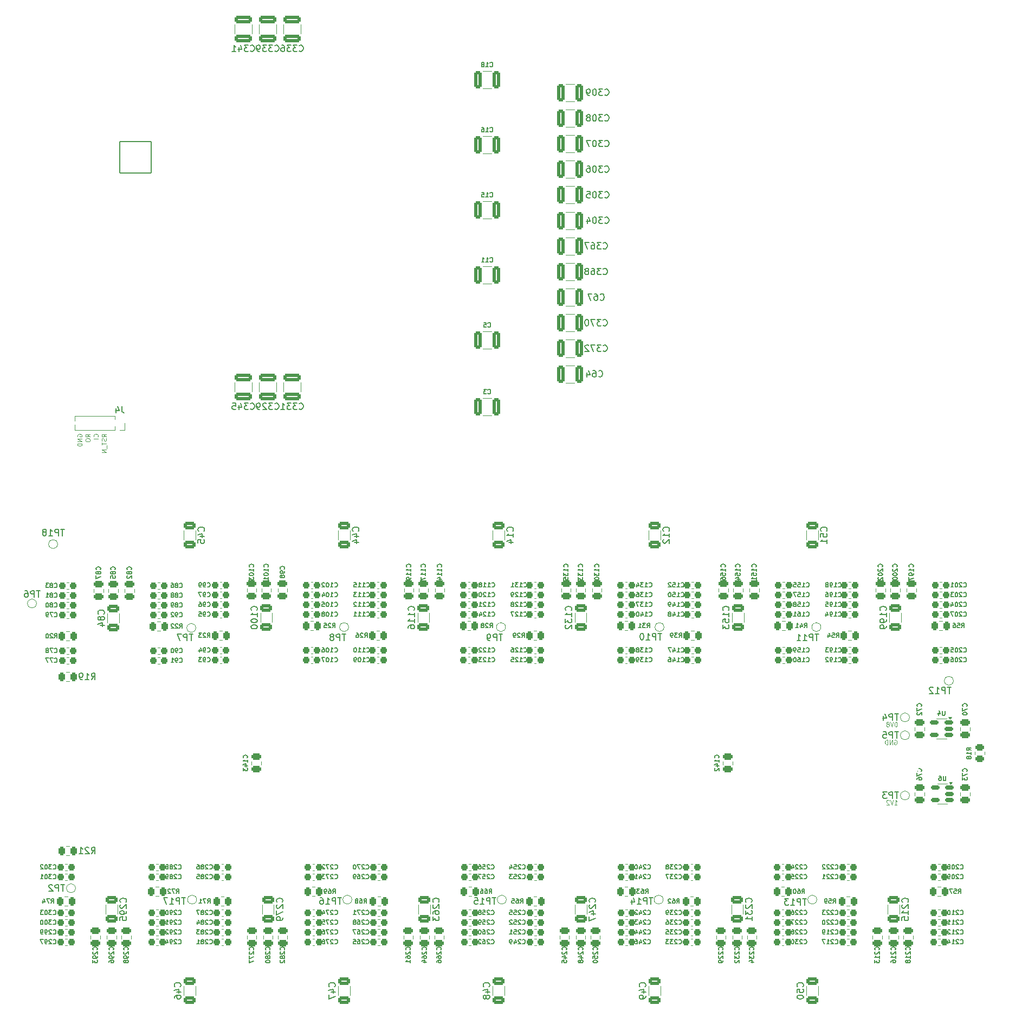
<source format=gbo>
G04 #@! TF.GenerationSoftware,KiCad,Pcbnew,8.0.6*
G04 #@! TF.CreationDate,2024-11-29T22:56:49+01:00*
G04 #@! TF.ProjectId,NerdEKO-Gamma-NoATX,4e657264-454b-44f2-9d47-616d6d612d4e,rev?*
G04 #@! TF.SameCoordinates,Original*
G04 #@! TF.FileFunction,Legend,Bot*
G04 #@! TF.FilePolarity,Positive*
%FSLAX46Y46*%
G04 Gerber Fmt 4.6, Leading zero omitted, Abs format (unit mm)*
G04 Created by KiCad (PCBNEW 8.0.6) date 2024-11-29 22:56:49*
%MOMM*%
%LPD*%
G01*
G04 APERTURE LIST*
G04 Aperture macros list*
%AMRoundRect*
0 Rectangle with rounded corners*
0 $1 Rounding radius*
0 $2 $3 $4 $5 $6 $7 $8 $9 X,Y pos of 4 corners*
0 Add a 4 corners polygon primitive as box body*
4,1,4,$2,$3,$4,$5,$6,$7,$8,$9,$2,$3,0*
0 Add four circle primitives for the rounded corners*
1,1,$1+$1,$2,$3*
1,1,$1+$1,$4,$5*
1,1,$1+$1,$6,$7*
1,1,$1+$1,$8,$9*
0 Add four rect primitives between the rounded corners*
20,1,$1+$1,$2,$3,$4,$5,0*
20,1,$1+$1,$4,$5,$6,$7,0*
20,1,$1+$1,$6,$7,$8,$9,0*
20,1,$1+$1,$8,$9,$2,$3,0*%
G04 Aperture macros list end*
%ADD10C,0.120000*%
%ADD11C,0.150000*%
%ADD12C,5.600000*%
%ADD13C,5.500000*%
%ADD14C,1.700000*%
%ADD15C,0.499999*%
%ADD16RoundRect,0.076200X-2.488000X2.488000X-2.488000X-2.488000X2.488000X-2.488000X2.488000X2.488000X0*%
%ADD17C,5.128400*%
%ADD18R,2.000000X2.000000*%
%ADD19C,2.000000*%
%ADD20C,1.100000*%
%ADD21R,1.730000X2.030000*%
%ADD22O,1.730000X2.030000*%
%ADD23R,1.700000X1.700000*%
%ADD24O,1.700000X1.700000*%
%ADD25RoundRect,0.250000X-0.650000X0.325000X-0.650000X-0.325000X0.650000X-0.325000X0.650000X0.325000X0*%
%ADD26RoundRect,0.250000X-0.262500X-0.450000X0.262500X-0.450000X0.262500X0.450000X-0.262500X0.450000X0*%
%ADD27RoundRect,0.250000X0.325000X1.100000X-0.325000X1.100000X-0.325000X-1.100000X0.325000X-1.100000X0*%
%ADD28RoundRect,0.237500X-0.300000X-0.237500X0.300000X-0.237500X0.300000X0.237500X-0.300000X0.237500X0*%
%ADD29RoundRect,0.250000X0.262500X0.450000X-0.262500X0.450000X-0.262500X-0.450000X0.262500X-0.450000X0*%
%ADD30RoundRect,0.237500X0.300000X0.237500X-0.300000X0.237500X-0.300000X-0.237500X0.300000X-0.237500X0*%
%ADD31RoundRect,0.250000X0.475000X-0.250000X0.475000X0.250000X-0.475000X0.250000X-0.475000X-0.250000X0*%
%ADD32RoundRect,0.250000X-0.325000X-1.100000X0.325000X-1.100000X0.325000X1.100000X-0.325000X1.100000X0*%
%ADD33C,1.000000*%
%ADD34RoundRect,0.250000X-0.475000X0.250000X-0.475000X-0.250000X0.475000X-0.250000X0.475000X0.250000X0*%
%ADD35RoundRect,0.250000X-1.100000X0.325000X-1.100000X-0.325000X1.100000X-0.325000X1.100000X0.325000X0*%
%ADD36RoundRect,0.250000X0.650000X-0.325000X0.650000X0.325000X-0.650000X0.325000X-0.650000X-0.325000X0*%
%ADD37RoundRect,0.250000X1.100000X-0.325000X1.100000X0.325000X-1.100000X0.325000X-1.100000X-0.325000X0*%
%ADD38RoundRect,0.250000X-0.450000X0.262500X-0.450000X-0.262500X0.450000X-0.262500X0.450000X0.262500X0*%
%ADD39R,1.000000X1.000000*%
%ADD40O,1.000000X1.000000*%
%ADD41RoundRect,0.150000X0.512500X0.150000X-0.512500X0.150000X-0.512500X-0.150000X0.512500X-0.150000X0*%
G04 APERTURE END LIST*
D10*
X45215426Y-106530280D02*
X45182093Y-106463613D01*
X45182093Y-106463613D02*
X45182093Y-106363613D01*
X45182093Y-106363613D02*
X45215426Y-106263613D01*
X45215426Y-106263613D02*
X45282093Y-106196947D01*
X45282093Y-106196947D02*
X45348760Y-106163613D01*
X45348760Y-106163613D02*
X45482093Y-106130280D01*
X45482093Y-106130280D02*
X45582093Y-106130280D01*
X45582093Y-106130280D02*
X45715426Y-106163613D01*
X45715426Y-106163613D02*
X45782093Y-106196947D01*
X45782093Y-106196947D02*
X45848760Y-106263613D01*
X45848760Y-106263613D02*
X45882093Y-106363613D01*
X45882093Y-106363613D02*
X45882093Y-106430280D01*
X45882093Y-106430280D02*
X45848760Y-106530280D01*
X45848760Y-106530280D02*
X45815426Y-106563613D01*
X45815426Y-106563613D02*
X45582093Y-106563613D01*
X45582093Y-106563613D02*
X45582093Y-106430280D01*
X45882093Y-106863613D02*
X45182093Y-106863613D01*
X45182093Y-106863613D02*
X45882093Y-107263613D01*
X45882093Y-107263613D02*
X45182093Y-107263613D01*
X45882093Y-107596946D02*
X45182093Y-107596946D01*
X45182093Y-107596946D02*
X45182093Y-107763613D01*
X45182093Y-107763613D02*
X45215426Y-107863613D01*
X45215426Y-107863613D02*
X45282093Y-107930280D01*
X45282093Y-107930280D02*
X45348760Y-107963613D01*
X45348760Y-107963613D02*
X45482093Y-107996946D01*
X45482093Y-107996946D02*
X45582093Y-107996946D01*
X45582093Y-107996946D02*
X45715426Y-107963613D01*
X45715426Y-107963613D02*
X45782093Y-107930280D01*
X45782093Y-107930280D02*
X45848760Y-107863613D01*
X45848760Y-107863613D02*
X45882093Y-107763613D01*
X45882093Y-107763613D02*
X45882093Y-107596946D01*
X48355426Y-106563613D02*
X48388760Y-106530280D01*
X48388760Y-106530280D02*
X48422093Y-106430280D01*
X48422093Y-106430280D02*
X48422093Y-106363613D01*
X48422093Y-106363613D02*
X48388760Y-106263613D01*
X48388760Y-106263613D02*
X48322093Y-106196947D01*
X48322093Y-106196947D02*
X48255426Y-106163613D01*
X48255426Y-106163613D02*
X48122093Y-106130280D01*
X48122093Y-106130280D02*
X48022093Y-106130280D01*
X48022093Y-106130280D02*
X47888760Y-106163613D01*
X47888760Y-106163613D02*
X47822093Y-106196947D01*
X47822093Y-106196947D02*
X47755426Y-106263613D01*
X47755426Y-106263613D02*
X47722093Y-106363613D01*
X47722093Y-106363613D02*
X47722093Y-106430280D01*
X47722093Y-106430280D02*
X47755426Y-106530280D01*
X47755426Y-106530280D02*
X47788760Y-106563613D01*
X48422093Y-106863613D02*
X47722093Y-106863613D01*
X47152093Y-106563613D02*
X46818760Y-106330280D01*
X47152093Y-106163613D02*
X46452093Y-106163613D01*
X46452093Y-106163613D02*
X46452093Y-106430280D01*
X46452093Y-106430280D02*
X46485426Y-106496947D01*
X46485426Y-106496947D02*
X46518760Y-106530280D01*
X46518760Y-106530280D02*
X46585426Y-106563613D01*
X46585426Y-106563613D02*
X46685426Y-106563613D01*
X46685426Y-106563613D02*
X46752093Y-106530280D01*
X46752093Y-106530280D02*
X46785426Y-106496947D01*
X46785426Y-106496947D02*
X46818760Y-106430280D01*
X46818760Y-106430280D02*
X46818760Y-106163613D01*
X46452093Y-106996947D02*
X46452093Y-107130280D01*
X46452093Y-107130280D02*
X46485426Y-107196947D01*
X46485426Y-107196947D02*
X46552093Y-107263613D01*
X46552093Y-107263613D02*
X46685426Y-107296947D01*
X46685426Y-107296947D02*
X46918760Y-107296947D01*
X46918760Y-107296947D02*
X47052093Y-107263613D01*
X47052093Y-107263613D02*
X47118760Y-107196947D01*
X47118760Y-107196947D02*
X47152093Y-107130280D01*
X47152093Y-107130280D02*
X47152093Y-106996947D01*
X47152093Y-106996947D02*
X47118760Y-106930280D01*
X47118760Y-106930280D02*
X47052093Y-106863613D01*
X47052093Y-106863613D02*
X46918760Y-106830280D01*
X46918760Y-106830280D02*
X46685426Y-106830280D01*
X46685426Y-106830280D02*
X46552093Y-106863613D01*
X46552093Y-106863613D02*
X46485426Y-106930280D01*
X46485426Y-106930280D02*
X46452093Y-106996947D01*
X172869719Y-153927426D02*
X172936386Y-153894093D01*
X172936386Y-153894093D02*
X173036386Y-153894093D01*
X173036386Y-153894093D02*
X173136386Y-153927426D01*
X173136386Y-153927426D02*
X173203053Y-153994093D01*
X173203053Y-153994093D02*
X173236386Y-154060760D01*
X173236386Y-154060760D02*
X173269719Y-154194093D01*
X173269719Y-154194093D02*
X173269719Y-154294093D01*
X173269719Y-154294093D02*
X173236386Y-154427426D01*
X173236386Y-154427426D02*
X173203053Y-154494093D01*
X173203053Y-154494093D02*
X173136386Y-154560760D01*
X173136386Y-154560760D02*
X173036386Y-154594093D01*
X173036386Y-154594093D02*
X172969719Y-154594093D01*
X172969719Y-154594093D02*
X172869719Y-154560760D01*
X172869719Y-154560760D02*
X172836386Y-154527426D01*
X172836386Y-154527426D02*
X172836386Y-154294093D01*
X172836386Y-154294093D02*
X172969719Y-154294093D01*
X172536386Y-154594093D02*
X172536386Y-153894093D01*
X172536386Y-153894093D02*
X172136386Y-154594093D01*
X172136386Y-154594093D02*
X172136386Y-153894093D01*
X171803053Y-154594093D02*
X171803053Y-153894093D01*
X171803053Y-153894093D02*
X171636386Y-153894093D01*
X171636386Y-153894093D02*
X171536386Y-153927426D01*
X171536386Y-153927426D02*
X171469720Y-153994093D01*
X171469720Y-153994093D02*
X171436386Y-154060760D01*
X171436386Y-154060760D02*
X171403053Y-154194093D01*
X171403053Y-154194093D02*
X171403053Y-154294093D01*
X171403053Y-154294093D02*
X171436386Y-154427426D01*
X171436386Y-154427426D02*
X171469720Y-154494093D01*
X171469720Y-154494093D02*
X171536386Y-154560760D01*
X171536386Y-154560760D02*
X171636386Y-154594093D01*
X171636386Y-154594093D02*
X171803053Y-154594093D01*
X173103053Y-151100093D02*
X173036386Y-151100093D01*
X173036386Y-151100093D02*
X172969719Y-151133426D01*
X172969719Y-151133426D02*
X172936386Y-151166760D01*
X172936386Y-151166760D02*
X172903053Y-151233426D01*
X172903053Y-151233426D02*
X172869719Y-151366760D01*
X172869719Y-151366760D02*
X172869719Y-151533426D01*
X172869719Y-151533426D02*
X172903053Y-151666760D01*
X172903053Y-151666760D02*
X172936386Y-151733426D01*
X172936386Y-151733426D02*
X172969719Y-151766760D01*
X172969719Y-151766760D02*
X173036386Y-151800093D01*
X173036386Y-151800093D02*
X173103053Y-151800093D01*
X173103053Y-151800093D02*
X173169719Y-151766760D01*
X173169719Y-151766760D02*
X173203053Y-151733426D01*
X173203053Y-151733426D02*
X173236386Y-151666760D01*
X173236386Y-151666760D02*
X173269719Y-151533426D01*
X173269719Y-151533426D02*
X173269719Y-151366760D01*
X173269719Y-151366760D02*
X173236386Y-151233426D01*
X173236386Y-151233426D02*
X173203053Y-151166760D01*
X173203053Y-151166760D02*
X173169719Y-151133426D01*
X173169719Y-151133426D02*
X173103053Y-151100093D01*
X172669719Y-151100093D02*
X172436386Y-151800093D01*
X172436386Y-151800093D02*
X172203052Y-151100093D01*
X171869719Y-151400093D02*
X171936386Y-151366760D01*
X171936386Y-151366760D02*
X171969719Y-151333426D01*
X171969719Y-151333426D02*
X172003052Y-151266760D01*
X172003052Y-151266760D02*
X172003052Y-151233426D01*
X172003052Y-151233426D02*
X171969719Y-151166760D01*
X171969719Y-151166760D02*
X171936386Y-151133426D01*
X171936386Y-151133426D02*
X171869719Y-151100093D01*
X171869719Y-151100093D02*
X171736386Y-151100093D01*
X171736386Y-151100093D02*
X171669719Y-151133426D01*
X171669719Y-151133426D02*
X171636386Y-151166760D01*
X171636386Y-151166760D02*
X171603052Y-151233426D01*
X171603052Y-151233426D02*
X171603052Y-151266760D01*
X171603052Y-151266760D02*
X171636386Y-151333426D01*
X171636386Y-151333426D02*
X171669719Y-151366760D01*
X171669719Y-151366760D02*
X171736386Y-151400093D01*
X171736386Y-151400093D02*
X171869719Y-151400093D01*
X171869719Y-151400093D02*
X171936386Y-151433426D01*
X171936386Y-151433426D02*
X171969719Y-151466760D01*
X171969719Y-151466760D02*
X172003052Y-151533426D01*
X172003052Y-151533426D02*
X172003052Y-151666760D01*
X172003052Y-151666760D02*
X171969719Y-151733426D01*
X171969719Y-151733426D02*
X171936386Y-151766760D01*
X171936386Y-151766760D02*
X171869719Y-151800093D01*
X171869719Y-151800093D02*
X171736386Y-151800093D01*
X171736386Y-151800093D02*
X171669719Y-151766760D01*
X171669719Y-151766760D02*
X171636386Y-151733426D01*
X171636386Y-151733426D02*
X171603052Y-151666760D01*
X171603052Y-151666760D02*
X171603052Y-151533426D01*
X171603052Y-151533426D02*
X171636386Y-151466760D01*
X171636386Y-151466760D02*
X171669719Y-151433426D01*
X171669719Y-151433426D02*
X171736386Y-151400093D01*
X172869719Y-163992093D02*
X173269719Y-163992093D01*
X173069719Y-163992093D02*
X173069719Y-163292093D01*
X173069719Y-163292093D02*
X173136386Y-163392093D01*
X173136386Y-163392093D02*
X173203053Y-163458760D01*
X173203053Y-163458760D02*
X173269719Y-163492093D01*
X172669719Y-163292093D02*
X172436386Y-163992093D01*
X172436386Y-163992093D02*
X172203052Y-163292093D01*
X172003052Y-163358760D02*
X171969719Y-163325426D01*
X171969719Y-163325426D02*
X171903052Y-163292093D01*
X171903052Y-163292093D02*
X171736386Y-163292093D01*
X171736386Y-163292093D02*
X171669719Y-163325426D01*
X171669719Y-163325426D02*
X171636386Y-163358760D01*
X171636386Y-163358760D02*
X171603052Y-163425426D01*
X171603052Y-163425426D02*
X171603052Y-163492093D01*
X171603052Y-163492093D02*
X171636386Y-163592093D01*
X171636386Y-163592093D02*
X172036386Y-163992093D01*
X172036386Y-163992093D02*
X171603052Y-163992093D01*
X49692093Y-106563613D02*
X49358760Y-106330280D01*
X49692093Y-106163613D02*
X48992093Y-106163613D01*
X48992093Y-106163613D02*
X48992093Y-106430280D01*
X48992093Y-106430280D02*
X49025426Y-106496947D01*
X49025426Y-106496947D02*
X49058760Y-106530280D01*
X49058760Y-106530280D02*
X49125426Y-106563613D01*
X49125426Y-106563613D02*
X49225426Y-106563613D01*
X49225426Y-106563613D02*
X49292093Y-106530280D01*
X49292093Y-106530280D02*
X49325426Y-106496947D01*
X49325426Y-106496947D02*
X49358760Y-106430280D01*
X49358760Y-106430280D02*
X49358760Y-106163613D01*
X49658760Y-106830280D02*
X49692093Y-106930280D01*
X49692093Y-106930280D02*
X49692093Y-107096947D01*
X49692093Y-107096947D02*
X49658760Y-107163613D01*
X49658760Y-107163613D02*
X49625426Y-107196947D01*
X49625426Y-107196947D02*
X49558760Y-107230280D01*
X49558760Y-107230280D02*
X49492093Y-107230280D01*
X49492093Y-107230280D02*
X49425426Y-107196947D01*
X49425426Y-107196947D02*
X49392093Y-107163613D01*
X49392093Y-107163613D02*
X49358760Y-107096947D01*
X49358760Y-107096947D02*
X49325426Y-106963613D01*
X49325426Y-106963613D02*
X49292093Y-106896947D01*
X49292093Y-106896947D02*
X49258760Y-106863613D01*
X49258760Y-106863613D02*
X49192093Y-106830280D01*
X49192093Y-106830280D02*
X49125426Y-106830280D01*
X49125426Y-106830280D02*
X49058760Y-106863613D01*
X49058760Y-106863613D02*
X49025426Y-106896947D01*
X49025426Y-106896947D02*
X48992093Y-106963613D01*
X48992093Y-106963613D02*
X48992093Y-107130280D01*
X48992093Y-107130280D02*
X49025426Y-107230280D01*
X48992093Y-107430280D02*
X48992093Y-107830280D01*
X49692093Y-107630280D02*
X48992093Y-107630280D01*
X49758760Y-107896947D02*
X49758760Y-108430280D01*
X49692093Y-108596946D02*
X48992093Y-108596946D01*
X48992093Y-108596946D02*
X49692093Y-108996946D01*
X49692093Y-108996946D02*
X48992093Y-108996946D01*
D11*
X158529580Y-192397142D02*
X158577200Y-192349523D01*
X158577200Y-192349523D02*
X158624819Y-192206666D01*
X158624819Y-192206666D02*
X158624819Y-192111428D01*
X158624819Y-192111428D02*
X158577200Y-191968571D01*
X158577200Y-191968571D02*
X158481961Y-191873333D01*
X158481961Y-191873333D02*
X158386723Y-191825714D01*
X158386723Y-191825714D02*
X158196247Y-191778095D01*
X158196247Y-191778095D02*
X158053390Y-191778095D01*
X158053390Y-191778095D02*
X157862914Y-191825714D01*
X157862914Y-191825714D02*
X157767676Y-191873333D01*
X157767676Y-191873333D02*
X157672438Y-191968571D01*
X157672438Y-191968571D02*
X157624819Y-192111428D01*
X157624819Y-192111428D02*
X157624819Y-192206666D01*
X157624819Y-192206666D02*
X157672438Y-192349523D01*
X157672438Y-192349523D02*
X157720057Y-192397142D01*
X157624819Y-193301904D02*
X157624819Y-192825714D01*
X157624819Y-192825714D02*
X158101009Y-192778095D01*
X158101009Y-192778095D02*
X158053390Y-192825714D01*
X158053390Y-192825714D02*
X158005771Y-192920952D01*
X158005771Y-192920952D02*
X158005771Y-193159047D01*
X158005771Y-193159047D02*
X158053390Y-193254285D01*
X158053390Y-193254285D02*
X158101009Y-193301904D01*
X158101009Y-193301904D02*
X158196247Y-193349523D01*
X158196247Y-193349523D02*
X158434342Y-193349523D01*
X158434342Y-193349523D02*
X158529580Y-193301904D01*
X158529580Y-193301904D02*
X158577200Y-193254285D01*
X158577200Y-193254285D02*
X158624819Y-193159047D01*
X158624819Y-193159047D02*
X158624819Y-192920952D01*
X158624819Y-192920952D02*
X158577200Y-192825714D01*
X158577200Y-192825714D02*
X158529580Y-192778095D01*
X157624819Y-193968571D02*
X157624819Y-194063809D01*
X157624819Y-194063809D02*
X157672438Y-194159047D01*
X157672438Y-194159047D02*
X157720057Y-194206666D01*
X157720057Y-194206666D02*
X157815295Y-194254285D01*
X157815295Y-194254285D02*
X158005771Y-194301904D01*
X158005771Y-194301904D02*
X158243866Y-194301904D01*
X158243866Y-194301904D02*
X158434342Y-194254285D01*
X158434342Y-194254285D02*
X158529580Y-194206666D01*
X158529580Y-194206666D02*
X158577200Y-194159047D01*
X158577200Y-194159047D02*
X158624819Y-194063809D01*
X158624819Y-194063809D02*
X158624819Y-193968571D01*
X158624819Y-193968571D02*
X158577200Y-193873333D01*
X158577200Y-193873333D02*
X158529580Y-193825714D01*
X158529580Y-193825714D02*
X158434342Y-193778095D01*
X158434342Y-193778095D02*
X158243866Y-193730476D01*
X158243866Y-193730476D02*
X158005771Y-193730476D01*
X158005771Y-193730476D02*
X157815295Y-193778095D01*
X157815295Y-193778095D02*
X157720057Y-193825714D01*
X157720057Y-193825714D02*
X157672438Y-193873333D01*
X157672438Y-193873333D02*
X157624819Y-193968571D01*
X158387200Y-177862034D02*
X158620533Y-177528701D01*
X158787200Y-177862034D02*
X158787200Y-177162034D01*
X158787200Y-177162034D02*
X158520533Y-177162034D01*
X158520533Y-177162034D02*
X158453867Y-177195367D01*
X158453867Y-177195367D02*
X158420533Y-177228701D01*
X158420533Y-177228701D02*
X158387200Y-177295367D01*
X158387200Y-177295367D02*
X158387200Y-177395367D01*
X158387200Y-177395367D02*
X158420533Y-177462034D01*
X158420533Y-177462034D02*
X158453867Y-177495367D01*
X158453867Y-177495367D02*
X158520533Y-177528701D01*
X158520533Y-177528701D02*
X158787200Y-177528701D01*
X157787200Y-177162034D02*
X157920533Y-177162034D01*
X157920533Y-177162034D02*
X157987200Y-177195367D01*
X157987200Y-177195367D02*
X158020533Y-177228701D01*
X158020533Y-177228701D02*
X158087200Y-177328701D01*
X158087200Y-177328701D02*
X158120533Y-177462034D01*
X158120533Y-177462034D02*
X158120533Y-177728701D01*
X158120533Y-177728701D02*
X158087200Y-177795367D01*
X158087200Y-177795367D02*
X158053867Y-177828701D01*
X158053867Y-177828701D02*
X157987200Y-177862034D01*
X157987200Y-177862034D02*
X157853867Y-177862034D01*
X157853867Y-177862034D02*
X157787200Y-177828701D01*
X157787200Y-177828701D02*
X157753867Y-177795367D01*
X157753867Y-177795367D02*
X157720533Y-177728701D01*
X157720533Y-177728701D02*
X157720533Y-177562034D01*
X157720533Y-177562034D02*
X157753867Y-177495367D01*
X157753867Y-177495367D02*
X157787200Y-177462034D01*
X157787200Y-177462034D02*
X157853867Y-177428701D01*
X157853867Y-177428701D02*
X157987200Y-177428701D01*
X157987200Y-177428701D02*
X158053867Y-177462034D01*
X158053867Y-177462034D02*
X158087200Y-177495367D01*
X158087200Y-177495367D02*
X158120533Y-177562034D01*
X157287200Y-177162034D02*
X157220533Y-177162034D01*
X157220533Y-177162034D02*
X157153866Y-177195367D01*
X157153866Y-177195367D02*
X157120533Y-177228701D01*
X157120533Y-177228701D02*
X157087200Y-177295367D01*
X157087200Y-177295367D02*
X157053866Y-177428701D01*
X157053866Y-177428701D02*
X157053866Y-177595367D01*
X157053866Y-177595367D02*
X157087200Y-177728701D01*
X157087200Y-177728701D02*
X157120533Y-177795367D01*
X157120533Y-177795367D02*
X157153866Y-177828701D01*
X157153866Y-177828701D02*
X157220533Y-177862034D01*
X157220533Y-177862034D02*
X157287200Y-177862034D01*
X157287200Y-177862034D02*
X157353866Y-177828701D01*
X157353866Y-177828701D02*
X157387200Y-177795367D01*
X157387200Y-177795367D02*
X157420533Y-177728701D01*
X157420533Y-177728701D02*
X157453866Y-177595367D01*
X157453866Y-177595367D02*
X157453866Y-177428701D01*
X157453866Y-177428701D02*
X157420533Y-177295367D01*
X157420533Y-177295367D02*
X157387200Y-177228701D01*
X157387200Y-177228701D02*
X157353866Y-177195367D01*
X157353866Y-177195367D02*
X157287200Y-177162034D01*
X109336666Y-89389366D02*
X109369999Y-89422700D01*
X109369999Y-89422700D02*
X109469999Y-89456033D01*
X109469999Y-89456033D02*
X109536666Y-89456033D01*
X109536666Y-89456033D02*
X109636666Y-89422700D01*
X109636666Y-89422700D02*
X109703333Y-89356033D01*
X109703333Y-89356033D02*
X109736666Y-89289366D01*
X109736666Y-89289366D02*
X109769999Y-89156033D01*
X109769999Y-89156033D02*
X109769999Y-89056033D01*
X109769999Y-89056033D02*
X109736666Y-88922700D01*
X109736666Y-88922700D02*
X109703333Y-88856033D01*
X109703333Y-88856033D02*
X109636666Y-88789366D01*
X109636666Y-88789366D02*
X109536666Y-88756033D01*
X109536666Y-88756033D02*
X109469999Y-88756033D01*
X109469999Y-88756033D02*
X109369999Y-88789366D01*
X109369999Y-88789366D02*
X109336666Y-88822700D01*
X108703333Y-88756033D02*
X109036666Y-88756033D01*
X109036666Y-88756033D02*
X109069999Y-89089366D01*
X109069999Y-89089366D02*
X109036666Y-89056033D01*
X109036666Y-89056033D02*
X108969999Y-89022700D01*
X108969999Y-89022700D02*
X108803333Y-89022700D01*
X108803333Y-89022700D02*
X108736666Y-89056033D01*
X108736666Y-89056033D02*
X108703333Y-89089366D01*
X108703333Y-89089366D02*
X108669999Y-89156033D01*
X108669999Y-89156033D02*
X108669999Y-89322700D01*
X108669999Y-89322700D02*
X108703333Y-89389366D01*
X108703333Y-89389366D02*
X108736666Y-89422700D01*
X108736666Y-89422700D02*
X108803333Y-89456033D01*
X108803333Y-89456033D02*
X108969999Y-89456033D01*
X108969999Y-89456033D02*
X109036666Y-89422700D01*
X109036666Y-89422700D02*
X109069999Y-89389366D01*
X41598000Y-131567366D02*
X41631333Y-131600700D01*
X41631333Y-131600700D02*
X41731333Y-131634033D01*
X41731333Y-131634033D02*
X41798000Y-131634033D01*
X41798000Y-131634033D02*
X41898000Y-131600700D01*
X41898000Y-131600700D02*
X41964667Y-131534033D01*
X41964667Y-131534033D02*
X41998000Y-131467366D01*
X41998000Y-131467366D02*
X42031333Y-131334033D01*
X42031333Y-131334033D02*
X42031333Y-131234033D01*
X42031333Y-131234033D02*
X41998000Y-131100700D01*
X41998000Y-131100700D02*
X41964667Y-131034033D01*
X41964667Y-131034033D02*
X41898000Y-130967366D01*
X41898000Y-130967366D02*
X41798000Y-130934033D01*
X41798000Y-130934033D02*
X41731333Y-130934033D01*
X41731333Y-130934033D02*
X41631333Y-130967366D01*
X41631333Y-130967366D02*
X41598000Y-131000700D01*
X41198000Y-131234033D02*
X41264667Y-131200700D01*
X41264667Y-131200700D02*
X41298000Y-131167366D01*
X41298000Y-131167366D02*
X41331333Y-131100700D01*
X41331333Y-131100700D02*
X41331333Y-131067366D01*
X41331333Y-131067366D02*
X41298000Y-131000700D01*
X41298000Y-131000700D02*
X41264667Y-130967366D01*
X41264667Y-130967366D02*
X41198000Y-130934033D01*
X41198000Y-130934033D02*
X41064667Y-130934033D01*
X41064667Y-130934033D02*
X40998000Y-130967366D01*
X40998000Y-130967366D02*
X40964667Y-131000700D01*
X40964667Y-131000700D02*
X40931333Y-131067366D01*
X40931333Y-131067366D02*
X40931333Y-131100700D01*
X40931333Y-131100700D02*
X40964667Y-131167366D01*
X40964667Y-131167366D02*
X40998000Y-131200700D01*
X40998000Y-131200700D02*
X41064667Y-131234033D01*
X41064667Y-131234033D02*
X41198000Y-131234033D01*
X41198000Y-131234033D02*
X41264667Y-131267366D01*
X41264667Y-131267366D02*
X41298000Y-131300700D01*
X41298000Y-131300700D02*
X41331333Y-131367366D01*
X41331333Y-131367366D02*
X41331333Y-131500700D01*
X41331333Y-131500700D02*
X41298000Y-131567366D01*
X41298000Y-131567366D02*
X41264667Y-131600700D01*
X41264667Y-131600700D02*
X41198000Y-131634033D01*
X41198000Y-131634033D02*
X41064667Y-131634033D01*
X41064667Y-131634033D02*
X40998000Y-131600700D01*
X40998000Y-131600700D02*
X40964667Y-131567366D01*
X40964667Y-131567366D02*
X40931333Y-131500700D01*
X40931333Y-131500700D02*
X40931333Y-131367366D01*
X40931333Y-131367366D02*
X40964667Y-131300700D01*
X40964667Y-131300700D02*
X40998000Y-131267366D01*
X40998000Y-131267366D02*
X41064667Y-131234033D01*
X40264666Y-131634033D02*
X40664666Y-131634033D01*
X40464666Y-131634033D02*
X40464666Y-130934033D01*
X40464666Y-130934033D02*
X40531333Y-131034033D01*
X40531333Y-131034033D02*
X40598000Y-131100700D01*
X40598000Y-131100700D02*
X40664666Y-131134033D01*
X183663333Y-141640033D02*
X183696666Y-141673367D01*
X183696666Y-141673367D02*
X183796666Y-141706700D01*
X183796666Y-141706700D02*
X183863333Y-141706700D01*
X183863333Y-141706700D02*
X183963333Y-141673367D01*
X183963333Y-141673367D02*
X184030000Y-141606700D01*
X184030000Y-141606700D02*
X184063333Y-141540033D01*
X184063333Y-141540033D02*
X184096666Y-141406700D01*
X184096666Y-141406700D02*
X184096666Y-141306700D01*
X184096666Y-141306700D02*
X184063333Y-141173367D01*
X184063333Y-141173367D02*
X184030000Y-141106700D01*
X184030000Y-141106700D02*
X183963333Y-141040033D01*
X183963333Y-141040033D02*
X183863333Y-141006700D01*
X183863333Y-141006700D02*
X183796666Y-141006700D01*
X183796666Y-141006700D02*
X183696666Y-141040033D01*
X183696666Y-141040033D02*
X183663333Y-141073367D01*
X183396666Y-141073367D02*
X183363333Y-141040033D01*
X183363333Y-141040033D02*
X183296666Y-141006700D01*
X183296666Y-141006700D02*
X183130000Y-141006700D01*
X183130000Y-141006700D02*
X183063333Y-141040033D01*
X183063333Y-141040033D02*
X183030000Y-141073367D01*
X183030000Y-141073367D02*
X182996666Y-141140033D01*
X182996666Y-141140033D02*
X182996666Y-141206700D01*
X182996666Y-141206700D02*
X183030000Y-141306700D01*
X183030000Y-141306700D02*
X183430000Y-141706700D01*
X183430000Y-141706700D02*
X182996666Y-141706700D01*
X182563333Y-141006700D02*
X182496666Y-141006700D01*
X182496666Y-141006700D02*
X182429999Y-141040033D01*
X182429999Y-141040033D02*
X182396666Y-141073367D01*
X182396666Y-141073367D02*
X182363333Y-141140033D01*
X182363333Y-141140033D02*
X182329999Y-141273367D01*
X182329999Y-141273367D02*
X182329999Y-141440033D01*
X182329999Y-141440033D02*
X182363333Y-141573367D01*
X182363333Y-141573367D02*
X182396666Y-141640033D01*
X182396666Y-141640033D02*
X182429999Y-141673367D01*
X182429999Y-141673367D02*
X182496666Y-141706700D01*
X182496666Y-141706700D02*
X182563333Y-141706700D01*
X182563333Y-141706700D02*
X182629999Y-141673367D01*
X182629999Y-141673367D02*
X182663333Y-141640033D01*
X182663333Y-141640033D02*
X182696666Y-141573367D01*
X182696666Y-141573367D02*
X182729999Y-141440033D01*
X182729999Y-141440033D02*
X182729999Y-141273367D01*
X182729999Y-141273367D02*
X182696666Y-141140033D01*
X182696666Y-141140033D02*
X182663333Y-141073367D01*
X182663333Y-141073367D02*
X182629999Y-141040033D01*
X182629999Y-141040033D02*
X182563333Y-141006700D01*
X181729999Y-141006700D02*
X181863332Y-141006700D01*
X181863332Y-141006700D02*
X181929999Y-141040033D01*
X181929999Y-141040033D02*
X181963332Y-141073367D01*
X181963332Y-141073367D02*
X182029999Y-141173367D01*
X182029999Y-141173367D02*
X182063332Y-141306700D01*
X182063332Y-141306700D02*
X182063332Y-141573367D01*
X182063332Y-141573367D02*
X182029999Y-141640033D01*
X182029999Y-141640033D02*
X181996666Y-141673367D01*
X181996666Y-141673367D02*
X181929999Y-141706700D01*
X181929999Y-141706700D02*
X181796666Y-141706700D01*
X181796666Y-141706700D02*
X181729999Y-141673367D01*
X181729999Y-141673367D02*
X181696666Y-141640033D01*
X181696666Y-141640033D02*
X181663332Y-141573367D01*
X181663332Y-141573367D02*
X181663332Y-141406700D01*
X181663332Y-141406700D02*
X181696666Y-141340033D01*
X181696666Y-141340033D02*
X181729999Y-141306700D01*
X181729999Y-141306700D02*
X181796666Y-141273367D01*
X181796666Y-141273367D02*
X181929999Y-141273367D01*
X181929999Y-141273367D02*
X181996666Y-141306700D01*
X181996666Y-141306700D02*
X182029999Y-141340033D01*
X182029999Y-141340033D02*
X182063332Y-141406700D01*
X158761865Y-136372700D02*
X158995198Y-136039367D01*
X159161865Y-136372700D02*
X159161865Y-135672700D01*
X159161865Y-135672700D02*
X158895198Y-135672700D01*
X158895198Y-135672700D02*
X158828532Y-135706033D01*
X158828532Y-135706033D02*
X158795198Y-135739367D01*
X158795198Y-135739367D02*
X158761865Y-135806033D01*
X158761865Y-135806033D02*
X158761865Y-135906033D01*
X158761865Y-135906033D02*
X158795198Y-135972700D01*
X158795198Y-135972700D02*
X158828532Y-136006033D01*
X158828532Y-136006033D02*
X158895198Y-136039367D01*
X158895198Y-136039367D02*
X159161865Y-136039367D01*
X158161865Y-135906033D02*
X158161865Y-136372700D01*
X158328532Y-135639367D02*
X158495198Y-136139367D01*
X158495198Y-136139367D02*
X158061865Y-136139367D01*
X157428531Y-136372700D02*
X157828531Y-136372700D01*
X157628531Y-136372700D02*
X157628531Y-135672700D01*
X157628531Y-135672700D02*
X157695198Y-135772700D01*
X157695198Y-135772700D02*
X157761865Y-135839367D01*
X157761865Y-135839367D02*
X157828531Y-135872700D01*
X171483580Y-133667619D02*
X171531200Y-133620000D01*
X171531200Y-133620000D02*
X171578819Y-133477143D01*
X171578819Y-133477143D02*
X171578819Y-133381905D01*
X171578819Y-133381905D02*
X171531200Y-133239048D01*
X171531200Y-133239048D02*
X171435961Y-133143810D01*
X171435961Y-133143810D02*
X171340723Y-133096191D01*
X171340723Y-133096191D02*
X171150247Y-133048572D01*
X171150247Y-133048572D02*
X171007390Y-133048572D01*
X171007390Y-133048572D02*
X170816914Y-133096191D01*
X170816914Y-133096191D02*
X170721676Y-133143810D01*
X170721676Y-133143810D02*
X170626438Y-133239048D01*
X170626438Y-133239048D02*
X170578819Y-133381905D01*
X170578819Y-133381905D02*
X170578819Y-133477143D01*
X170578819Y-133477143D02*
X170626438Y-133620000D01*
X170626438Y-133620000D02*
X170674057Y-133667619D01*
X171578819Y-134620000D02*
X171578819Y-134048572D01*
X171578819Y-134334286D02*
X170578819Y-134334286D01*
X170578819Y-134334286D02*
X170721676Y-134239048D01*
X170721676Y-134239048D02*
X170816914Y-134143810D01*
X170816914Y-134143810D02*
X170864533Y-134048572D01*
X171578819Y-135096191D02*
X171578819Y-135286667D01*
X171578819Y-135286667D02*
X171531200Y-135381905D01*
X171531200Y-135381905D02*
X171483580Y-135429524D01*
X171483580Y-135429524D02*
X171340723Y-135524762D01*
X171340723Y-135524762D02*
X171150247Y-135572381D01*
X171150247Y-135572381D02*
X170769295Y-135572381D01*
X170769295Y-135572381D02*
X170674057Y-135524762D01*
X170674057Y-135524762D02*
X170626438Y-135477143D01*
X170626438Y-135477143D02*
X170578819Y-135381905D01*
X170578819Y-135381905D02*
X170578819Y-135191429D01*
X170578819Y-135191429D02*
X170626438Y-135096191D01*
X170626438Y-135096191D02*
X170674057Y-135048572D01*
X170674057Y-135048572D02*
X170769295Y-135000953D01*
X170769295Y-135000953D02*
X171007390Y-135000953D01*
X171007390Y-135000953D02*
X171102628Y-135048572D01*
X171102628Y-135048572D02*
X171150247Y-135096191D01*
X171150247Y-135096191D02*
X171197866Y-135191429D01*
X171197866Y-135191429D02*
X171197866Y-135381905D01*
X171197866Y-135381905D02*
X171150247Y-135477143D01*
X171150247Y-135477143D02*
X171102628Y-135524762D01*
X171102628Y-135524762D02*
X171007390Y-135572381D01*
X171578819Y-136048572D02*
X171578819Y-136239048D01*
X171578819Y-136239048D02*
X171531200Y-136334286D01*
X171531200Y-136334286D02*
X171483580Y-136381905D01*
X171483580Y-136381905D02*
X171340723Y-136477143D01*
X171340723Y-136477143D02*
X171150247Y-136524762D01*
X171150247Y-136524762D02*
X170769295Y-136524762D01*
X170769295Y-136524762D02*
X170674057Y-136477143D01*
X170674057Y-136477143D02*
X170626438Y-136429524D01*
X170626438Y-136429524D02*
X170578819Y-136334286D01*
X170578819Y-136334286D02*
X170578819Y-136143810D01*
X170578819Y-136143810D02*
X170626438Y-136048572D01*
X170626438Y-136048572D02*
X170674057Y-136000953D01*
X170674057Y-136000953D02*
X170769295Y-135953334D01*
X170769295Y-135953334D02*
X171007390Y-135953334D01*
X171007390Y-135953334D02*
X171102628Y-136000953D01*
X171102628Y-136000953D02*
X171150247Y-136048572D01*
X171150247Y-136048572D02*
X171197866Y-136143810D01*
X171197866Y-136143810D02*
X171197866Y-136334286D01*
X171197866Y-136334286D02*
X171150247Y-136429524D01*
X171150247Y-136429524D02*
X171102628Y-136477143D01*
X171102628Y-136477143D02*
X171007390Y-136524762D01*
X159095198Y-129956033D02*
X159128531Y-129989367D01*
X159128531Y-129989367D02*
X159228531Y-130022700D01*
X159228531Y-130022700D02*
X159295198Y-130022700D01*
X159295198Y-130022700D02*
X159395198Y-129989367D01*
X159395198Y-129989367D02*
X159461865Y-129922700D01*
X159461865Y-129922700D02*
X159495198Y-129856033D01*
X159495198Y-129856033D02*
X159528531Y-129722700D01*
X159528531Y-129722700D02*
X159528531Y-129622700D01*
X159528531Y-129622700D02*
X159495198Y-129489367D01*
X159495198Y-129489367D02*
X159461865Y-129422700D01*
X159461865Y-129422700D02*
X159395198Y-129356033D01*
X159395198Y-129356033D02*
X159295198Y-129322700D01*
X159295198Y-129322700D02*
X159228531Y-129322700D01*
X159228531Y-129322700D02*
X159128531Y-129356033D01*
X159128531Y-129356033D02*
X159095198Y-129389367D01*
X158428531Y-130022700D02*
X158828531Y-130022700D01*
X158628531Y-130022700D02*
X158628531Y-129322700D01*
X158628531Y-129322700D02*
X158695198Y-129422700D01*
X158695198Y-129422700D02*
X158761865Y-129489367D01*
X158761865Y-129489367D02*
X158828531Y-129522700D01*
X157795198Y-129322700D02*
X158128531Y-129322700D01*
X158128531Y-129322700D02*
X158161864Y-129656033D01*
X158161864Y-129656033D02*
X158128531Y-129622700D01*
X158128531Y-129622700D02*
X158061864Y-129589367D01*
X158061864Y-129589367D02*
X157895198Y-129589367D01*
X157895198Y-129589367D02*
X157828531Y-129622700D01*
X157828531Y-129622700D02*
X157795198Y-129656033D01*
X157795198Y-129656033D02*
X157761864Y-129722700D01*
X157761864Y-129722700D02*
X157761864Y-129889367D01*
X157761864Y-129889367D02*
X157795198Y-129956033D01*
X157795198Y-129956033D02*
X157828531Y-129989367D01*
X157828531Y-129989367D02*
X157895198Y-130022700D01*
X157895198Y-130022700D02*
X158061864Y-130022700D01*
X158061864Y-130022700D02*
X158128531Y-129989367D01*
X158128531Y-129989367D02*
X158161864Y-129956033D01*
X157128531Y-129322700D02*
X157461864Y-129322700D01*
X157461864Y-129322700D02*
X157495197Y-129656033D01*
X157495197Y-129656033D02*
X157461864Y-129622700D01*
X157461864Y-129622700D02*
X157395197Y-129589367D01*
X157395197Y-129589367D02*
X157228531Y-129589367D01*
X157228531Y-129589367D02*
X157161864Y-129622700D01*
X157161864Y-129622700D02*
X157128531Y-129656033D01*
X157128531Y-129656033D02*
X157095197Y-129722700D01*
X157095197Y-129722700D02*
X157095197Y-129889367D01*
X157095197Y-129889367D02*
X157128531Y-129956033D01*
X157128531Y-129956033D02*
X157161864Y-129989367D01*
X157161864Y-129989367D02*
X157228531Y-130022700D01*
X157228531Y-130022700D02*
X157395197Y-130022700D01*
X157395197Y-130022700D02*
X157461864Y-129989367D01*
X157461864Y-129989367D02*
X157495197Y-129956033D01*
X85416135Y-173985366D02*
X85449468Y-174018700D01*
X85449468Y-174018700D02*
X85549468Y-174052033D01*
X85549468Y-174052033D02*
X85616135Y-174052033D01*
X85616135Y-174052033D02*
X85716135Y-174018700D01*
X85716135Y-174018700D02*
X85782802Y-173952033D01*
X85782802Y-173952033D02*
X85816135Y-173885366D01*
X85816135Y-173885366D02*
X85849468Y-173752033D01*
X85849468Y-173752033D02*
X85849468Y-173652033D01*
X85849468Y-173652033D02*
X85816135Y-173518700D01*
X85816135Y-173518700D02*
X85782802Y-173452033D01*
X85782802Y-173452033D02*
X85716135Y-173385366D01*
X85716135Y-173385366D02*
X85616135Y-173352033D01*
X85616135Y-173352033D02*
X85549468Y-173352033D01*
X85549468Y-173352033D02*
X85449468Y-173385366D01*
X85449468Y-173385366D02*
X85416135Y-173418700D01*
X85149468Y-173418700D02*
X85116135Y-173385366D01*
X85116135Y-173385366D02*
X85049468Y-173352033D01*
X85049468Y-173352033D02*
X84882802Y-173352033D01*
X84882802Y-173352033D02*
X84816135Y-173385366D01*
X84816135Y-173385366D02*
X84782802Y-173418700D01*
X84782802Y-173418700D02*
X84749468Y-173485366D01*
X84749468Y-173485366D02*
X84749468Y-173552033D01*
X84749468Y-173552033D02*
X84782802Y-173652033D01*
X84782802Y-173652033D02*
X85182802Y-174052033D01*
X85182802Y-174052033D02*
X84749468Y-174052033D01*
X84516135Y-173352033D02*
X84049468Y-173352033D01*
X84049468Y-173352033D02*
X84349468Y-174052033D01*
X83816134Y-173418700D02*
X83782801Y-173385366D01*
X83782801Y-173385366D02*
X83716134Y-173352033D01*
X83716134Y-173352033D02*
X83549468Y-173352033D01*
X83549468Y-173352033D02*
X83482801Y-173385366D01*
X83482801Y-173385366D02*
X83449468Y-173418700D01*
X83449468Y-173418700D02*
X83416134Y-173485366D01*
X83416134Y-173485366D02*
X83416134Y-173552033D01*
X83416134Y-173552033D02*
X83449468Y-173652033D01*
X83449468Y-173652033D02*
X83849468Y-174052033D01*
X83849468Y-174052033D02*
X83416134Y-174052033D01*
X97232965Y-126891333D02*
X97266299Y-126858000D01*
X97266299Y-126858000D02*
X97299632Y-126758000D01*
X97299632Y-126758000D02*
X97299632Y-126691333D01*
X97299632Y-126691333D02*
X97266299Y-126591333D01*
X97266299Y-126591333D02*
X97199632Y-126524667D01*
X97199632Y-126524667D02*
X97132965Y-126491333D01*
X97132965Y-126491333D02*
X96999632Y-126458000D01*
X96999632Y-126458000D02*
X96899632Y-126458000D01*
X96899632Y-126458000D02*
X96766299Y-126491333D01*
X96766299Y-126491333D02*
X96699632Y-126524667D01*
X96699632Y-126524667D02*
X96632965Y-126591333D01*
X96632965Y-126591333D02*
X96599632Y-126691333D01*
X96599632Y-126691333D02*
X96599632Y-126758000D01*
X96599632Y-126758000D02*
X96632965Y-126858000D01*
X96632965Y-126858000D02*
X96666299Y-126891333D01*
X97299632Y-127558000D02*
X97299632Y-127158000D01*
X97299632Y-127358000D02*
X96599632Y-127358000D01*
X96599632Y-127358000D02*
X96699632Y-127291333D01*
X96699632Y-127291333D02*
X96766299Y-127224667D01*
X96766299Y-127224667D02*
X96799632Y-127158000D01*
X97299632Y-128224667D02*
X97299632Y-127824667D01*
X97299632Y-128024667D02*
X96599632Y-128024667D01*
X96599632Y-128024667D02*
X96699632Y-127958000D01*
X96699632Y-127958000D02*
X96766299Y-127891334D01*
X96766299Y-127891334D02*
X96799632Y-127824667D01*
X97299632Y-128558001D02*
X97299632Y-128691334D01*
X97299632Y-128691334D02*
X97266299Y-128758001D01*
X97266299Y-128758001D02*
X97232965Y-128791334D01*
X97232965Y-128791334D02*
X97132965Y-128858001D01*
X97132965Y-128858001D02*
X96999632Y-128891334D01*
X96999632Y-128891334D02*
X96732965Y-128891334D01*
X96732965Y-128891334D02*
X96666299Y-128858001D01*
X96666299Y-128858001D02*
X96632965Y-128824667D01*
X96632965Y-128824667D02*
X96599632Y-128758001D01*
X96599632Y-128758001D02*
X96599632Y-128624667D01*
X96599632Y-128624667D02*
X96632965Y-128558001D01*
X96632965Y-128558001D02*
X96666299Y-128524667D01*
X96666299Y-128524667D02*
X96732965Y-128491334D01*
X96732965Y-128491334D02*
X96899632Y-128491334D01*
X96899632Y-128491334D02*
X96966299Y-128524667D01*
X96966299Y-128524667D02*
X96999632Y-128558001D01*
X96999632Y-128558001D02*
X97032965Y-128624667D01*
X97032965Y-128624667D02*
X97032965Y-128758001D01*
X97032965Y-128758001D02*
X96999632Y-128824667D01*
X96999632Y-128824667D02*
X96966299Y-128858001D01*
X96966299Y-128858001D02*
X96899632Y-128891334D01*
X127611047Y-69170488D02*
X127658666Y-69218108D01*
X127658666Y-69218108D02*
X127801523Y-69265727D01*
X127801523Y-69265727D02*
X127896761Y-69265727D01*
X127896761Y-69265727D02*
X128039618Y-69218108D01*
X128039618Y-69218108D02*
X128134856Y-69122869D01*
X128134856Y-69122869D02*
X128182475Y-69027631D01*
X128182475Y-69027631D02*
X128230094Y-68837155D01*
X128230094Y-68837155D02*
X128230094Y-68694298D01*
X128230094Y-68694298D02*
X128182475Y-68503822D01*
X128182475Y-68503822D02*
X128134856Y-68408584D01*
X128134856Y-68408584D02*
X128039618Y-68313346D01*
X128039618Y-68313346D02*
X127896761Y-68265727D01*
X127896761Y-68265727D02*
X127801523Y-68265727D01*
X127801523Y-68265727D02*
X127658666Y-68313346D01*
X127658666Y-68313346D02*
X127611047Y-68360965D01*
X127277713Y-68265727D02*
X126658666Y-68265727D01*
X126658666Y-68265727D02*
X126991999Y-68646679D01*
X126991999Y-68646679D02*
X126849142Y-68646679D01*
X126849142Y-68646679D02*
X126753904Y-68694298D01*
X126753904Y-68694298D02*
X126706285Y-68741917D01*
X126706285Y-68741917D02*
X126658666Y-68837155D01*
X126658666Y-68837155D02*
X126658666Y-69075250D01*
X126658666Y-69075250D02*
X126706285Y-69170488D01*
X126706285Y-69170488D02*
X126753904Y-69218108D01*
X126753904Y-69218108D02*
X126849142Y-69265727D01*
X126849142Y-69265727D02*
X127134856Y-69265727D01*
X127134856Y-69265727D02*
X127230094Y-69218108D01*
X127230094Y-69218108D02*
X127277713Y-69170488D01*
X126039618Y-68265727D02*
X125944380Y-68265727D01*
X125944380Y-68265727D02*
X125849142Y-68313346D01*
X125849142Y-68313346D02*
X125801523Y-68360965D01*
X125801523Y-68360965D02*
X125753904Y-68456203D01*
X125753904Y-68456203D02*
X125706285Y-68646679D01*
X125706285Y-68646679D02*
X125706285Y-68884774D01*
X125706285Y-68884774D02*
X125753904Y-69075250D01*
X125753904Y-69075250D02*
X125801523Y-69170488D01*
X125801523Y-69170488D02*
X125849142Y-69218108D01*
X125849142Y-69218108D02*
X125944380Y-69265727D01*
X125944380Y-69265727D02*
X126039618Y-69265727D01*
X126039618Y-69265727D02*
X126134856Y-69218108D01*
X126134856Y-69218108D02*
X126182475Y-69170488D01*
X126182475Y-69170488D02*
X126230094Y-69075250D01*
X126230094Y-69075250D02*
X126277713Y-68884774D01*
X126277713Y-68884774D02*
X126277713Y-68646679D01*
X126277713Y-68646679D02*
X126230094Y-68456203D01*
X126230094Y-68456203D02*
X126182475Y-68360965D01*
X126182475Y-68360965D02*
X126134856Y-68313346D01*
X126134856Y-68313346D02*
X126039618Y-68265727D01*
X124801523Y-68265727D02*
X125277713Y-68265727D01*
X125277713Y-68265727D02*
X125325332Y-68741917D01*
X125325332Y-68741917D02*
X125277713Y-68694298D01*
X125277713Y-68694298D02*
X125182475Y-68646679D01*
X125182475Y-68646679D02*
X124944380Y-68646679D01*
X124944380Y-68646679D02*
X124849142Y-68694298D01*
X124849142Y-68694298D02*
X124801523Y-68741917D01*
X124801523Y-68741917D02*
X124753904Y-68837155D01*
X124753904Y-68837155D02*
X124753904Y-69075250D01*
X124753904Y-69075250D02*
X124801523Y-69170488D01*
X124801523Y-69170488D02*
X124849142Y-69218108D01*
X124849142Y-69218108D02*
X124944380Y-69265727D01*
X124944380Y-69265727D02*
X125182475Y-69265727D01*
X125182475Y-69265727D02*
X125277713Y-69218108D01*
X125277713Y-69218108D02*
X125325332Y-69170488D01*
X90292935Y-184145364D02*
X90326268Y-184178698D01*
X90326268Y-184178698D02*
X90426268Y-184212031D01*
X90426268Y-184212031D02*
X90492935Y-184212031D01*
X90492935Y-184212031D02*
X90592935Y-184178698D01*
X90592935Y-184178698D02*
X90659602Y-184112031D01*
X90659602Y-184112031D02*
X90692935Y-184045364D01*
X90692935Y-184045364D02*
X90726268Y-183912031D01*
X90726268Y-183912031D02*
X90726268Y-183812031D01*
X90726268Y-183812031D02*
X90692935Y-183678698D01*
X90692935Y-183678698D02*
X90659602Y-183612031D01*
X90659602Y-183612031D02*
X90592935Y-183545364D01*
X90592935Y-183545364D02*
X90492935Y-183512031D01*
X90492935Y-183512031D02*
X90426268Y-183512031D01*
X90426268Y-183512031D02*
X90326268Y-183545364D01*
X90326268Y-183545364D02*
X90292935Y-183578698D01*
X90026268Y-183578698D02*
X89992935Y-183545364D01*
X89992935Y-183545364D02*
X89926268Y-183512031D01*
X89926268Y-183512031D02*
X89759602Y-183512031D01*
X89759602Y-183512031D02*
X89692935Y-183545364D01*
X89692935Y-183545364D02*
X89659602Y-183578698D01*
X89659602Y-183578698D02*
X89626268Y-183645364D01*
X89626268Y-183645364D02*
X89626268Y-183712031D01*
X89626268Y-183712031D02*
X89659602Y-183812031D01*
X89659602Y-183812031D02*
X90059602Y-184212031D01*
X90059602Y-184212031D02*
X89626268Y-184212031D01*
X89026268Y-183512031D02*
X89159601Y-183512031D01*
X89159601Y-183512031D02*
X89226268Y-183545364D01*
X89226268Y-183545364D02*
X89259601Y-183578698D01*
X89259601Y-183578698D02*
X89326268Y-183678698D01*
X89326268Y-183678698D02*
X89359601Y-183812031D01*
X89359601Y-183812031D02*
X89359601Y-184078698D01*
X89359601Y-184078698D02*
X89326268Y-184145364D01*
X89326268Y-184145364D02*
X89292935Y-184178698D01*
X89292935Y-184178698D02*
X89226268Y-184212031D01*
X89226268Y-184212031D02*
X89092935Y-184212031D01*
X89092935Y-184212031D02*
X89026268Y-184178698D01*
X89026268Y-184178698D02*
X88992935Y-184145364D01*
X88992935Y-184145364D02*
X88959601Y-184078698D01*
X88959601Y-184078698D02*
X88959601Y-183912031D01*
X88959601Y-183912031D02*
X88992935Y-183845364D01*
X88992935Y-183845364D02*
X89026268Y-183812031D01*
X89026268Y-183812031D02*
X89092935Y-183778698D01*
X89092935Y-183778698D02*
X89226268Y-183778698D01*
X89226268Y-183778698D02*
X89292935Y-183812031D01*
X89292935Y-183812031D02*
X89326268Y-183845364D01*
X89326268Y-183845364D02*
X89359601Y-183912031D01*
X88726268Y-183512031D02*
X88259601Y-183512031D01*
X88259601Y-183512031D02*
X88559601Y-184212031D01*
X85416134Y-184145365D02*
X85449467Y-184178699D01*
X85449467Y-184178699D02*
X85549467Y-184212032D01*
X85549467Y-184212032D02*
X85616134Y-184212032D01*
X85616134Y-184212032D02*
X85716134Y-184178699D01*
X85716134Y-184178699D02*
X85782801Y-184112032D01*
X85782801Y-184112032D02*
X85816134Y-184045365D01*
X85816134Y-184045365D02*
X85849467Y-183912032D01*
X85849467Y-183912032D02*
X85849467Y-183812032D01*
X85849467Y-183812032D02*
X85816134Y-183678699D01*
X85816134Y-183678699D02*
X85782801Y-183612032D01*
X85782801Y-183612032D02*
X85716134Y-183545365D01*
X85716134Y-183545365D02*
X85616134Y-183512032D01*
X85616134Y-183512032D02*
X85549467Y-183512032D01*
X85549467Y-183512032D02*
X85449467Y-183545365D01*
X85449467Y-183545365D02*
X85416134Y-183578699D01*
X85149467Y-183578699D02*
X85116134Y-183545365D01*
X85116134Y-183545365D02*
X85049467Y-183512032D01*
X85049467Y-183512032D02*
X84882801Y-183512032D01*
X84882801Y-183512032D02*
X84816134Y-183545365D01*
X84816134Y-183545365D02*
X84782801Y-183578699D01*
X84782801Y-183578699D02*
X84749467Y-183645365D01*
X84749467Y-183645365D02*
X84749467Y-183712032D01*
X84749467Y-183712032D02*
X84782801Y-183812032D01*
X84782801Y-183812032D02*
X85182801Y-184212032D01*
X85182801Y-184212032D02*
X84749467Y-184212032D01*
X84516134Y-183512032D02*
X84049467Y-183512032D01*
X84049467Y-183512032D02*
X84349467Y-184212032D01*
X83482800Y-183512032D02*
X83616133Y-183512032D01*
X83616133Y-183512032D02*
X83682800Y-183545365D01*
X83682800Y-183545365D02*
X83716133Y-183578699D01*
X83716133Y-183578699D02*
X83782800Y-183678699D01*
X83782800Y-183678699D02*
X83816133Y-183812032D01*
X83816133Y-183812032D02*
X83816133Y-184078699D01*
X83816133Y-184078699D02*
X83782800Y-184145365D01*
X83782800Y-184145365D02*
X83749467Y-184178699D01*
X83749467Y-184178699D02*
X83682800Y-184212032D01*
X83682800Y-184212032D02*
X83549467Y-184212032D01*
X83549467Y-184212032D02*
X83482800Y-184178699D01*
X83482800Y-184178699D02*
X83449467Y-184145365D01*
X83449467Y-184145365D02*
X83416133Y-184078699D01*
X83416133Y-184078699D02*
X83416133Y-183912032D01*
X83416133Y-183912032D02*
X83449467Y-183845365D01*
X83449467Y-183845365D02*
X83482800Y-183812032D01*
X83482800Y-183812032D02*
X83549467Y-183778699D01*
X83549467Y-183778699D02*
X83682800Y-183778699D01*
X83682800Y-183778699D02*
X83749467Y-183812032D01*
X83749467Y-183812032D02*
X83782800Y-183845365D01*
X83782800Y-183845365D02*
X83816133Y-183912032D01*
X159095198Y-133004033D02*
X159128531Y-133037367D01*
X159128531Y-133037367D02*
X159228531Y-133070700D01*
X159228531Y-133070700D02*
X159295198Y-133070700D01*
X159295198Y-133070700D02*
X159395198Y-133037367D01*
X159395198Y-133037367D02*
X159461865Y-132970700D01*
X159461865Y-132970700D02*
X159495198Y-132904033D01*
X159495198Y-132904033D02*
X159528531Y-132770700D01*
X159528531Y-132770700D02*
X159528531Y-132670700D01*
X159528531Y-132670700D02*
X159495198Y-132537367D01*
X159495198Y-132537367D02*
X159461865Y-132470700D01*
X159461865Y-132470700D02*
X159395198Y-132404033D01*
X159395198Y-132404033D02*
X159295198Y-132370700D01*
X159295198Y-132370700D02*
X159228531Y-132370700D01*
X159228531Y-132370700D02*
X159128531Y-132404033D01*
X159128531Y-132404033D02*
X159095198Y-132437367D01*
X158428531Y-133070700D02*
X158828531Y-133070700D01*
X158628531Y-133070700D02*
X158628531Y-132370700D01*
X158628531Y-132370700D02*
X158695198Y-132470700D01*
X158695198Y-132470700D02*
X158761865Y-132537367D01*
X158761865Y-132537367D02*
X158828531Y-132570700D01*
X157795198Y-132370700D02*
X158128531Y-132370700D01*
X158128531Y-132370700D02*
X158161864Y-132704033D01*
X158161864Y-132704033D02*
X158128531Y-132670700D01*
X158128531Y-132670700D02*
X158061864Y-132637367D01*
X158061864Y-132637367D02*
X157895198Y-132637367D01*
X157895198Y-132637367D02*
X157828531Y-132670700D01*
X157828531Y-132670700D02*
X157795198Y-132704033D01*
X157795198Y-132704033D02*
X157761864Y-132770700D01*
X157761864Y-132770700D02*
X157761864Y-132937367D01*
X157761864Y-132937367D02*
X157795198Y-133004033D01*
X157795198Y-133004033D02*
X157828531Y-133037367D01*
X157828531Y-133037367D02*
X157895198Y-133070700D01*
X157895198Y-133070700D02*
X158061864Y-133070700D01*
X158061864Y-133070700D02*
X158128531Y-133037367D01*
X158128531Y-133037367D02*
X158161864Y-133004033D01*
X157361864Y-132670700D02*
X157428531Y-132637367D01*
X157428531Y-132637367D02*
X157461864Y-132604033D01*
X157461864Y-132604033D02*
X157495197Y-132537367D01*
X157495197Y-132537367D02*
X157495197Y-132504033D01*
X157495197Y-132504033D02*
X157461864Y-132437367D01*
X157461864Y-132437367D02*
X157428531Y-132404033D01*
X157428531Y-132404033D02*
X157361864Y-132370700D01*
X157361864Y-132370700D02*
X157228531Y-132370700D01*
X157228531Y-132370700D02*
X157161864Y-132404033D01*
X157161864Y-132404033D02*
X157128531Y-132437367D01*
X157128531Y-132437367D02*
X157095197Y-132504033D01*
X157095197Y-132504033D02*
X157095197Y-132537367D01*
X157095197Y-132537367D02*
X157128531Y-132604033D01*
X157128531Y-132604033D02*
X157161864Y-132637367D01*
X157161864Y-132637367D02*
X157228531Y-132670700D01*
X157228531Y-132670700D02*
X157361864Y-132670700D01*
X157361864Y-132670700D02*
X157428531Y-132704033D01*
X157428531Y-132704033D02*
X157461864Y-132737367D01*
X157461864Y-132737367D02*
X157495197Y-132804033D01*
X157495197Y-132804033D02*
X157495197Y-132937367D01*
X157495197Y-132937367D02*
X157461864Y-133004033D01*
X157461864Y-133004033D02*
X157428531Y-133037367D01*
X157428531Y-133037367D02*
X157361864Y-133070700D01*
X157361864Y-133070700D02*
X157228531Y-133070700D01*
X157228531Y-133070700D02*
X157161864Y-133037367D01*
X157161864Y-133037367D02*
X157128531Y-133004033D01*
X157128531Y-133004033D02*
X157095197Y-132937367D01*
X157095197Y-132937367D02*
X157095197Y-132804033D01*
X157095197Y-132804033D02*
X157128531Y-132737367D01*
X157128531Y-132737367D02*
X157161864Y-132704033D01*
X157161864Y-132704033D02*
X157228531Y-132670700D01*
X43171904Y-176492819D02*
X42600476Y-176492819D01*
X42886190Y-177492819D02*
X42886190Y-176492819D01*
X42267142Y-177492819D02*
X42267142Y-176492819D01*
X42267142Y-176492819D02*
X41886190Y-176492819D01*
X41886190Y-176492819D02*
X41790952Y-176540438D01*
X41790952Y-176540438D02*
X41743333Y-176588057D01*
X41743333Y-176588057D02*
X41695714Y-176683295D01*
X41695714Y-176683295D02*
X41695714Y-176826152D01*
X41695714Y-176826152D02*
X41743333Y-176921390D01*
X41743333Y-176921390D02*
X41790952Y-176969009D01*
X41790952Y-176969009D02*
X41886190Y-177016628D01*
X41886190Y-177016628D02*
X42267142Y-177016628D01*
X41314761Y-176588057D02*
X41267142Y-176540438D01*
X41267142Y-176540438D02*
X41171904Y-176492819D01*
X41171904Y-176492819D02*
X40933809Y-176492819D01*
X40933809Y-176492819D02*
X40838571Y-176540438D01*
X40838571Y-176540438D02*
X40790952Y-176588057D01*
X40790952Y-176588057D02*
X40743333Y-176683295D01*
X40743333Y-176683295D02*
X40743333Y-176778533D01*
X40743333Y-176778533D02*
X40790952Y-176921390D01*
X40790952Y-176921390D02*
X41362380Y-177492819D01*
X41362380Y-177492819D02*
X40743333Y-177492819D01*
X90292935Y-175509365D02*
X90326268Y-175542699D01*
X90326268Y-175542699D02*
X90426268Y-175576032D01*
X90426268Y-175576032D02*
X90492935Y-175576032D01*
X90492935Y-175576032D02*
X90592935Y-175542699D01*
X90592935Y-175542699D02*
X90659602Y-175476032D01*
X90659602Y-175476032D02*
X90692935Y-175409365D01*
X90692935Y-175409365D02*
X90726268Y-175276032D01*
X90726268Y-175276032D02*
X90726268Y-175176032D01*
X90726268Y-175176032D02*
X90692935Y-175042699D01*
X90692935Y-175042699D02*
X90659602Y-174976032D01*
X90659602Y-174976032D02*
X90592935Y-174909365D01*
X90592935Y-174909365D02*
X90492935Y-174876032D01*
X90492935Y-174876032D02*
X90426268Y-174876032D01*
X90426268Y-174876032D02*
X90326268Y-174909365D01*
X90326268Y-174909365D02*
X90292935Y-174942699D01*
X90026268Y-174942699D02*
X89992935Y-174909365D01*
X89992935Y-174909365D02*
X89926268Y-174876032D01*
X89926268Y-174876032D02*
X89759602Y-174876032D01*
X89759602Y-174876032D02*
X89692935Y-174909365D01*
X89692935Y-174909365D02*
X89659602Y-174942699D01*
X89659602Y-174942699D02*
X89626268Y-175009365D01*
X89626268Y-175009365D02*
X89626268Y-175076032D01*
X89626268Y-175076032D02*
X89659602Y-175176032D01*
X89659602Y-175176032D02*
X90059602Y-175576032D01*
X90059602Y-175576032D02*
X89626268Y-175576032D01*
X89026268Y-174876032D02*
X89159601Y-174876032D01*
X89159601Y-174876032D02*
X89226268Y-174909365D01*
X89226268Y-174909365D02*
X89259601Y-174942699D01*
X89259601Y-174942699D02*
X89326268Y-175042699D01*
X89326268Y-175042699D02*
X89359601Y-175176032D01*
X89359601Y-175176032D02*
X89359601Y-175442699D01*
X89359601Y-175442699D02*
X89326268Y-175509365D01*
X89326268Y-175509365D02*
X89292935Y-175542699D01*
X89292935Y-175542699D02*
X89226268Y-175576032D01*
X89226268Y-175576032D02*
X89092935Y-175576032D01*
X89092935Y-175576032D02*
X89026268Y-175542699D01*
X89026268Y-175542699D02*
X88992935Y-175509365D01*
X88992935Y-175509365D02*
X88959601Y-175442699D01*
X88959601Y-175442699D02*
X88959601Y-175276032D01*
X88959601Y-175276032D02*
X88992935Y-175209365D01*
X88992935Y-175209365D02*
X89026268Y-175176032D01*
X89026268Y-175176032D02*
X89092935Y-175142699D01*
X89092935Y-175142699D02*
X89226268Y-175142699D01*
X89226268Y-175142699D02*
X89292935Y-175176032D01*
X89292935Y-175176032D02*
X89326268Y-175209365D01*
X89326268Y-175209365D02*
X89359601Y-175276032D01*
X88626268Y-175576032D02*
X88492934Y-175576032D01*
X88492934Y-175576032D02*
X88426268Y-175542699D01*
X88426268Y-175542699D02*
X88392934Y-175509365D01*
X88392934Y-175509365D02*
X88326268Y-175409365D01*
X88326268Y-175409365D02*
X88292934Y-175276032D01*
X88292934Y-175276032D02*
X88292934Y-175009365D01*
X88292934Y-175009365D02*
X88326268Y-174942699D01*
X88326268Y-174942699D02*
X88359601Y-174909365D01*
X88359601Y-174909365D02*
X88426268Y-174876032D01*
X88426268Y-174876032D02*
X88559601Y-174876032D01*
X88559601Y-174876032D02*
X88626268Y-174909365D01*
X88626268Y-174909365D02*
X88659601Y-174942699D01*
X88659601Y-174942699D02*
X88692934Y-175009365D01*
X88692934Y-175009365D02*
X88692934Y-175176032D01*
X88692934Y-175176032D02*
X88659601Y-175242699D01*
X88659601Y-175242699D02*
X88626268Y-175276032D01*
X88626268Y-175276032D02*
X88559601Y-175309365D01*
X88559601Y-175309365D02*
X88426268Y-175309365D01*
X88426268Y-175309365D02*
X88359601Y-175276032D01*
X88359601Y-175276032D02*
X88326268Y-175242699D01*
X88326268Y-175242699D02*
X88292934Y-175176032D01*
X73211046Y-133667619D02*
X73258666Y-133620000D01*
X73258666Y-133620000D02*
X73306285Y-133477143D01*
X73306285Y-133477143D02*
X73306285Y-133381905D01*
X73306285Y-133381905D02*
X73258666Y-133239048D01*
X73258666Y-133239048D02*
X73163427Y-133143810D01*
X73163427Y-133143810D02*
X73068189Y-133096191D01*
X73068189Y-133096191D02*
X72877713Y-133048572D01*
X72877713Y-133048572D02*
X72734856Y-133048572D01*
X72734856Y-133048572D02*
X72544380Y-133096191D01*
X72544380Y-133096191D02*
X72449142Y-133143810D01*
X72449142Y-133143810D02*
X72353904Y-133239048D01*
X72353904Y-133239048D02*
X72306285Y-133381905D01*
X72306285Y-133381905D02*
X72306285Y-133477143D01*
X72306285Y-133477143D02*
X72353904Y-133620000D01*
X72353904Y-133620000D02*
X72401523Y-133667619D01*
X73306285Y-134620000D02*
X73306285Y-134048572D01*
X73306285Y-134334286D02*
X72306285Y-134334286D01*
X72306285Y-134334286D02*
X72449142Y-134239048D01*
X72449142Y-134239048D02*
X72544380Y-134143810D01*
X72544380Y-134143810D02*
X72591999Y-134048572D01*
X72306285Y-135239048D02*
X72306285Y-135334286D01*
X72306285Y-135334286D02*
X72353904Y-135429524D01*
X72353904Y-135429524D02*
X72401523Y-135477143D01*
X72401523Y-135477143D02*
X72496761Y-135524762D01*
X72496761Y-135524762D02*
X72687237Y-135572381D01*
X72687237Y-135572381D02*
X72925332Y-135572381D01*
X72925332Y-135572381D02*
X73115808Y-135524762D01*
X73115808Y-135524762D02*
X73211046Y-135477143D01*
X73211046Y-135477143D02*
X73258666Y-135429524D01*
X73258666Y-135429524D02*
X73306285Y-135334286D01*
X73306285Y-135334286D02*
X73306285Y-135239048D01*
X73306285Y-135239048D02*
X73258666Y-135143810D01*
X73258666Y-135143810D02*
X73211046Y-135096191D01*
X73211046Y-135096191D02*
X73115808Y-135048572D01*
X73115808Y-135048572D02*
X72925332Y-135000953D01*
X72925332Y-135000953D02*
X72687237Y-135000953D01*
X72687237Y-135000953D02*
X72496761Y-135048572D01*
X72496761Y-135048572D02*
X72401523Y-135096191D01*
X72401523Y-135096191D02*
X72353904Y-135143810D01*
X72353904Y-135143810D02*
X72306285Y-135239048D01*
X72306285Y-136191429D02*
X72306285Y-136286667D01*
X72306285Y-136286667D02*
X72353904Y-136381905D01*
X72353904Y-136381905D02*
X72401523Y-136429524D01*
X72401523Y-136429524D02*
X72496761Y-136477143D01*
X72496761Y-136477143D02*
X72687237Y-136524762D01*
X72687237Y-136524762D02*
X72925332Y-136524762D01*
X72925332Y-136524762D02*
X73115808Y-136477143D01*
X73115808Y-136477143D02*
X73211046Y-136429524D01*
X73211046Y-136429524D02*
X73258666Y-136381905D01*
X73258666Y-136381905D02*
X73306285Y-136286667D01*
X73306285Y-136286667D02*
X73306285Y-136191429D01*
X73306285Y-136191429D02*
X73258666Y-136096191D01*
X73258666Y-136096191D02*
X73211046Y-136048572D01*
X73211046Y-136048572D02*
X73115808Y-136000953D01*
X73115808Y-136000953D02*
X72925332Y-135953334D01*
X72925332Y-135953334D02*
X72687237Y-135953334D01*
X72687237Y-135953334D02*
X72496761Y-136000953D01*
X72496761Y-136000953D02*
X72401523Y-136048572D01*
X72401523Y-136048572D02*
X72353904Y-136096191D01*
X72353904Y-136096191D02*
X72306285Y-136191429D01*
X109958932Y-134528033D02*
X109992265Y-134561367D01*
X109992265Y-134561367D02*
X110092265Y-134594700D01*
X110092265Y-134594700D02*
X110158932Y-134594700D01*
X110158932Y-134594700D02*
X110258932Y-134561367D01*
X110258932Y-134561367D02*
X110325599Y-134494700D01*
X110325599Y-134494700D02*
X110358932Y-134428033D01*
X110358932Y-134428033D02*
X110392265Y-134294700D01*
X110392265Y-134294700D02*
X110392265Y-134194700D01*
X110392265Y-134194700D02*
X110358932Y-134061367D01*
X110358932Y-134061367D02*
X110325599Y-133994700D01*
X110325599Y-133994700D02*
X110258932Y-133928033D01*
X110258932Y-133928033D02*
X110158932Y-133894700D01*
X110158932Y-133894700D02*
X110092265Y-133894700D01*
X110092265Y-133894700D02*
X109992265Y-133928033D01*
X109992265Y-133928033D02*
X109958932Y-133961367D01*
X109292265Y-134594700D02*
X109692265Y-134594700D01*
X109492265Y-134594700D02*
X109492265Y-133894700D01*
X109492265Y-133894700D02*
X109558932Y-133994700D01*
X109558932Y-133994700D02*
X109625599Y-134061367D01*
X109625599Y-134061367D02*
X109692265Y-134094700D01*
X109025598Y-133961367D02*
X108992265Y-133928033D01*
X108992265Y-133928033D02*
X108925598Y-133894700D01*
X108925598Y-133894700D02*
X108758932Y-133894700D01*
X108758932Y-133894700D02*
X108692265Y-133928033D01*
X108692265Y-133928033D02*
X108658932Y-133961367D01*
X108658932Y-133961367D02*
X108625598Y-134028033D01*
X108625598Y-134028033D02*
X108625598Y-134094700D01*
X108625598Y-134094700D02*
X108658932Y-134194700D01*
X108658932Y-134194700D02*
X109058932Y-134594700D01*
X109058932Y-134594700D02*
X108625598Y-134594700D01*
X108025598Y-134128033D02*
X108025598Y-134594700D01*
X108192265Y-133861367D02*
X108358931Y-134361367D01*
X108358931Y-134361367D02*
X107925598Y-134361367D01*
X85390799Y-131480033D02*
X85424132Y-131513367D01*
X85424132Y-131513367D02*
X85524132Y-131546700D01*
X85524132Y-131546700D02*
X85590799Y-131546700D01*
X85590799Y-131546700D02*
X85690799Y-131513367D01*
X85690799Y-131513367D02*
X85757466Y-131446700D01*
X85757466Y-131446700D02*
X85790799Y-131380033D01*
X85790799Y-131380033D02*
X85824132Y-131246700D01*
X85824132Y-131246700D02*
X85824132Y-131146700D01*
X85824132Y-131146700D02*
X85790799Y-131013367D01*
X85790799Y-131013367D02*
X85757466Y-130946700D01*
X85757466Y-130946700D02*
X85690799Y-130880033D01*
X85690799Y-130880033D02*
X85590799Y-130846700D01*
X85590799Y-130846700D02*
X85524132Y-130846700D01*
X85524132Y-130846700D02*
X85424132Y-130880033D01*
X85424132Y-130880033D02*
X85390799Y-130913367D01*
X84724132Y-131546700D02*
X85124132Y-131546700D01*
X84924132Y-131546700D02*
X84924132Y-130846700D01*
X84924132Y-130846700D02*
X84990799Y-130946700D01*
X84990799Y-130946700D02*
X85057466Y-131013367D01*
X85057466Y-131013367D02*
X85124132Y-131046700D01*
X84290799Y-130846700D02*
X84224132Y-130846700D01*
X84224132Y-130846700D02*
X84157465Y-130880033D01*
X84157465Y-130880033D02*
X84124132Y-130913367D01*
X84124132Y-130913367D02*
X84090799Y-130980033D01*
X84090799Y-130980033D02*
X84057465Y-131113367D01*
X84057465Y-131113367D02*
X84057465Y-131280033D01*
X84057465Y-131280033D02*
X84090799Y-131413367D01*
X84090799Y-131413367D02*
X84124132Y-131480033D01*
X84124132Y-131480033D02*
X84157465Y-131513367D01*
X84157465Y-131513367D02*
X84224132Y-131546700D01*
X84224132Y-131546700D02*
X84290799Y-131546700D01*
X84290799Y-131546700D02*
X84357465Y-131513367D01*
X84357465Y-131513367D02*
X84390799Y-131480033D01*
X84390799Y-131480033D02*
X84424132Y-131413367D01*
X84424132Y-131413367D02*
X84457465Y-131280033D01*
X84457465Y-131280033D02*
X84457465Y-131113367D01*
X84457465Y-131113367D02*
X84424132Y-130980033D01*
X84424132Y-130980033D02*
X84390799Y-130913367D01*
X84390799Y-130913367D02*
X84357465Y-130880033D01*
X84357465Y-130880033D02*
X84290799Y-130846700D01*
X83457465Y-131080033D02*
X83457465Y-131546700D01*
X83624132Y-130813367D02*
X83790798Y-131313367D01*
X83790798Y-131313367D02*
X83357465Y-131313367D01*
X175255365Y-186668666D02*
X175288699Y-186635333D01*
X175288699Y-186635333D02*
X175322032Y-186535333D01*
X175322032Y-186535333D02*
X175322032Y-186468666D01*
X175322032Y-186468666D02*
X175288699Y-186368666D01*
X175288699Y-186368666D02*
X175222032Y-186302000D01*
X175222032Y-186302000D02*
X175155365Y-186268666D01*
X175155365Y-186268666D02*
X175022032Y-186235333D01*
X175022032Y-186235333D02*
X174922032Y-186235333D01*
X174922032Y-186235333D02*
X174788699Y-186268666D01*
X174788699Y-186268666D02*
X174722032Y-186302000D01*
X174722032Y-186302000D02*
X174655365Y-186368666D01*
X174655365Y-186368666D02*
X174622032Y-186468666D01*
X174622032Y-186468666D02*
X174622032Y-186535333D01*
X174622032Y-186535333D02*
X174655365Y-186635333D01*
X174655365Y-186635333D02*
X174688699Y-186668666D01*
X174688699Y-186935333D02*
X174655365Y-186968666D01*
X174655365Y-186968666D02*
X174622032Y-187035333D01*
X174622032Y-187035333D02*
X174622032Y-187202000D01*
X174622032Y-187202000D02*
X174655365Y-187268666D01*
X174655365Y-187268666D02*
X174688699Y-187302000D01*
X174688699Y-187302000D02*
X174755365Y-187335333D01*
X174755365Y-187335333D02*
X174822032Y-187335333D01*
X174822032Y-187335333D02*
X174922032Y-187302000D01*
X174922032Y-187302000D02*
X175322032Y-186902000D01*
X175322032Y-186902000D02*
X175322032Y-187335333D01*
X175322032Y-188002000D02*
X175322032Y-187602000D01*
X175322032Y-187802000D02*
X174622032Y-187802000D01*
X174622032Y-187802000D02*
X174722032Y-187735333D01*
X174722032Y-187735333D02*
X174788699Y-187668667D01*
X174788699Y-187668667D02*
X174822032Y-187602000D01*
X174922032Y-188402000D02*
X174888699Y-188335334D01*
X174888699Y-188335334D02*
X174855365Y-188302000D01*
X174855365Y-188302000D02*
X174788699Y-188268667D01*
X174788699Y-188268667D02*
X174755365Y-188268667D01*
X174755365Y-188268667D02*
X174688699Y-188302000D01*
X174688699Y-188302000D02*
X174655365Y-188335334D01*
X174655365Y-188335334D02*
X174622032Y-188402000D01*
X174622032Y-188402000D02*
X174622032Y-188535334D01*
X174622032Y-188535334D02*
X174655365Y-188602000D01*
X174655365Y-188602000D02*
X174688699Y-188635334D01*
X174688699Y-188635334D02*
X174755365Y-188668667D01*
X174755365Y-188668667D02*
X174788699Y-188668667D01*
X174788699Y-188668667D02*
X174855365Y-188635334D01*
X174855365Y-188635334D02*
X174888699Y-188602000D01*
X174888699Y-188602000D02*
X174922032Y-188535334D01*
X174922032Y-188535334D02*
X174922032Y-188402000D01*
X174922032Y-188402000D02*
X174955365Y-188335334D01*
X174955365Y-188335334D02*
X174988699Y-188302000D01*
X174988699Y-188302000D02*
X175055365Y-188268667D01*
X175055365Y-188268667D02*
X175188699Y-188268667D01*
X175188699Y-188268667D02*
X175255365Y-188302000D01*
X175255365Y-188302000D02*
X175288699Y-188335334D01*
X175288699Y-188335334D02*
X175322032Y-188402000D01*
X175322032Y-188402000D02*
X175322032Y-188535334D01*
X175322032Y-188535334D02*
X175288699Y-188602000D01*
X175288699Y-188602000D02*
X175255365Y-188635334D01*
X175255365Y-188635334D02*
X175188699Y-188668667D01*
X175188699Y-188668667D02*
X175055365Y-188668667D01*
X175055365Y-188668667D02*
X174988699Y-188635334D01*
X174988699Y-188635334D02*
X174955365Y-188602000D01*
X174955365Y-188602000D02*
X174922032Y-188535334D01*
X124099766Y-186668666D02*
X124133100Y-186635333D01*
X124133100Y-186635333D02*
X124166433Y-186535333D01*
X124166433Y-186535333D02*
X124166433Y-186468666D01*
X124166433Y-186468666D02*
X124133100Y-186368666D01*
X124133100Y-186368666D02*
X124066433Y-186302000D01*
X124066433Y-186302000D02*
X123999766Y-186268666D01*
X123999766Y-186268666D02*
X123866433Y-186235333D01*
X123866433Y-186235333D02*
X123766433Y-186235333D01*
X123766433Y-186235333D02*
X123633100Y-186268666D01*
X123633100Y-186268666D02*
X123566433Y-186302000D01*
X123566433Y-186302000D02*
X123499766Y-186368666D01*
X123499766Y-186368666D02*
X123466433Y-186468666D01*
X123466433Y-186468666D02*
X123466433Y-186535333D01*
X123466433Y-186535333D02*
X123499766Y-186635333D01*
X123499766Y-186635333D02*
X123533100Y-186668666D01*
X123533100Y-186935333D02*
X123499766Y-186968666D01*
X123499766Y-186968666D02*
X123466433Y-187035333D01*
X123466433Y-187035333D02*
X123466433Y-187202000D01*
X123466433Y-187202000D02*
X123499766Y-187268666D01*
X123499766Y-187268666D02*
X123533100Y-187302000D01*
X123533100Y-187302000D02*
X123599766Y-187335333D01*
X123599766Y-187335333D02*
X123666433Y-187335333D01*
X123666433Y-187335333D02*
X123766433Y-187302000D01*
X123766433Y-187302000D02*
X124166433Y-186902000D01*
X124166433Y-186902000D02*
X124166433Y-187335333D01*
X123699766Y-187935333D02*
X124166433Y-187935333D01*
X123433100Y-187768667D02*
X123933100Y-187602000D01*
X123933100Y-187602000D02*
X123933100Y-188035333D01*
X123766433Y-188402000D02*
X123733100Y-188335334D01*
X123733100Y-188335334D02*
X123699766Y-188302000D01*
X123699766Y-188302000D02*
X123633100Y-188268667D01*
X123633100Y-188268667D02*
X123599766Y-188268667D01*
X123599766Y-188268667D02*
X123533100Y-188302000D01*
X123533100Y-188302000D02*
X123499766Y-188335334D01*
X123499766Y-188335334D02*
X123466433Y-188402000D01*
X123466433Y-188402000D02*
X123466433Y-188535334D01*
X123466433Y-188535334D02*
X123499766Y-188602000D01*
X123499766Y-188602000D02*
X123533100Y-188635334D01*
X123533100Y-188635334D02*
X123599766Y-188668667D01*
X123599766Y-188668667D02*
X123633100Y-188668667D01*
X123633100Y-188668667D02*
X123699766Y-188635334D01*
X123699766Y-188635334D02*
X123733100Y-188602000D01*
X123733100Y-188602000D02*
X123766433Y-188535334D01*
X123766433Y-188535334D02*
X123766433Y-188402000D01*
X123766433Y-188402000D02*
X123799766Y-188335334D01*
X123799766Y-188335334D02*
X123833100Y-188302000D01*
X123833100Y-188302000D02*
X123899766Y-188268667D01*
X123899766Y-188268667D02*
X124033100Y-188268667D01*
X124033100Y-188268667D02*
X124099766Y-188302000D01*
X124099766Y-188302000D02*
X124133100Y-188335334D01*
X124133100Y-188335334D02*
X124166433Y-188402000D01*
X124166433Y-188402000D02*
X124166433Y-188535334D01*
X124166433Y-188535334D02*
X124133100Y-188602000D01*
X124133100Y-188602000D02*
X124099766Y-188635334D01*
X124099766Y-188635334D02*
X124033100Y-188668667D01*
X124033100Y-188668667D02*
X123899766Y-188668667D01*
X123899766Y-188668667D02*
X123833100Y-188635334D01*
X123833100Y-188635334D02*
X123799766Y-188602000D01*
X123799766Y-188602000D02*
X123766433Y-188535334D01*
X158720532Y-185669366D02*
X158753865Y-185702700D01*
X158753865Y-185702700D02*
X158853865Y-185736033D01*
X158853865Y-185736033D02*
X158920532Y-185736033D01*
X158920532Y-185736033D02*
X159020532Y-185702700D01*
X159020532Y-185702700D02*
X159087199Y-185636033D01*
X159087199Y-185636033D02*
X159120532Y-185569366D01*
X159120532Y-185569366D02*
X159153865Y-185436033D01*
X159153865Y-185436033D02*
X159153865Y-185336033D01*
X159153865Y-185336033D02*
X159120532Y-185202700D01*
X159120532Y-185202700D02*
X159087199Y-185136033D01*
X159087199Y-185136033D02*
X159020532Y-185069366D01*
X159020532Y-185069366D02*
X158920532Y-185036033D01*
X158920532Y-185036033D02*
X158853865Y-185036033D01*
X158853865Y-185036033D02*
X158753865Y-185069366D01*
X158753865Y-185069366D02*
X158720532Y-185102700D01*
X158453865Y-185102700D02*
X158420532Y-185069366D01*
X158420532Y-185069366D02*
X158353865Y-185036033D01*
X158353865Y-185036033D02*
X158187199Y-185036033D01*
X158187199Y-185036033D02*
X158120532Y-185069366D01*
X158120532Y-185069366D02*
X158087199Y-185102700D01*
X158087199Y-185102700D02*
X158053865Y-185169366D01*
X158053865Y-185169366D02*
X158053865Y-185236033D01*
X158053865Y-185236033D02*
X158087199Y-185336033D01*
X158087199Y-185336033D02*
X158487199Y-185736033D01*
X158487199Y-185736033D02*
X158053865Y-185736033D01*
X157820532Y-185036033D02*
X157387198Y-185036033D01*
X157387198Y-185036033D02*
X157620532Y-185302700D01*
X157620532Y-185302700D02*
X157520532Y-185302700D01*
X157520532Y-185302700D02*
X157453865Y-185336033D01*
X157453865Y-185336033D02*
X157420532Y-185369366D01*
X157420532Y-185369366D02*
X157387198Y-185436033D01*
X157387198Y-185436033D02*
X157387198Y-185602700D01*
X157387198Y-185602700D02*
X157420532Y-185669366D01*
X157420532Y-185669366D02*
X157453865Y-185702700D01*
X157453865Y-185702700D02*
X157520532Y-185736033D01*
X157520532Y-185736033D02*
X157720532Y-185736033D01*
X157720532Y-185736033D02*
X157787198Y-185702700D01*
X157787198Y-185702700D02*
X157820532Y-185669366D01*
X156953865Y-185036033D02*
X156887198Y-185036033D01*
X156887198Y-185036033D02*
X156820531Y-185069366D01*
X156820531Y-185069366D02*
X156787198Y-185102700D01*
X156787198Y-185102700D02*
X156753865Y-185169366D01*
X156753865Y-185169366D02*
X156720531Y-185302700D01*
X156720531Y-185302700D02*
X156720531Y-185469366D01*
X156720531Y-185469366D02*
X156753865Y-185602700D01*
X156753865Y-185602700D02*
X156787198Y-185669366D01*
X156787198Y-185669366D02*
X156820531Y-185702700D01*
X156820531Y-185702700D02*
X156887198Y-185736033D01*
X156887198Y-185736033D02*
X156953865Y-185736033D01*
X156953865Y-185736033D02*
X157020531Y-185702700D01*
X157020531Y-185702700D02*
X157053865Y-185669366D01*
X157053865Y-185669366D02*
X157087198Y-185602700D01*
X157087198Y-185602700D02*
X157120531Y-185469366D01*
X157120531Y-185469366D02*
X157120531Y-185302700D01*
X157120531Y-185302700D02*
X157087198Y-185169366D01*
X157087198Y-185169366D02*
X157053865Y-185102700D01*
X157053865Y-185102700D02*
X157020531Y-185069366D01*
X157020531Y-185069366D02*
X156953865Y-185036033D01*
X133952400Y-177862034D02*
X134185733Y-177528701D01*
X134352400Y-177862034D02*
X134352400Y-177162034D01*
X134352400Y-177162034D02*
X134085733Y-177162034D01*
X134085733Y-177162034D02*
X134019067Y-177195367D01*
X134019067Y-177195367D02*
X133985733Y-177228701D01*
X133985733Y-177228701D02*
X133952400Y-177295367D01*
X133952400Y-177295367D02*
X133952400Y-177395367D01*
X133952400Y-177395367D02*
X133985733Y-177462034D01*
X133985733Y-177462034D02*
X134019067Y-177495367D01*
X134019067Y-177495367D02*
X134085733Y-177528701D01*
X134085733Y-177528701D02*
X134352400Y-177528701D01*
X133352400Y-177162034D02*
X133485733Y-177162034D01*
X133485733Y-177162034D02*
X133552400Y-177195367D01*
X133552400Y-177195367D02*
X133585733Y-177228701D01*
X133585733Y-177228701D02*
X133652400Y-177328701D01*
X133652400Y-177328701D02*
X133685733Y-177462034D01*
X133685733Y-177462034D02*
X133685733Y-177728701D01*
X133685733Y-177728701D02*
X133652400Y-177795367D01*
X133652400Y-177795367D02*
X133619067Y-177828701D01*
X133619067Y-177828701D02*
X133552400Y-177862034D01*
X133552400Y-177862034D02*
X133419067Y-177862034D01*
X133419067Y-177862034D02*
X133352400Y-177828701D01*
X133352400Y-177828701D02*
X133319067Y-177795367D01*
X133319067Y-177795367D02*
X133285733Y-177728701D01*
X133285733Y-177728701D02*
X133285733Y-177562034D01*
X133285733Y-177562034D02*
X133319067Y-177495367D01*
X133319067Y-177495367D02*
X133352400Y-177462034D01*
X133352400Y-177462034D02*
X133419067Y-177428701D01*
X133419067Y-177428701D02*
X133552400Y-177428701D01*
X133552400Y-177428701D02*
X133619067Y-177462034D01*
X133619067Y-177462034D02*
X133652400Y-177495367D01*
X133652400Y-177495367D02*
X133685733Y-177562034D01*
X133052400Y-177162034D02*
X132619066Y-177162034D01*
X132619066Y-177162034D02*
X132852400Y-177428701D01*
X132852400Y-177428701D02*
X132752400Y-177428701D01*
X132752400Y-177428701D02*
X132685733Y-177462034D01*
X132685733Y-177462034D02*
X132652400Y-177495367D01*
X132652400Y-177495367D02*
X132619066Y-177562034D01*
X132619066Y-177562034D02*
X132619066Y-177728701D01*
X132619066Y-177728701D02*
X132652400Y-177795367D01*
X132652400Y-177795367D02*
X132685733Y-177828701D01*
X132685733Y-177828701D02*
X132752400Y-177862034D01*
X132752400Y-177862034D02*
X132952400Y-177862034D01*
X132952400Y-177862034D02*
X133019066Y-177828701D01*
X133019066Y-177828701D02*
X133052400Y-177795367D01*
X164105333Y-140116033D02*
X164138666Y-140149367D01*
X164138666Y-140149367D02*
X164238666Y-140182700D01*
X164238666Y-140182700D02*
X164305333Y-140182700D01*
X164305333Y-140182700D02*
X164405333Y-140149367D01*
X164405333Y-140149367D02*
X164472000Y-140082700D01*
X164472000Y-140082700D02*
X164505333Y-140016033D01*
X164505333Y-140016033D02*
X164538666Y-139882700D01*
X164538666Y-139882700D02*
X164538666Y-139782700D01*
X164538666Y-139782700D02*
X164505333Y-139649367D01*
X164505333Y-139649367D02*
X164472000Y-139582700D01*
X164472000Y-139582700D02*
X164405333Y-139516033D01*
X164405333Y-139516033D02*
X164305333Y-139482700D01*
X164305333Y-139482700D02*
X164238666Y-139482700D01*
X164238666Y-139482700D02*
X164138666Y-139516033D01*
X164138666Y-139516033D02*
X164105333Y-139549367D01*
X163438666Y-140182700D02*
X163838666Y-140182700D01*
X163638666Y-140182700D02*
X163638666Y-139482700D01*
X163638666Y-139482700D02*
X163705333Y-139582700D01*
X163705333Y-139582700D02*
X163772000Y-139649367D01*
X163772000Y-139649367D02*
X163838666Y-139682700D01*
X163105333Y-140182700D02*
X162971999Y-140182700D01*
X162971999Y-140182700D02*
X162905333Y-140149367D01*
X162905333Y-140149367D02*
X162871999Y-140116033D01*
X162871999Y-140116033D02*
X162805333Y-140016033D01*
X162805333Y-140016033D02*
X162771999Y-139882700D01*
X162771999Y-139882700D02*
X162771999Y-139616033D01*
X162771999Y-139616033D02*
X162805333Y-139549367D01*
X162805333Y-139549367D02*
X162838666Y-139516033D01*
X162838666Y-139516033D02*
X162905333Y-139482700D01*
X162905333Y-139482700D02*
X163038666Y-139482700D01*
X163038666Y-139482700D02*
X163105333Y-139516033D01*
X163105333Y-139516033D02*
X163138666Y-139549367D01*
X163138666Y-139549367D02*
X163171999Y-139616033D01*
X163171999Y-139616033D02*
X163171999Y-139782700D01*
X163171999Y-139782700D02*
X163138666Y-139849367D01*
X163138666Y-139849367D02*
X163105333Y-139882700D01*
X163105333Y-139882700D02*
X163038666Y-139916033D01*
X163038666Y-139916033D02*
X162905333Y-139916033D01*
X162905333Y-139916033D02*
X162838666Y-139882700D01*
X162838666Y-139882700D02*
X162805333Y-139849367D01*
X162805333Y-139849367D02*
X162771999Y-139782700D01*
X162538666Y-139482700D02*
X162105332Y-139482700D01*
X162105332Y-139482700D02*
X162338666Y-139749367D01*
X162338666Y-139749367D02*
X162238666Y-139749367D01*
X162238666Y-139749367D02*
X162171999Y-139782700D01*
X162171999Y-139782700D02*
X162138666Y-139816033D01*
X162138666Y-139816033D02*
X162105332Y-139882700D01*
X162105332Y-139882700D02*
X162105332Y-140049367D01*
X162105332Y-140049367D02*
X162138666Y-140116033D01*
X162138666Y-140116033D02*
X162171999Y-140149367D01*
X162171999Y-140149367D02*
X162238666Y-140182700D01*
X162238666Y-140182700D02*
X162438666Y-140182700D01*
X162438666Y-140182700D02*
X162505332Y-140149367D01*
X162505332Y-140149367D02*
X162538666Y-140116033D01*
X139203865Y-137896700D02*
X139437198Y-137563367D01*
X139603865Y-137896700D02*
X139603865Y-137196700D01*
X139603865Y-137196700D02*
X139337198Y-137196700D01*
X139337198Y-137196700D02*
X139270532Y-137230033D01*
X139270532Y-137230033D02*
X139237198Y-137263367D01*
X139237198Y-137263367D02*
X139203865Y-137330033D01*
X139203865Y-137330033D02*
X139203865Y-137430033D01*
X139203865Y-137430033D02*
X139237198Y-137496700D01*
X139237198Y-137496700D02*
X139270532Y-137530033D01*
X139270532Y-137530033D02*
X139337198Y-137563367D01*
X139337198Y-137563367D02*
X139603865Y-137563367D01*
X138970532Y-137196700D02*
X138537198Y-137196700D01*
X138537198Y-137196700D02*
X138770532Y-137463367D01*
X138770532Y-137463367D02*
X138670532Y-137463367D01*
X138670532Y-137463367D02*
X138603865Y-137496700D01*
X138603865Y-137496700D02*
X138570532Y-137530033D01*
X138570532Y-137530033D02*
X138537198Y-137596700D01*
X138537198Y-137596700D02*
X138537198Y-137763367D01*
X138537198Y-137763367D02*
X138570532Y-137830033D01*
X138570532Y-137830033D02*
X138603865Y-137863367D01*
X138603865Y-137863367D02*
X138670532Y-137896700D01*
X138670532Y-137896700D02*
X138870532Y-137896700D01*
X138870532Y-137896700D02*
X138937198Y-137863367D01*
X138937198Y-137863367D02*
X138970532Y-137830033D01*
X138203865Y-137896700D02*
X138070531Y-137896700D01*
X138070531Y-137896700D02*
X138003865Y-137863367D01*
X138003865Y-137863367D02*
X137970531Y-137830033D01*
X137970531Y-137830033D02*
X137903865Y-137730033D01*
X137903865Y-137730033D02*
X137870531Y-137596700D01*
X137870531Y-137596700D02*
X137870531Y-137330033D01*
X137870531Y-137330033D02*
X137903865Y-137263367D01*
X137903865Y-137263367D02*
X137937198Y-137230033D01*
X137937198Y-137230033D02*
X138003865Y-137196700D01*
X138003865Y-137196700D02*
X138137198Y-137196700D01*
X138137198Y-137196700D02*
X138203865Y-137230033D01*
X138203865Y-137230033D02*
X138237198Y-137263367D01*
X138237198Y-137263367D02*
X138270531Y-137330033D01*
X138270531Y-137330033D02*
X138270531Y-137496700D01*
X138270531Y-137496700D02*
X138237198Y-137563367D01*
X138237198Y-137563367D02*
X138203865Y-137596700D01*
X138203865Y-137596700D02*
X138137198Y-137630033D01*
X138137198Y-137630033D02*
X138003865Y-137630033D01*
X138003865Y-137630033D02*
X137937198Y-137596700D01*
X137937198Y-137596700D02*
X137903865Y-137563367D01*
X137903865Y-137563367D02*
X137870531Y-137496700D01*
X101950967Y-186668665D02*
X101984301Y-186635332D01*
X101984301Y-186635332D02*
X102017634Y-186535332D01*
X102017634Y-186535332D02*
X102017634Y-186468665D01*
X102017634Y-186468665D02*
X101984301Y-186368665D01*
X101984301Y-186368665D02*
X101917634Y-186301999D01*
X101917634Y-186301999D02*
X101850967Y-186268665D01*
X101850967Y-186268665D02*
X101717634Y-186235332D01*
X101717634Y-186235332D02*
X101617634Y-186235332D01*
X101617634Y-186235332D02*
X101484301Y-186268665D01*
X101484301Y-186268665D02*
X101417634Y-186301999D01*
X101417634Y-186301999D02*
X101350967Y-186368665D01*
X101350967Y-186368665D02*
X101317634Y-186468665D01*
X101317634Y-186468665D02*
X101317634Y-186535332D01*
X101317634Y-186535332D02*
X101350967Y-186635332D01*
X101350967Y-186635332D02*
X101384301Y-186668665D01*
X101384301Y-186935332D02*
X101350967Y-186968665D01*
X101350967Y-186968665D02*
X101317634Y-187035332D01*
X101317634Y-187035332D02*
X101317634Y-187201999D01*
X101317634Y-187201999D02*
X101350967Y-187268665D01*
X101350967Y-187268665D02*
X101384301Y-187301999D01*
X101384301Y-187301999D02*
X101450967Y-187335332D01*
X101450967Y-187335332D02*
X101517634Y-187335332D01*
X101517634Y-187335332D02*
X101617634Y-187301999D01*
X101617634Y-187301999D02*
X102017634Y-186901999D01*
X102017634Y-186901999D02*
X102017634Y-187335332D01*
X101317634Y-187935332D02*
X101317634Y-187801999D01*
X101317634Y-187801999D02*
X101350967Y-187735332D01*
X101350967Y-187735332D02*
X101384301Y-187701999D01*
X101384301Y-187701999D02*
X101484301Y-187635332D01*
X101484301Y-187635332D02*
X101617634Y-187601999D01*
X101617634Y-187601999D02*
X101884301Y-187601999D01*
X101884301Y-187601999D02*
X101950967Y-187635332D01*
X101950967Y-187635332D02*
X101984301Y-187668666D01*
X101984301Y-187668666D02*
X102017634Y-187735332D01*
X102017634Y-187735332D02*
X102017634Y-187868666D01*
X102017634Y-187868666D02*
X101984301Y-187935332D01*
X101984301Y-187935332D02*
X101950967Y-187968666D01*
X101950967Y-187968666D02*
X101884301Y-188001999D01*
X101884301Y-188001999D02*
X101717634Y-188001999D01*
X101717634Y-188001999D02*
X101650967Y-187968666D01*
X101650967Y-187968666D02*
X101617634Y-187935332D01*
X101617634Y-187935332D02*
X101584301Y-187868666D01*
X101584301Y-187868666D02*
X101584301Y-187735332D01*
X101584301Y-187735332D02*
X101617634Y-187668666D01*
X101617634Y-187668666D02*
X101650967Y-187635332D01*
X101650967Y-187635332D02*
X101717634Y-187601999D01*
X101317634Y-188601999D02*
X101317634Y-188468666D01*
X101317634Y-188468666D02*
X101350967Y-188401999D01*
X101350967Y-188401999D02*
X101384301Y-188368666D01*
X101384301Y-188368666D02*
X101484301Y-188301999D01*
X101484301Y-188301999D02*
X101617634Y-188268666D01*
X101617634Y-188268666D02*
X101884301Y-188268666D01*
X101884301Y-188268666D02*
X101950967Y-188301999D01*
X101950967Y-188301999D02*
X101984301Y-188335333D01*
X101984301Y-188335333D02*
X102017634Y-188401999D01*
X102017634Y-188401999D02*
X102017634Y-188535333D01*
X102017634Y-188535333D02*
X101984301Y-188601999D01*
X101984301Y-188601999D02*
X101950967Y-188635333D01*
X101950967Y-188635333D02*
X101884301Y-188668666D01*
X101884301Y-188668666D02*
X101717634Y-188668666D01*
X101717634Y-188668666D02*
X101650967Y-188635333D01*
X101650967Y-188635333D02*
X101617634Y-188601999D01*
X101617634Y-188601999D02*
X101584301Y-188535333D01*
X101584301Y-188535333D02*
X101584301Y-188401999D01*
X101584301Y-188401999D02*
X101617634Y-188335333D01*
X101617634Y-188335333D02*
X101650967Y-188301999D01*
X101650967Y-188301999D02*
X101717634Y-188268666D01*
X41423335Y-182621364D02*
X41456668Y-182654698D01*
X41456668Y-182654698D02*
X41556668Y-182688031D01*
X41556668Y-182688031D02*
X41623335Y-182688031D01*
X41623335Y-182688031D02*
X41723335Y-182654698D01*
X41723335Y-182654698D02*
X41790002Y-182588031D01*
X41790002Y-182588031D02*
X41823335Y-182521364D01*
X41823335Y-182521364D02*
X41856668Y-182388031D01*
X41856668Y-182388031D02*
X41856668Y-182288031D01*
X41856668Y-182288031D02*
X41823335Y-182154698D01*
X41823335Y-182154698D02*
X41790002Y-182088031D01*
X41790002Y-182088031D02*
X41723335Y-182021364D01*
X41723335Y-182021364D02*
X41623335Y-181988031D01*
X41623335Y-181988031D02*
X41556668Y-181988031D01*
X41556668Y-181988031D02*
X41456668Y-182021364D01*
X41456668Y-182021364D02*
X41423335Y-182054698D01*
X41190002Y-181988031D02*
X40756668Y-181988031D01*
X40756668Y-181988031D02*
X40990002Y-182254698D01*
X40990002Y-182254698D02*
X40890002Y-182254698D01*
X40890002Y-182254698D02*
X40823335Y-182288031D01*
X40823335Y-182288031D02*
X40790002Y-182321364D01*
X40790002Y-182321364D02*
X40756668Y-182388031D01*
X40756668Y-182388031D02*
X40756668Y-182554698D01*
X40756668Y-182554698D02*
X40790002Y-182621364D01*
X40790002Y-182621364D02*
X40823335Y-182654698D01*
X40823335Y-182654698D02*
X40890002Y-182688031D01*
X40890002Y-182688031D02*
X41090002Y-182688031D01*
X41090002Y-182688031D02*
X41156668Y-182654698D01*
X41156668Y-182654698D02*
X41190002Y-182621364D01*
X40323335Y-181988031D02*
X40256668Y-181988031D01*
X40256668Y-181988031D02*
X40190001Y-182021364D01*
X40190001Y-182021364D02*
X40156668Y-182054698D01*
X40156668Y-182054698D02*
X40123335Y-182121364D01*
X40123335Y-182121364D02*
X40090001Y-182254698D01*
X40090001Y-182254698D02*
X40090001Y-182421364D01*
X40090001Y-182421364D02*
X40123335Y-182554698D01*
X40123335Y-182554698D02*
X40156668Y-182621364D01*
X40156668Y-182621364D02*
X40190001Y-182654698D01*
X40190001Y-182654698D02*
X40256668Y-182688031D01*
X40256668Y-182688031D02*
X40323335Y-182688031D01*
X40323335Y-182688031D02*
X40390001Y-182654698D01*
X40390001Y-182654698D02*
X40423335Y-182621364D01*
X40423335Y-182621364D02*
X40456668Y-182554698D01*
X40456668Y-182554698D02*
X40490001Y-182421364D01*
X40490001Y-182421364D02*
X40490001Y-182254698D01*
X40490001Y-182254698D02*
X40456668Y-182121364D01*
X40456668Y-182121364D02*
X40423335Y-182054698D01*
X40423335Y-182054698D02*
X40390001Y-182021364D01*
X40390001Y-182021364D02*
X40323335Y-181988031D01*
X39656668Y-181988031D02*
X39590001Y-181988031D01*
X39590001Y-181988031D02*
X39523334Y-182021364D01*
X39523334Y-182021364D02*
X39490001Y-182054698D01*
X39490001Y-182054698D02*
X39456668Y-182121364D01*
X39456668Y-182121364D02*
X39423334Y-182254698D01*
X39423334Y-182254698D02*
X39423334Y-182421364D01*
X39423334Y-182421364D02*
X39456668Y-182554698D01*
X39456668Y-182554698D02*
X39490001Y-182621364D01*
X39490001Y-182621364D02*
X39523334Y-182654698D01*
X39523334Y-182654698D02*
X39590001Y-182688031D01*
X39590001Y-182688031D02*
X39656668Y-182688031D01*
X39656668Y-182688031D02*
X39723334Y-182654698D01*
X39723334Y-182654698D02*
X39756668Y-182621364D01*
X39756668Y-182621364D02*
X39790001Y-182554698D01*
X39790001Y-182554698D02*
X39823334Y-182421364D01*
X39823334Y-182421364D02*
X39823334Y-182254698D01*
X39823334Y-182254698D02*
X39790001Y-182121364D01*
X39790001Y-182121364D02*
X39756668Y-182054698D01*
X39756668Y-182054698D02*
X39723334Y-182021364D01*
X39723334Y-182021364D02*
X39656668Y-181988031D01*
X163264000Y-179386032D02*
X163497333Y-179052699D01*
X163664000Y-179386032D02*
X163664000Y-178686032D01*
X163664000Y-178686032D02*
X163397333Y-178686032D01*
X163397333Y-178686032D02*
X163330667Y-178719365D01*
X163330667Y-178719365D02*
X163297333Y-178752699D01*
X163297333Y-178752699D02*
X163264000Y-178819365D01*
X163264000Y-178819365D02*
X163264000Y-178919365D01*
X163264000Y-178919365D02*
X163297333Y-178986032D01*
X163297333Y-178986032D02*
X163330667Y-179019365D01*
X163330667Y-179019365D02*
X163397333Y-179052699D01*
X163397333Y-179052699D02*
X163664000Y-179052699D01*
X162630667Y-178686032D02*
X162964000Y-178686032D01*
X162964000Y-178686032D02*
X162997333Y-179019365D01*
X162997333Y-179019365D02*
X162964000Y-178986032D01*
X162964000Y-178986032D02*
X162897333Y-178952699D01*
X162897333Y-178952699D02*
X162730667Y-178952699D01*
X162730667Y-178952699D02*
X162664000Y-178986032D01*
X162664000Y-178986032D02*
X162630667Y-179019365D01*
X162630667Y-179019365D02*
X162597333Y-179086032D01*
X162597333Y-179086032D02*
X162597333Y-179252699D01*
X162597333Y-179252699D02*
X162630667Y-179319365D01*
X162630667Y-179319365D02*
X162664000Y-179352699D01*
X162664000Y-179352699D02*
X162730667Y-179386032D01*
X162730667Y-179386032D02*
X162897333Y-179386032D01*
X162897333Y-179386032D02*
X162964000Y-179352699D01*
X162964000Y-179352699D02*
X162997333Y-179319365D01*
X162264000Y-179386032D02*
X162130666Y-179386032D01*
X162130666Y-179386032D02*
X162064000Y-179352699D01*
X162064000Y-179352699D02*
X162030666Y-179319365D01*
X162030666Y-179319365D02*
X161964000Y-179219365D01*
X161964000Y-179219365D02*
X161930666Y-179086032D01*
X161930666Y-179086032D02*
X161930666Y-178819365D01*
X161930666Y-178819365D02*
X161964000Y-178752699D01*
X161964000Y-178752699D02*
X161997333Y-178719365D01*
X161997333Y-178719365D02*
X162064000Y-178686032D01*
X162064000Y-178686032D02*
X162197333Y-178686032D01*
X162197333Y-178686032D02*
X162264000Y-178719365D01*
X162264000Y-178719365D02*
X162297333Y-178752699D01*
X162297333Y-178752699D02*
X162330666Y-178819365D01*
X162330666Y-178819365D02*
X162330666Y-178986032D01*
X162330666Y-178986032D02*
X162297333Y-179052699D01*
X162297333Y-179052699D02*
X162264000Y-179086032D01*
X162264000Y-179086032D02*
X162197333Y-179119365D01*
X162197333Y-179119365D02*
X162064000Y-179119365D01*
X162064000Y-179119365D02*
X161997333Y-179086032D01*
X161997333Y-179086032D02*
X161964000Y-179052699D01*
X161964000Y-179052699D02*
X161930666Y-178986032D01*
X50795368Y-186668665D02*
X50828702Y-186635332D01*
X50828702Y-186635332D02*
X50862035Y-186535332D01*
X50862035Y-186535332D02*
X50862035Y-186468665D01*
X50862035Y-186468665D02*
X50828702Y-186368665D01*
X50828702Y-186368665D02*
X50762035Y-186301999D01*
X50762035Y-186301999D02*
X50695368Y-186268665D01*
X50695368Y-186268665D02*
X50562035Y-186235332D01*
X50562035Y-186235332D02*
X50462035Y-186235332D01*
X50462035Y-186235332D02*
X50328702Y-186268665D01*
X50328702Y-186268665D02*
X50262035Y-186301999D01*
X50262035Y-186301999D02*
X50195368Y-186368665D01*
X50195368Y-186368665D02*
X50162035Y-186468665D01*
X50162035Y-186468665D02*
X50162035Y-186535332D01*
X50162035Y-186535332D02*
X50195368Y-186635332D01*
X50195368Y-186635332D02*
X50228702Y-186668665D01*
X50228702Y-186935332D02*
X50195368Y-186968665D01*
X50195368Y-186968665D02*
X50162035Y-187035332D01*
X50162035Y-187035332D02*
X50162035Y-187201999D01*
X50162035Y-187201999D02*
X50195368Y-187268665D01*
X50195368Y-187268665D02*
X50228702Y-187301999D01*
X50228702Y-187301999D02*
X50295368Y-187335332D01*
X50295368Y-187335332D02*
X50362035Y-187335332D01*
X50362035Y-187335332D02*
X50462035Y-187301999D01*
X50462035Y-187301999D02*
X50862035Y-186901999D01*
X50862035Y-186901999D02*
X50862035Y-187335332D01*
X50862035Y-187668666D02*
X50862035Y-187801999D01*
X50862035Y-187801999D02*
X50828702Y-187868666D01*
X50828702Y-187868666D02*
X50795368Y-187901999D01*
X50795368Y-187901999D02*
X50695368Y-187968666D01*
X50695368Y-187968666D02*
X50562035Y-188001999D01*
X50562035Y-188001999D02*
X50295368Y-188001999D01*
X50295368Y-188001999D02*
X50228702Y-187968666D01*
X50228702Y-187968666D02*
X50195368Y-187935332D01*
X50195368Y-187935332D02*
X50162035Y-187868666D01*
X50162035Y-187868666D02*
X50162035Y-187735332D01*
X50162035Y-187735332D02*
X50195368Y-187668666D01*
X50195368Y-187668666D02*
X50228702Y-187635332D01*
X50228702Y-187635332D02*
X50295368Y-187601999D01*
X50295368Y-187601999D02*
X50462035Y-187601999D01*
X50462035Y-187601999D02*
X50528702Y-187635332D01*
X50528702Y-187635332D02*
X50562035Y-187668666D01*
X50562035Y-187668666D02*
X50595368Y-187735332D01*
X50595368Y-187735332D02*
X50595368Y-187868666D01*
X50595368Y-187868666D02*
X50562035Y-187935332D01*
X50562035Y-187935332D02*
X50528702Y-187968666D01*
X50528702Y-187968666D02*
X50462035Y-188001999D01*
X50162035Y-188601999D02*
X50162035Y-188468666D01*
X50162035Y-188468666D02*
X50195368Y-188401999D01*
X50195368Y-188401999D02*
X50228702Y-188368666D01*
X50228702Y-188368666D02*
X50328702Y-188301999D01*
X50328702Y-188301999D02*
X50462035Y-188268666D01*
X50462035Y-188268666D02*
X50728702Y-188268666D01*
X50728702Y-188268666D02*
X50795368Y-188301999D01*
X50795368Y-188301999D02*
X50828702Y-188335333D01*
X50828702Y-188335333D02*
X50862035Y-188401999D01*
X50862035Y-188401999D02*
X50862035Y-188535333D01*
X50862035Y-188535333D02*
X50828702Y-188601999D01*
X50828702Y-188601999D02*
X50795368Y-188635333D01*
X50795368Y-188635333D02*
X50728702Y-188668666D01*
X50728702Y-188668666D02*
X50562035Y-188668666D01*
X50562035Y-188668666D02*
X50495368Y-188635333D01*
X50495368Y-188635333D02*
X50462035Y-188601999D01*
X50462035Y-188601999D02*
X50428702Y-188535333D01*
X50428702Y-188535333D02*
X50428702Y-188401999D01*
X50428702Y-188401999D02*
X50462035Y-188335333D01*
X50462035Y-188335333D02*
X50495368Y-188301999D01*
X50495368Y-188301999D02*
X50562035Y-188268666D01*
X79859047Y-102213580D02*
X79906666Y-102261200D01*
X79906666Y-102261200D02*
X80049523Y-102308819D01*
X80049523Y-102308819D02*
X80144761Y-102308819D01*
X80144761Y-102308819D02*
X80287618Y-102261200D01*
X80287618Y-102261200D02*
X80382856Y-102165961D01*
X80382856Y-102165961D02*
X80430475Y-102070723D01*
X80430475Y-102070723D02*
X80478094Y-101880247D01*
X80478094Y-101880247D02*
X80478094Y-101737390D01*
X80478094Y-101737390D02*
X80430475Y-101546914D01*
X80430475Y-101546914D02*
X80382856Y-101451676D01*
X80382856Y-101451676D02*
X80287618Y-101356438D01*
X80287618Y-101356438D02*
X80144761Y-101308819D01*
X80144761Y-101308819D02*
X80049523Y-101308819D01*
X80049523Y-101308819D02*
X79906666Y-101356438D01*
X79906666Y-101356438D02*
X79859047Y-101404057D01*
X79525713Y-101308819D02*
X78906666Y-101308819D01*
X78906666Y-101308819D02*
X79239999Y-101689771D01*
X79239999Y-101689771D02*
X79097142Y-101689771D01*
X79097142Y-101689771D02*
X79001904Y-101737390D01*
X79001904Y-101737390D02*
X78954285Y-101785009D01*
X78954285Y-101785009D02*
X78906666Y-101880247D01*
X78906666Y-101880247D02*
X78906666Y-102118342D01*
X78906666Y-102118342D02*
X78954285Y-102213580D01*
X78954285Y-102213580D02*
X79001904Y-102261200D01*
X79001904Y-102261200D02*
X79097142Y-102308819D01*
X79097142Y-102308819D02*
X79382856Y-102308819D01*
X79382856Y-102308819D02*
X79478094Y-102261200D01*
X79478094Y-102261200D02*
X79525713Y-102213580D01*
X78573332Y-101308819D02*
X77954285Y-101308819D01*
X77954285Y-101308819D02*
X78287618Y-101689771D01*
X78287618Y-101689771D02*
X78144761Y-101689771D01*
X78144761Y-101689771D02*
X78049523Y-101737390D01*
X78049523Y-101737390D02*
X78001904Y-101785009D01*
X78001904Y-101785009D02*
X77954285Y-101880247D01*
X77954285Y-101880247D02*
X77954285Y-102118342D01*
X77954285Y-102118342D02*
X78001904Y-102213580D01*
X78001904Y-102213580D02*
X78049523Y-102261200D01*
X78049523Y-102261200D02*
X78144761Y-102308819D01*
X78144761Y-102308819D02*
X78430475Y-102308819D01*
X78430475Y-102308819D02*
X78525713Y-102261200D01*
X78525713Y-102261200D02*
X78573332Y-102213580D01*
X77001904Y-102308819D02*
X77573332Y-102308819D01*
X77287618Y-102308819D02*
X77287618Y-101308819D01*
X77287618Y-101308819D02*
X77382856Y-101451676D01*
X77382856Y-101451676D02*
X77478094Y-101546914D01*
X77478094Y-101546914D02*
X77573332Y-101594533D01*
X134285733Y-175509367D02*
X134319066Y-175542701D01*
X134319066Y-175542701D02*
X134419066Y-175576034D01*
X134419066Y-175576034D02*
X134485733Y-175576034D01*
X134485733Y-175576034D02*
X134585733Y-175542701D01*
X134585733Y-175542701D02*
X134652400Y-175476034D01*
X134652400Y-175476034D02*
X134685733Y-175409367D01*
X134685733Y-175409367D02*
X134719066Y-175276034D01*
X134719066Y-175276034D02*
X134719066Y-175176034D01*
X134719066Y-175176034D02*
X134685733Y-175042701D01*
X134685733Y-175042701D02*
X134652400Y-174976034D01*
X134652400Y-174976034D02*
X134585733Y-174909367D01*
X134585733Y-174909367D02*
X134485733Y-174876034D01*
X134485733Y-174876034D02*
X134419066Y-174876034D01*
X134419066Y-174876034D02*
X134319066Y-174909367D01*
X134319066Y-174909367D02*
X134285733Y-174942701D01*
X134019066Y-174942701D02*
X133985733Y-174909367D01*
X133985733Y-174909367D02*
X133919066Y-174876034D01*
X133919066Y-174876034D02*
X133752400Y-174876034D01*
X133752400Y-174876034D02*
X133685733Y-174909367D01*
X133685733Y-174909367D02*
X133652400Y-174942701D01*
X133652400Y-174942701D02*
X133619066Y-175009367D01*
X133619066Y-175009367D02*
X133619066Y-175076034D01*
X133619066Y-175076034D02*
X133652400Y-175176034D01*
X133652400Y-175176034D02*
X134052400Y-175576034D01*
X134052400Y-175576034D02*
X133619066Y-175576034D01*
X133019066Y-175109367D02*
X133019066Y-175576034D01*
X133185733Y-174842701D02*
X133352399Y-175342701D01*
X133352399Y-175342701D02*
X132919066Y-175342701D01*
X132285732Y-175576034D02*
X132685732Y-175576034D01*
X132485732Y-175576034D02*
X132485732Y-174876034D01*
X132485732Y-174876034D02*
X132552399Y-174976034D01*
X132552399Y-174976034D02*
X132619066Y-175042701D01*
X132619066Y-175042701D02*
X132685732Y-175076034D01*
X53589366Y-127311999D02*
X53622700Y-127278666D01*
X53622700Y-127278666D02*
X53656033Y-127178666D01*
X53656033Y-127178666D02*
X53656033Y-127111999D01*
X53656033Y-127111999D02*
X53622700Y-127011999D01*
X53622700Y-127011999D02*
X53556033Y-126945333D01*
X53556033Y-126945333D02*
X53489366Y-126911999D01*
X53489366Y-126911999D02*
X53356033Y-126878666D01*
X53356033Y-126878666D02*
X53256033Y-126878666D01*
X53256033Y-126878666D02*
X53122700Y-126911999D01*
X53122700Y-126911999D02*
X53056033Y-126945333D01*
X53056033Y-126945333D02*
X52989366Y-127011999D01*
X52989366Y-127011999D02*
X52956033Y-127111999D01*
X52956033Y-127111999D02*
X52956033Y-127178666D01*
X52956033Y-127178666D02*
X52989366Y-127278666D01*
X52989366Y-127278666D02*
X53022700Y-127311999D01*
X53256033Y-127711999D02*
X53222700Y-127645333D01*
X53222700Y-127645333D02*
X53189366Y-127611999D01*
X53189366Y-127611999D02*
X53122700Y-127578666D01*
X53122700Y-127578666D02*
X53089366Y-127578666D01*
X53089366Y-127578666D02*
X53022700Y-127611999D01*
X53022700Y-127611999D02*
X52989366Y-127645333D01*
X52989366Y-127645333D02*
X52956033Y-127711999D01*
X52956033Y-127711999D02*
X52956033Y-127845333D01*
X52956033Y-127845333D02*
X52989366Y-127911999D01*
X52989366Y-127911999D02*
X53022700Y-127945333D01*
X53022700Y-127945333D02*
X53089366Y-127978666D01*
X53089366Y-127978666D02*
X53122700Y-127978666D01*
X53122700Y-127978666D02*
X53189366Y-127945333D01*
X53189366Y-127945333D02*
X53222700Y-127911999D01*
X53222700Y-127911999D02*
X53256033Y-127845333D01*
X53256033Y-127845333D02*
X53256033Y-127711999D01*
X53256033Y-127711999D02*
X53289366Y-127645333D01*
X53289366Y-127645333D02*
X53322700Y-127611999D01*
X53322700Y-127611999D02*
X53389366Y-127578666D01*
X53389366Y-127578666D02*
X53522700Y-127578666D01*
X53522700Y-127578666D02*
X53589366Y-127611999D01*
X53589366Y-127611999D02*
X53622700Y-127645333D01*
X53622700Y-127645333D02*
X53656033Y-127711999D01*
X53656033Y-127711999D02*
X53656033Y-127845333D01*
X53656033Y-127845333D02*
X53622700Y-127911999D01*
X53622700Y-127911999D02*
X53589366Y-127945333D01*
X53589366Y-127945333D02*
X53522700Y-127978666D01*
X53522700Y-127978666D02*
X53389366Y-127978666D01*
X53389366Y-127978666D02*
X53322700Y-127945333D01*
X53322700Y-127945333D02*
X53289366Y-127911999D01*
X53289366Y-127911999D02*
X53256033Y-127845333D01*
X53022700Y-128245333D02*
X52989366Y-128278666D01*
X52989366Y-128278666D02*
X52956033Y-128345333D01*
X52956033Y-128345333D02*
X52956033Y-128512000D01*
X52956033Y-128512000D02*
X52989366Y-128578666D01*
X52989366Y-128578666D02*
X53022700Y-128612000D01*
X53022700Y-128612000D02*
X53089366Y-128645333D01*
X53089366Y-128645333D02*
X53156033Y-128645333D01*
X53156033Y-128645333D02*
X53256033Y-128612000D01*
X53256033Y-128612000D02*
X53656033Y-128212000D01*
X53656033Y-128212000D02*
X53656033Y-128645333D01*
X72664832Y-126891333D02*
X72698166Y-126858000D01*
X72698166Y-126858000D02*
X72731499Y-126758000D01*
X72731499Y-126758000D02*
X72731499Y-126691333D01*
X72731499Y-126691333D02*
X72698166Y-126591333D01*
X72698166Y-126591333D02*
X72631499Y-126524667D01*
X72631499Y-126524667D02*
X72564832Y-126491333D01*
X72564832Y-126491333D02*
X72431499Y-126458000D01*
X72431499Y-126458000D02*
X72331499Y-126458000D01*
X72331499Y-126458000D02*
X72198166Y-126491333D01*
X72198166Y-126491333D02*
X72131499Y-126524667D01*
X72131499Y-126524667D02*
X72064832Y-126591333D01*
X72064832Y-126591333D02*
X72031499Y-126691333D01*
X72031499Y-126691333D02*
X72031499Y-126758000D01*
X72031499Y-126758000D02*
X72064832Y-126858000D01*
X72064832Y-126858000D02*
X72098166Y-126891333D01*
X72731499Y-127558000D02*
X72731499Y-127158000D01*
X72731499Y-127358000D02*
X72031499Y-127358000D01*
X72031499Y-127358000D02*
X72131499Y-127291333D01*
X72131499Y-127291333D02*
X72198166Y-127224667D01*
X72198166Y-127224667D02*
X72231499Y-127158000D01*
X72031499Y-127991334D02*
X72031499Y-128058000D01*
X72031499Y-128058000D02*
X72064832Y-128124667D01*
X72064832Y-128124667D02*
X72098166Y-128158000D01*
X72098166Y-128158000D02*
X72164832Y-128191334D01*
X72164832Y-128191334D02*
X72298166Y-128224667D01*
X72298166Y-128224667D02*
X72464832Y-128224667D01*
X72464832Y-128224667D02*
X72598166Y-128191334D01*
X72598166Y-128191334D02*
X72664832Y-128158000D01*
X72664832Y-128158000D02*
X72698166Y-128124667D01*
X72698166Y-128124667D02*
X72731499Y-128058000D01*
X72731499Y-128058000D02*
X72731499Y-127991334D01*
X72731499Y-127991334D02*
X72698166Y-127924667D01*
X72698166Y-127924667D02*
X72664832Y-127891334D01*
X72664832Y-127891334D02*
X72598166Y-127858000D01*
X72598166Y-127858000D02*
X72464832Y-127824667D01*
X72464832Y-127824667D02*
X72298166Y-127824667D01*
X72298166Y-127824667D02*
X72164832Y-127858000D01*
X72164832Y-127858000D02*
X72098166Y-127891334D01*
X72098166Y-127891334D02*
X72064832Y-127924667D01*
X72064832Y-127924667D02*
X72031499Y-127991334D01*
X72031499Y-128458001D02*
X72031499Y-128891334D01*
X72031499Y-128891334D02*
X72298166Y-128658001D01*
X72298166Y-128658001D02*
X72298166Y-128758001D01*
X72298166Y-128758001D02*
X72331499Y-128824667D01*
X72331499Y-128824667D02*
X72364832Y-128858001D01*
X72364832Y-128858001D02*
X72431499Y-128891334D01*
X72431499Y-128891334D02*
X72598166Y-128891334D01*
X72598166Y-128891334D02*
X72664832Y-128858001D01*
X72664832Y-128858001D02*
X72698166Y-128824667D01*
X72698166Y-128824667D02*
X72731499Y-128758001D01*
X72731499Y-128758001D02*
X72731499Y-128558001D01*
X72731499Y-128558001D02*
X72698166Y-128491334D01*
X72698166Y-128491334D02*
X72664832Y-128458001D01*
X65499466Y-140116033D02*
X65532799Y-140149367D01*
X65532799Y-140149367D02*
X65632799Y-140182700D01*
X65632799Y-140182700D02*
X65699466Y-140182700D01*
X65699466Y-140182700D02*
X65799466Y-140149367D01*
X65799466Y-140149367D02*
X65866133Y-140082700D01*
X65866133Y-140082700D02*
X65899466Y-140016033D01*
X65899466Y-140016033D02*
X65932799Y-139882700D01*
X65932799Y-139882700D02*
X65932799Y-139782700D01*
X65932799Y-139782700D02*
X65899466Y-139649367D01*
X65899466Y-139649367D02*
X65866133Y-139582700D01*
X65866133Y-139582700D02*
X65799466Y-139516033D01*
X65799466Y-139516033D02*
X65699466Y-139482700D01*
X65699466Y-139482700D02*
X65632799Y-139482700D01*
X65632799Y-139482700D02*
X65532799Y-139516033D01*
X65532799Y-139516033D02*
X65499466Y-139549367D01*
X65166133Y-140182700D02*
X65032799Y-140182700D01*
X65032799Y-140182700D02*
X64966133Y-140149367D01*
X64966133Y-140149367D02*
X64932799Y-140116033D01*
X64932799Y-140116033D02*
X64866133Y-140016033D01*
X64866133Y-140016033D02*
X64832799Y-139882700D01*
X64832799Y-139882700D02*
X64832799Y-139616033D01*
X64832799Y-139616033D02*
X64866133Y-139549367D01*
X64866133Y-139549367D02*
X64899466Y-139516033D01*
X64899466Y-139516033D02*
X64966133Y-139482700D01*
X64966133Y-139482700D02*
X65099466Y-139482700D01*
X65099466Y-139482700D02*
X65166133Y-139516033D01*
X65166133Y-139516033D02*
X65199466Y-139549367D01*
X65199466Y-139549367D02*
X65232799Y-139616033D01*
X65232799Y-139616033D02*
X65232799Y-139782700D01*
X65232799Y-139782700D02*
X65199466Y-139849367D01*
X65199466Y-139849367D02*
X65166133Y-139882700D01*
X65166133Y-139882700D02*
X65099466Y-139916033D01*
X65099466Y-139916033D02*
X64966133Y-139916033D01*
X64966133Y-139916033D02*
X64899466Y-139882700D01*
X64899466Y-139882700D02*
X64866133Y-139849367D01*
X64866133Y-139849367D02*
X64832799Y-139782700D01*
X64232799Y-139716033D02*
X64232799Y-140182700D01*
X64399466Y-139449367D02*
X64566132Y-139949367D01*
X64566132Y-139949367D02*
X64132799Y-139949367D01*
X114727733Y-181097365D02*
X114761066Y-181130699D01*
X114761066Y-181130699D02*
X114861066Y-181164032D01*
X114861066Y-181164032D02*
X114927733Y-181164032D01*
X114927733Y-181164032D02*
X115027733Y-181130699D01*
X115027733Y-181130699D02*
X115094400Y-181064032D01*
X115094400Y-181064032D02*
X115127733Y-180997365D01*
X115127733Y-180997365D02*
X115161066Y-180864032D01*
X115161066Y-180864032D02*
X115161066Y-180764032D01*
X115161066Y-180764032D02*
X115127733Y-180630699D01*
X115127733Y-180630699D02*
X115094400Y-180564032D01*
X115094400Y-180564032D02*
X115027733Y-180497365D01*
X115027733Y-180497365D02*
X114927733Y-180464032D01*
X114927733Y-180464032D02*
X114861066Y-180464032D01*
X114861066Y-180464032D02*
X114761066Y-180497365D01*
X114761066Y-180497365D02*
X114727733Y-180530699D01*
X114461066Y-180530699D02*
X114427733Y-180497365D01*
X114427733Y-180497365D02*
X114361066Y-180464032D01*
X114361066Y-180464032D02*
X114194400Y-180464032D01*
X114194400Y-180464032D02*
X114127733Y-180497365D01*
X114127733Y-180497365D02*
X114094400Y-180530699D01*
X114094400Y-180530699D02*
X114061066Y-180597365D01*
X114061066Y-180597365D02*
X114061066Y-180664032D01*
X114061066Y-180664032D02*
X114094400Y-180764032D01*
X114094400Y-180764032D02*
X114494400Y-181164032D01*
X114494400Y-181164032D02*
X114061066Y-181164032D01*
X113427733Y-180464032D02*
X113761066Y-180464032D01*
X113761066Y-180464032D02*
X113794399Y-180797365D01*
X113794399Y-180797365D02*
X113761066Y-180764032D01*
X113761066Y-180764032D02*
X113694399Y-180730699D01*
X113694399Y-180730699D02*
X113527733Y-180730699D01*
X113527733Y-180730699D02*
X113461066Y-180764032D01*
X113461066Y-180764032D02*
X113427733Y-180797365D01*
X113427733Y-180797365D02*
X113394399Y-180864032D01*
X113394399Y-180864032D02*
X113394399Y-181030699D01*
X113394399Y-181030699D02*
X113427733Y-181097365D01*
X113427733Y-181097365D02*
X113461066Y-181130699D01*
X113461066Y-181130699D02*
X113527733Y-181164032D01*
X113527733Y-181164032D02*
X113694399Y-181164032D01*
X113694399Y-181164032D02*
X113761066Y-181130699D01*
X113761066Y-181130699D02*
X113794399Y-181097365D01*
X112761066Y-180464032D02*
X113094399Y-180464032D01*
X113094399Y-180464032D02*
X113127732Y-180797365D01*
X113127732Y-180797365D02*
X113094399Y-180764032D01*
X113094399Y-180764032D02*
X113027732Y-180730699D01*
X113027732Y-180730699D02*
X112861066Y-180730699D01*
X112861066Y-180730699D02*
X112794399Y-180764032D01*
X112794399Y-180764032D02*
X112761066Y-180797365D01*
X112761066Y-180797365D02*
X112727732Y-180864032D01*
X112727732Y-180864032D02*
X112727732Y-181030699D01*
X112727732Y-181030699D02*
X112761066Y-181097365D01*
X112761066Y-181097365D02*
X112794399Y-181130699D01*
X112794399Y-181130699D02*
X112861066Y-181164032D01*
X112861066Y-181164032D02*
X113027732Y-181164032D01*
X113027732Y-181164032D02*
X113094399Y-181130699D01*
X113094399Y-181130699D02*
X113127732Y-181097365D01*
X136485094Y-137249819D02*
X135913666Y-137249819D01*
X136199380Y-138249819D02*
X136199380Y-137249819D01*
X135580332Y-138249819D02*
X135580332Y-137249819D01*
X135580332Y-137249819D02*
X135199380Y-137249819D01*
X135199380Y-137249819D02*
X135104142Y-137297438D01*
X135104142Y-137297438D02*
X135056523Y-137345057D01*
X135056523Y-137345057D02*
X135008904Y-137440295D01*
X135008904Y-137440295D02*
X135008904Y-137583152D01*
X135008904Y-137583152D02*
X135056523Y-137678390D01*
X135056523Y-137678390D02*
X135104142Y-137726009D01*
X135104142Y-137726009D02*
X135199380Y-137773628D01*
X135199380Y-137773628D02*
X135580332Y-137773628D01*
X134056523Y-138249819D02*
X134627951Y-138249819D01*
X134342237Y-138249819D02*
X134342237Y-137249819D01*
X134342237Y-137249819D02*
X134437475Y-137392676D01*
X134437475Y-137392676D02*
X134532713Y-137487914D01*
X134532713Y-137487914D02*
X134627951Y-137535533D01*
X133437475Y-137249819D02*
X133342237Y-137249819D01*
X133342237Y-137249819D02*
X133246999Y-137297438D01*
X133246999Y-137297438D02*
X133199380Y-137345057D01*
X133199380Y-137345057D02*
X133151761Y-137440295D01*
X133151761Y-137440295D02*
X133104142Y-137630771D01*
X133104142Y-137630771D02*
X133104142Y-137868866D01*
X133104142Y-137868866D02*
X133151761Y-138059342D01*
X133151761Y-138059342D02*
X133199380Y-138154580D01*
X133199380Y-138154580D02*
X133246999Y-138202200D01*
X133246999Y-138202200D02*
X133342237Y-138249819D01*
X133342237Y-138249819D02*
X133437475Y-138249819D01*
X133437475Y-138249819D02*
X133532713Y-138202200D01*
X133532713Y-138202200D02*
X133580332Y-138154580D01*
X133580332Y-138154580D02*
X133627951Y-138059342D01*
X133627951Y-138059342D02*
X133675570Y-137868866D01*
X133675570Y-137868866D02*
X133675570Y-137630771D01*
X133675570Y-137630771D02*
X133627951Y-137440295D01*
X133627951Y-137440295D02*
X133580332Y-137345057D01*
X133580332Y-137345057D02*
X133532713Y-137297438D01*
X133532713Y-137297438D02*
X133437475Y-137249819D01*
X85416135Y-182621365D02*
X85449468Y-182654699D01*
X85449468Y-182654699D02*
X85549468Y-182688032D01*
X85549468Y-182688032D02*
X85616135Y-182688032D01*
X85616135Y-182688032D02*
X85716135Y-182654699D01*
X85716135Y-182654699D02*
X85782802Y-182588032D01*
X85782802Y-182588032D02*
X85816135Y-182521365D01*
X85816135Y-182521365D02*
X85849468Y-182388032D01*
X85849468Y-182388032D02*
X85849468Y-182288032D01*
X85849468Y-182288032D02*
X85816135Y-182154699D01*
X85816135Y-182154699D02*
X85782802Y-182088032D01*
X85782802Y-182088032D02*
X85716135Y-182021365D01*
X85716135Y-182021365D02*
X85616135Y-181988032D01*
X85616135Y-181988032D02*
X85549468Y-181988032D01*
X85549468Y-181988032D02*
X85449468Y-182021365D01*
X85449468Y-182021365D02*
X85416135Y-182054699D01*
X85149468Y-182054699D02*
X85116135Y-182021365D01*
X85116135Y-182021365D02*
X85049468Y-181988032D01*
X85049468Y-181988032D02*
X84882802Y-181988032D01*
X84882802Y-181988032D02*
X84816135Y-182021365D01*
X84816135Y-182021365D02*
X84782802Y-182054699D01*
X84782802Y-182054699D02*
X84749468Y-182121365D01*
X84749468Y-182121365D02*
X84749468Y-182188032D01*
X84749468Y-182188032D02*
X84782802Y-182288032D01*
X84782802Y-182288032D02*
X85182802Y-182688032D01*
X85182802Y-182688032D02*
X84749468Y-182688032D01*
X84516135Y-181988032D02*
X84049468Y-181988032D01*
X84049468Y-181988032D02*
X84349468Y-182688032D01*
X83449468Y-181988032D02*
X83782801Y-181988032D01*
X83782801Y-181988032D02*
X83816134Y-182321365D01*
X83816134Y-182321365D02*
X83782801Y-182288032D01*
X83782801Y-182288032D02*
X83716134Y-182254699D01*
X83716134Y-182254699D02*
X83549468Y-182254699D01*
X83549468Y-182254699D02*
X83482801Y-182288032D01*
X83482801Y-182288032D02*
X83449468Y-182321365D01*
X83449468Y-182321365D02*
X83416134Y-182388032D01*
X83416134Y-182388032D02*
X83416134Y-182554699D01*
X83416134Y-182554699D02*
X83449468Y-182621365D01*
X83449468Y-182621365D02*
X83482801Y-182654699D01*
X83482801Y-182654699D02*
X83549468Y-182688032D01*
X83549468Y-182688032D02*
X83716134Y-182688032D01*
X83716134Y-182688032D02*
X83782801Y-182654699D01*
X83782801Y-182654699D02*
X83816134Y-182621365D01*
X139537198Y-141640033D02*
X139570531Y-141673367D01*
X139570531Y-141673367D02*
X139670531Y-141706700D01*
X139670531Y-141706700D02*
X139737198Y-141706700D01*
X139737198Y-141706700D02*
X139837198Y-141673367D01*
X139837198Y-141673367D02*
X139903865Y-141606700D01*
X139903865Y-141606700D02*
X139937198Y-141540033D01*
X139937198Y-141540033D02*
X139970531Y-141406700D01*
X139970531Y-141406700D02*
X139970531Y-141306700D01*
X139970531Y-141306700D02*
X139937198Y-141173367D01*
X139937198Y-141173367D02*
X139903865Y-141106700D01*
X139903865Y-141106700D02*
X139837198Y-141040033D01*
X139837198Y-141040033D02*
X139737198Y-141006700D01*
X139737198Y-141006700D02*
X139670531Y-141006700D01*
X139670531Y-141006700D02*
X139570531Y-141040033D01*
X139570531Y-141040033D02*
X139537198Y-141073367D01*
X138870531Y-141706700D02*
X139270531Y-141706700D01*
X139070531Y-141706700D02*
X139070531Y-141006700D01*
X139070531Y-141006700D02*
X139137198Y-141106700D01*
X139137198Y-141106700D02*
X139203865Y-141173367D01*
X139203865Y-141173367D02*
X139270531Y-141206700D01*
X138270531Y-141240033D02*
X138270531Y-141706700D01*
X138437198Y-140973367D02*
X138603864Y-141473367D01*
X138603864Y-141473367D02*
X138170531Y-141473367D01*
X137603864Y-141006700D02*
X137737197Y-141006700D01*
X137737197Y-141006700D02*
X137803864Y-141040033D01*
X137803864Y-141040033D02*
X137837197Y-141073367D01*
X137837197Y-141073367D02*
X137903864Y-141173367D01*
X137903864Y-141173367D02*
X137937197Y-141306700D01*
X137937197Y-141306700D02*
X137937197Y-141573367D01*
X137937197Y-141573367D02*
X137903864Y-141640033D01*
X137903864Y-141640033D02*
X137870531Y-141673367D01*
X137870531Y-141673367D02*
X137803864Y-141706700D01*
X137803864Y-141706700D02*
X137670531Y-141706700D01*
X137670531Y-141706700D02*
X137603864Y-141673367D01*
X137603864Y-141673367D02*
X137570531Y-141640033D01*
X137570531Y-141640033D02*
X137537197Y-141573367D01*
X137537197Y-141573367D02*
X137537197Y-141406700D01*
X137537197Y-141406700D02*
X137570531Y-141340033D01*
X137570531Y-141340033D02*
X137603864Y-141306700D01*
X137603864Y-141306700D02*
X137670531Y-141273367D01*
X137670531Y-141273367D02*
X137803864Y-141273367D01*
X137803864Y-141273367D02*
X137870531Y-141306700D01*
X137870531Y-141306700D02*
X137903864Y-141340033D01*
X137903864Y-141340033D02*
X137937197Y-141406700D01*
X183330000Y-136372700D02*
X183563333Y-136039367D01*
X183730000Y-136372700D02*
X183730000Y-135672700D01*
X183730000Y-135672700D02*
X183463333Y-135672700D01*
X183463333Y-135672700D02*
X183396667Y-135706033D01*
X183396667Y-135706033D02*
X183363333Y-135739367D01*
X183363333Y-135739367D02*
X183330000Y-135806033D01*
X183330000Y-135806033D02*
X183330000Y-135906033D01*
X183330000Y-135906033D02*
X183363333Y-135972700D01*
X183363333Y-135972700D02*
X183396667Y-136006033D01*
X183396667Y-136006033D02*
X183463333Y-136039367D01*
X183463333Y-136039367D02*
X183730000Y-136039367D01*
X182696667Y-135672700D02*
X183030000Y-135672700D01*
X183030000Y-135672700D02*
X183063333Y-136006033D01*
X183063333Y-136006033D02*
X183030000Y-135972700D01*
X183030000Y-135972700D02*
X182963333Y-135939367D01*
X182963333Y-135939367D02*
X182796667Y-135939367D01*
X182796667Y-135939367D02*
X182730000Y-135972700D01*
X182730000Y-135972700D02*
X182696667Y-136006033D01*
X182696667Y-136006033D02*
X182663333Y-136072700D01*
X182663333Y-136072700D02*
X182663333Y-136239367D01*
X182663333Y-136239367D02*
X182696667Y-136306033D01*
X182696667Y-136306033D02*
X182730000Y-136339367D01*
X182730000Y-136339367D02*
X182796667Y-136372700D01*
X182796667Y-136372700D02*
X182963333Y-136372700D01*
X182963333Y-136372700D02*
X183030000Y-136339367D01*
X183030000Y-136339367D02*
X183063333Y-136306033D01*
X182063333Y-135672700D02*
X182196666Y-135672700D01*
X182196666Y-135672700D02*
X182263333Y-135706033D01*
X182263333Y-135706033D02*
X182296666Y-135739367D01*
X182296666Y-135739367D02*
X182363333Y-135839367D01*
X182363333Y-135839367D02*
X182396666Y-135972700D01*
X182396666Y-135972700D02*
X182396666Y-136239367D01*
X182396666Y-136239367D02*
X182363333Y-136306033D01*
X182363333Y-136306033D02*
X182330000Y-136339367D01*
X182330000Y-136339367D02*
X182263333Y-136372700D01*
X182263333Y-136372700D02*
X182130000Y-136372700D01*
X182130000Y-136372700D02*
X182063333Y-136339367D01*
X182063333Y-136339367D02*
X182030000Y-136306033D01*
X182030000Y-136306033D02*
X181996666Y-136239367D01*
X181996666Y-136239367D02*
X181996666Y-136072700D01*
X181996666Y-136072700D02*
X182030000Y-136006033D01*
X182030000Y-136006033D02*
X182063333Y-135972700D01*
X182063333Y-135972700D02*
X182130000Y-135939367D01*
X182130000Y-135939367D02*
X182263333Y-135939367D01*
X182263333Y-135939367D02*
X182330000Y-135972700D01*
X182330000Y-135972700D02*
X182363333Y-136006033D01*
X182363333Y-136006033D02*
X182396666Y-136072700D01*
X85416135Y-175509366D02*
X85449468Y-175542700D01*
X85449468Y-175542700D02*
X85549468Y-175576033D01*
X85549468Y-175576033D02*
X85616135Y-175576033D01*
X85616135Y-175576033D02*
X85716135Y-175542700D01*
X85716135Y-175542700D02*
X85782802Y-175476033D01*
X85782802Y-175476033D02*
X85816135Y-175409366D01*
X85816135Y-175409366D02*
X85849468Y-175276033D01*
X85849468Y-175276033D02*
X85849468Y-175176033D01*
X85849468Y-175176033D02*
X85816135Y-175042700D01*
X85816135Y-175042700D02*
X85782802Y-174976033D01*
X85782802Y-174976033D02*
X85716135Y-174909366D01*
X85716135Y-174909366D02*
X85616135Y-174876033D01*
X85616135Y-174876033D02*
X85549468Y-174876033D01*
X85549468Y-174876033D02*
X85449468Y-174909366D01*
X85449468Y-174909366D02*
X85416135Y-174942700D01*
X85149468Y-174942700D02*
X85116135Y-174909366D01*
X85116135Y-174909366D02*
X85049468Y-174876033D01*
X85049468Y-174876033D02*
X84882802Y-174876033D01*
X84882802Y-174876033D02*
X84816135Y-174909366D01*
X84816135Y-174909366D02*
X84782802Y-174942700D01*
X84782802Y-174942700D02*
X84749468Y-175009366D01*
X84749468Y-175009366D02*
X84749468Y-175076033D01*
X84749468Y-175076033D02*
X84782802Y-175176033D01*
X84782802Y-175176033D02*
X85182802Y-175576033D01*
X85182802Y-175576033D02*
X84749468Y-175576033D01*
X84516135Y-174876033D02*
X84049468Y-174876033D01*
X84049468Y-174876033D02*
X84349468Y-175576033D01*
X83849468Y-174876033D02*
X83416134Y-174876033D01*
X83416134Y-174876033D02*
X83649468Y-175142700D01*
X83649468Y-175142700D02*
X83549468Y-175142700D01*
X83549468Y-175142700D02*
X83482801Y-175176033D01*
X83482801Y-175176033D02*
X83449468Y-175209366D01*
X83449468Y-175209366D02*
X83416134Y-175276033D01*
X83416134Y-175276033D02*
X83416134Y-175442700D01*
X83416134Y-175442700D02*
X83449468Y-175509366D01*
X83449468Y-175509366D02*
X83482801Y-175542700D01*
X83482801Y-175542700D02*
X83549468Y-175576033D01*
X83549468Y-175576033D02*
X83749468Y-175576033D01*
X83749468Y-175576033D02*
X83816134Y-175542700D01*
X83816134Y-175542700D02*
X83849468Y-175509366D01*
X127611047Y-53191580D02*
X127658666Y-53239200D01*
X127658666Y-53239200D02*
X127801523Y-53286819D01*
X127801523Y-53286819D02*
X127896761Y-53286819D01*
X127896761Y-53286819D02*
X128039618Y-53239200D01*
X128039618Y-53239200D02*
X128134856Y-53143961D01*
X128134856Y-53143961D02*
X128182475Y-53048723D01*
X128182475Y-53048723D02*
X128230094Y-52858247D01*
X128230094Y-52858247D02*
X128230094Y-52715390D01*
X128230094Y-52715390D02*
X128182475Y-52524914D01*
X128182475Y-52524914D02*
X128134856Y-52429676D01*
X128134856Y-52429676D02*
X128039618Y-52334438D01*
X128039618Y-52334438D02*
X127896761Y-52286819D01*
X127896761Y-52286819D02*
X127801523Y-52286819D01*
X127801523Y-52286819D02*
X127658666Y-52334438D01*
X127658666Y-52334438D02*
X127611047Y-52382057D01*
X127277713Y-52286819D02*
X126658666Y-52286819D01*
X126658666Y-52286819D02*
X126991999Y-52667771D01*
X126991999Y-52667771D02*
X126849142Y-52667771D01*
X126849142Y-52667771D02*
X126753904Y-52715390D01*
X126753904Y-52715390D02*
X126706285Y-52763009D01*
X126706285Y-52763009D02*
X126658666Y-52858247D01*
X126658666Y-52858247D02*
X126658666Y-53096342D01*
X126658666Y-53096342D02*
X126706285Y-53191580D01*
X126706285Y-53191580D02*
X126753904Y-53239200D01*
X126753904Y-53239200D02*
X126849142Y-53286819D01*
X126849142Y-53286819D02*
X127134856Y-53286819D01*
X127134856Y-53286819D02*
X127230094Y-53239200D01*
X127230094Y-53239200D02*
X127277713Y-53191580D01*
X126039618Y-52286819D02*
X125944380Y-52286819D01*
X125944380Y-52286819D02*
X125849142Y-52334438D01*
X125849142Y-52334438D02*
X125801523Y-52382057D01*
X125801523Y-52382057D02*
X125753904Y-52477295D01*
X125753904Y-52477295D02*
X125706285Y-52667771D01*
X125706285Y-52667771D02*
X125706285Y-52905866D01*
X125706285Y-52905866D02*
X125753904Y-53096342D01*
X125753904Y-53096342D02*
X125801523Y-53191580D01*
X125801523Y-53191580D02*
X125849142Y-53239200D01*
X125849142Y-53239200D02*
X125944380Y-53286819D01*
X125944380Y-53286819D02*
X126039618Y-53286819D01*
X126039618Y-53286819D02*
X126134856Y-53239200D01*
X126134856Y-53239200D02*
X126182475Y-53191580D01*
X126182475Y-53191580D02*
X126230094Y-53096342D01*
X126230094Y-53096342D02*
X126277713Y-52905866D01*
X126277713Y-52905866D02*
X126277713Y-52667771D01*
X126277713Y-52667771D02*
X126230094Y-52477295D01*
X126230094Y-52477295D02*
X126182475Y-52382057D01*
X126182475Y-52382057D02*
X126134856Y-52334438D01*
X126134856Y-52334438D02*
X126039618Y-52286819D01*
X125230094Y-53286819D02*
X125039618Y-53286819D01*
X125039618Y-53286819D02*
X124944380Y-53239200D01*
X124944380Y-53239200D02*
X124896761Y-53191580D01*
X124896761Y-53191580D02*
X124801523Y-53048723D01*
X124801523Y-53048723D02*
X124753904Y-52858247D01*
X124753904Y-52858247D02*
X124753904Y-52477295D01*
X124753904Y-52477295D02*
X124801523Y-52382057D01*
X124801523Y-52382057D02*
X124849142Y-52334438D01*
X124849142Y-52334438D02*
X124944380Y-52286819D01*
X124944380Y-52286819D02*
X125134856Y-52286819D01*
X125134856Y-52286819D02*
X125230094Y-52334438D01*
X125230094Y-52334438D02*
X125277713Y-52382057D01*
X125277713Y-52382057D02*
X125325332Y-52477295D01*
X125325332Y-52477295D02*
X125325332Y-52715390D01*
X125325332Y-52715390D02*
X125277713Y-52810628D01*
X125277713Y-52810628D02*
X125230094Y-52858247D01*
X125230094Y-52858247D02*
X125134856Y-52905866D01*
X125134856Y-52905866D02*
X124944380Y-52905866D01*
X124944380Y-52905866D02*
X124849142Y-52858247D01*
X124849142Y-52858247D02*
X124801523Y-52810628D01*
X124801523Y-52810628D02*
X124753904Y-52715390D01*
X148534566Y-186668666D02*
X148567900Y-186635333D01*
X148567900Y-186635333D02*
X148601233Y-186535333D01*
X148601233Y-186535333D02*
X148601233Y-186468666D01*
X148601233Y-186468666D02*
X148567900Y-186368666D01*
X148567900Y-186368666D02*
X148501233Y-186302000D01*
X148501233Y-186302000D02*
X148434566Y-186268666D01*
X148434566Y-186268666D02*
X148301233Y-186235333D01*
X148301233Y-186235333D02*
X148201233Y-186235333D01*
X148201233Y-186235333D02*
X148067900Y-186268666D01*
X148067900Y-186268666D02*
X148001233Y-186302000D01*
X148001233Y-186302000D02*
X147934566Y-186368666D01*
X147934566Y-186368666D02*
X147901233Y-186468666D01*
X147901233Y-186468666D02*
X147901233Y-186535333D01*
X147901233Y-186535333D02*
X147934566Y-186635333D01*
X147934566Y-186635333D02*
X147967900Y-186668666D01*
X147967900Y-186935333D02*
X147934566Y-186968666D01*
X147934566Y-186968666D02*
X147901233Y-187035333D01*
X147901233Y-187035333D02*
X147901233Y-187202000D01*
X147901233Y-187202000D02*
X147934566Y-187268666D01*
X147934566Y-187268666D02*
X147967900Y-187302000D01*
X147967900Y-187302000D02*
X148034566Y-187335333D01*
X148034566Y-187335333D02*
X148101233Y-187335333D01*
X148101233Y-187335333D02*
X148201233Y-187302000D01*
X148201233Y-187302000D02*
X148601233Y-186902000D01*
X148601233Y-186902000D02*
X148601233Y-187335333D01*
X147901233Y-187568667D02*
X147901233Y-188002000D01*
X147901233Y-188002000D02*
X148167900Y-187768667D01*
X148167900Y-187768667D02*
X148167900Y-187868667D01*
X148167900Y-187868667D02*
X148201233Y-187935333D01*
X148201233Y-187935333D02*
X148234566Y-187968667D01*
X148234566Y-187968667D02*
X148301233Y-188002000D01*
X148301233Y-188002000D02*
X148467900Y-188002000D01*
X148467900Y-188002000D02*
X148534566Y-187968667D01*
X148534566Y-187968667D02*
X148567900Y-187935333D01*
X148567900Y-187935333D02*
X148601233Y-187868667D01*
X148601233Y-187868667D02*
X148601233Y-187668667D01*
X148601233Y-187668667D02*
X148567900Y-187602000D01*
X148567900Y-187602000D02*
X148534566Y-187568667D01*
X147967900Y-188268667D02*
X147934566Y-188302000D01*
X147934566Y-188302000D02*
X147901233Y-188368667D01*
X147901233Y-188368667D02*
X147901233Y-188535334D01*
X147901233Y-188535334D02*
X147934566Y-188602000D01*
X147934566Y-188602000D02*
X147967900Y-188635334D01*
X147967900Y-188635334D02*
X148034566Y-188668667D01*
X148034566Y-188668667D02*
X148101233Y-188668667D01*
X148101233Y-188668667D02*
X148201233Y-188635334D01*
X148201233Y-188635334D02*
X148601233Y-188235334D01*
X148601233Y-188235334D02*
X148601233Y-188668667D01*
X124087098Y-126891333D02*
X124120432Y-126858000D01*
X124120432Y-126858000D02*
X124153765Y-126758000D01*
X124153765Y-126758000D02*
X124153765Y-126691333D01*
X124153765Y-126691333D02*
X124120432Y-126591333D01*
X124120432Y-126591333D02*
X124053765Y-126524667D01*
X124053765Y-126524667D02*
X123987098Y-126491333D01*
X123987098Y-126491333D02*
X123853765Y-126458000D01*
X123853765Y-126458000D02*
X123753765Y-126458000D01*
X123753765Y-126458000D02*
X123620432Y-126491333D01*
X123620432Y-126491333D02*
X123553765Y-126524667D01*
X123553765Y-126524667D02*
X123487098Y-126591333D01*
X123487098Y-126591333D02*
X123453765Y-126691333D01*
X123453765Y-126691333D02*
X123453765Y-126758000D01*
X123453765Y-126758000D02*
X123487098Y-126858000D01*
X123487098Y-126858000D02*
X123520432Y-126891333D01*
X124153765Y-127558000D02*
X124153765Y-127158000D01*
X124153765Y-127358000D02*
X123453765Y-127358000D01*
X123453765Y-127358000D02*
X123553765Y-127291333D01*
X123553765Y-127291333D02*
X123620432Y-127224667D01*
X123620432Y-127224667D02*
X123653765Y-127158000D01*
X123453765Y-127791334D02*
X123453765Y-128224667D01*
X123453765Y-128224667D02*
X123720432Y-127991334D01*
X123720432Y-127991334D02*
X123720432Y-128091334D01*
X123720432Y-128091334D02*
X123753765Y-128158000D01*
X123753765Y-128158000D02*
X123787098Y-128191334D01*
X123787098Y-128191334D02*
X123853765Y-128224667D01*
X123853765Y-128224667D02*
X124020432Y-128224667D01*
X124020432Y-128224667D02*
X124087098Y-128191334D01*
X124087098Y-128191334D02*
X124120432Y-128158000D01*
X124120432Y-128158000D02*
X124153765Y-128091334D01*
X124153765Y-128091334D02*
X124153765Y-127891334D01*
X124153765Y-127891334D02*
X124120432Y-127824667D01*
X124120432Y-127824667D02*
X124087098Y-127791334D01*
X123453765Y-128458001D02*
X123453765Y-128891334D01*
X123453765Y-128891334D02*
X123720432Y-128658001D01*
X123720432Y-128658001D02*
X123720432Y-128758001D01*
X123720432Y-128758001D02*
X123753765Y-128824667D01*
X123753765Y-128824667D02*
X123787098Y-128858001D01*
X123787098Y-128858001D02*
X123853765Y-128891334D01*
X123853765Y-128891334D02*
X124020432Y-128891334D01*
X124020432Y-128891334D02*
X124087098Y-128858001D01*
X124087098Y-128858001D02*
X124120432Y-128824667D01*
X124120432Y-128824667D02*
X124153765Y-128758001D01*
X124153765Y-128758001D02*
X124153765Y-128558001D01*
X124153765Y-128558001D02*
X124120432Y-128491334D01*
X124120432Y-128491334D02*
X124087098Y-128458001D01*
X99518965Y-126891333D02*
X99552299Y-126858000D01*
X99552299Y-126858000D02*
X99585632Y-126758000D01*
X99585632Y-126758000D02*
X99585632Y-126691333D01*
X99585632Y-126691333D02*
X99552299Y-126591333D01*
X99552299Y-126591333D02*
X99485632Y-126524667D01*
X99485632Y-126524667D02*
X99418965Y-126491333D01*
X99418965Y-126491333D02*
X99285632Y-126458000D01*
X99285632Y-126458000D02*
X99185632Y-126458000D01*
X99185632Y-126458000D02*
X99052299Y-126491333D01*
X99052299Y-126491333D02*
X98985632Y-126524667D01*
X98985632Y-126524667D02*
X98918965Y-126591333D01*
X98918965Y-126591333D02*
X98885632Y-126691333D01*
X98885632Y-126691333D02*
X98885632Y-126758000D01*
X98885632Y-126758000D02*
X98918965Y-126858000D01*
X98918965Y-126858000D02*
X98952299Y-126891333D01*
X99585632Y-127558000D02*
X99585632Y-127158000D01*
X99585632Y-127358000D02*
X98885632Y-127358000D01*
X98885632Y-127358000D02*
X98985632Y-127291333D01*
X98985632Y-127291333D02*
X99052299Y-127224667D01*
X99052299Y-127224667D02*
X99085632Y-127158000D01*
X99585632Y-128224667D02*
X99585632Y-127824667D01*
X99585632Y-128024667D02*
X98885632Y-128024667D01*
X98885632Y-128024667D02*
X98985632Y-127958000D01*
X98985632Y-127958000D02*
X99052299Y-127891334D01*
X99052299Y-127891334D02*
X99085632Y-127824667D01*
X98885632Y-128458001D02*
X98885632Y-128924667D01*
X98885632Y-128924667D02*
X99585632Y-128624667D01*
X41598000Y-137984033D02*
X41831333Y-137650700D01*
X41998000Y-137984033D02*
X41998000Y-137284033D01*
X41998000Y-137284033D02*
X41731333Y-137284033D01*
X41731333Y-137284033D02*
X41664667Y-137317366D01*
X41664667Y-137317366D02*
X41631333Y-137350700D01*
X41631333Y-137350700D02*
X41598000Y-137417366D01*
X41598000Y-137417366D02*
X41598000Y-137517366D01*
X41598000Y-137517366D02*
X41631333Y-137584033D01*
X41631333Y-137584033D02*
X41664667Y-137617366D01*
X41664667Y-137617366D02*
X41731333Y-137650700D01*
X41731333Y-137650700D02*
X41998000Y-137650700D01*
X41331333Y-137350700D02*
X41298000Y-137317366D01*
X41298000Y-137317366D02*
X41231333Y-137284033D01*
X41231333Y-137284033D02*
X41064667Y-137284033D01*
X41064667Y-137284033D02*
X40998000Y-137317366D01*
X40998000Y-137317366D02*
X40964667Y-137350700D01*
X40964667Y-137350700D02*
X40931333Y-137417366D01*
X40931333Y-137417366D02*
X40931333Y-137484033D01*
X40931333Y-137484033D02*
X40964667Y-137584033D01*
X40964667Y-137584033D02*
X41364667Y-137984033D01*
X41364667Y-137984033D02*
X40931333Y-137984033D01*
X40498000Y-137284033D02*
X40431333Y-137284033D01*
X40431333Y-137284033D02*
X40364666Y-137317366D01*
X40364666Y-137317366D02*
X40331333Y-137350700D01*
X40331333Y-137350700D02*
X40298000Y-137417366D01*
X40298000Y-137417366D02*
X40264666Y-137550700D01*
X40264666Y-137550700D02*
X40264666Y-137717366D01*
X40264666Y-137717366D02*
X40298000Y-137850700D01*
X40298000Y-137850700D02*
X40331333Y-137917366D01*
X40331333Y-137917366D02*
X40364666Y-137950700D01*
X40364666Y-137950700D02*
X40431333Y-137984033D01*
X40431333Y-137984033D02*
X40498000Y-137984033D01*
X40498000Y-137984033D02*
X40564666Y-137950700D01*
X40564666Y-137950700D02*
X40598000Y-137917366D01*
X40598000Y-137917366D02*
X40631333Y-137850700D01*
X40631333Y-137850700D02*
X40664666Y-137717366D01*
X40664666Y-137717366D02*
X40664666Y-137550700D01*
X40664666Y-137550700D02*
X40631333Y-137417366D01*
X40631333Y-137417366D02*
X40598000Y-137350700D01*
X40598000Y-137350700D02*
X40564666Y-137317366D01*
X40564666Y-137317366D02*
X40498000Y-137284033D01*
X60981335Y-173985366D02*
X61014668Y-174018700D01*
X61014668Y-174018700D02*
X61114668Y-174052033D01*
X61114668Y-174052033D02*
X61181335Y-174052033D01*
X61181335Y-174052033D02*
X61281335Y-174018700D01*
X61281335Y-174018700D02*
X61348002Y-173952033D01*
X61348002Y-173952033D02*
X61381335Y-173885366D01*
X61381335Y-173885366D02*
X61414668Y-173752033D01*
X61414668Y-173752033D02*
X61414668Y-173652033D01*
X61414668Y-173652033D02*
X61381335Y-173518700D01*
X61381335Y-173518700D02*
X61348002Y-173452033D01*
X61348002Y-173452033D02*
X61281335Y-173385366D01*
X61281335Y-173385366D02*
X61181335Y-173352033D01*
X61181335Y-173352033D02*
X61114668Y-173352033D01*
X61114668Y-173352033D02*
X61014668Y-173385366D01*
X61014668Y-173385366D02*
X60981335Y-173418700D01*
X60714668Y-173418700D02*
X60681335Y-173385366D01*
X60681335Y-173385366D02*
X60614668Y-173352033D01*
X60614668Y-173352033D02*
X60448002Y-173352033D01*
X60448002Y-173352033D02*
X60381335Y-173385366D01*
X60381335Y-173385366D02*
X60348002Y-173418700D01*
X60348002Y-173418700D02*
X60314668Y-173485366D01*
X60314668Y-173485366D02*
X60314668Y-173552033D01*
X60314668Y-173552033D02*
X60348002Y-173652033D01*
X60348002Y-173652033D02*
X60748002Y-174052033D01*
X60748002Y-174052033D02*
X60314668Y-174052033D01*
X59914668Y-173652033D02*
X59981335Y-173618700D01*
X59981335Y-173618700D02*
X60014668Y-173585366D01*
X60014668Y-173585366D02*
X60048001Y-173518700D01*
X60048001Y-173518700D02*
X60048001Y-173485366D01*
X60048001Y-173485366D02*
X60014668Y-173418700D01*
X60014668Y-173418700D02*
X59981335Y-173385366D01*
X59981335Y-173385366D02*
X59914668Y-173352033D01*
X59914668Y-173352033D02*
X59781335Y-173352033D01*
X59781335Y-173352033D02*
X59714668Y-173385366D01*
X59714668Y-173385366D02*
X59681335Y-173418700D01*
X59681335Y-173418700D02*
X59648001Y-173485366D01*
X59648001Y-173485366D02*
X59648001Y-173518700D01*
X59648001Y-173518700D02*
X59681335Y-173585366D01*
X59681335Y-173585366D02*
X59714668Y-173618700D01*
X59714668Y-173618700D02*
X59781335Y-173652033D01*
X59781335Y-173652033D02*
X59914668Y-173652033D01*
X59914668Y-173652033D02*
X59981335Y-173685366D01*
X59981335Y-173685366D02*
X60014668Y-173718700D01*
X60014668Y-173718700D02*
X60048001Y-173785366D01*
X60048001Y-173785366D02*
X60048001Y-173918700D01*
X60048001Y-173918700D02*
X60014668Y-173985366D01*
X60014668Y-173985366D02*
X59981335Y-174018700D01*
X59981335Y-174018700D02*
X59914668Y-174052033D01*
X59914668Y-174052033D02*
X59781335Y-174052033D01*
X59781335Y-174052033D02*
X59714668Y-174018700D01*
X59714668Y-174018700D02*
X59681335Y-173985366D01*
X59681335Y-173985366D02*
X59648001Y-173918700D01*
X59648001Y-173918700D02*
X59648001Y-173785366D01*
X59648001Y-173785366D02*
X59681335Y-173718700D01*
X59681335Y-173718700D02*
X59714668Y-173685366D01*
X59714668Y-173685366D02*
X59781335Y-173652033D01*
X59248001Y-173652033D02*
X59314668Y-173618700D01*
X59314668Y-173618700D02*
X59348001Y-173585366D01*
X59348001Y-173585366D02*
X59381334Y-173518700D01*
X59381334Y-173518700D02*
X59381334Y-173485366D01*
X59381334Y-173485366D02*
X59348001Y-173418700D01*
X59348001Y-173418700D02*
X59314668Y-173385366D01*
X59314668Y-173385366D02*
X59248001Y-173352033D01*
X59248001Y-173352033D02*
X59114668Y-173352033D01*
X59114668Y-173352033D02*
X59048001Y-173385366D01*
X59048001Y-173385366D02*
X59014668Y-173418700D01*
X59014668Y-173418700D02*
X58981334Y-173485366D01*
X58981334Y-173485366D02*
X58981334Y-173518700D01*
X58981334Y-173518700D02*
X59014668Y-173585366D01*
X59014668Y-173585366D02*
X59048001Y-173618700D01*
X59048001Y-173618700D02*
X59114668Y-173652033D01*
X59114668Y-173652033D02*
X59248001Y-173652033D01*
X59248001Y-173652033D02*
X59314668Y-173685366D01*
X59314668Y-173685366D02*
X59348001Y-173718700D01*
X59348001Y-173718700D02*
X59381334Y-173785366D01*
X59381334Y-173785366D02*
X59381334Y-173918700D01*
X59381334Y-173918700D02*
X59348001Y-173985366D01*
X59348001Y-173985366D02*
X59314668Y-174018700D01*
X59314668Y-174018700D02*
X59248001Y-174052033D01*
X59248001Y-174052033D02*
X59114668Y-174052033D01*
X59114668Y-174052033D02*
X59048001Y-174018700D01*
X59048001Y-174018700D02*
X59014668Y-173985366D01*
X59014668Y-173985366D02*
X58981334Y-173918700D01*
X58981334Y-173918700D02*
X58981334Y-173785366D01*
X58981334Y-173785366D02*
X59014668Y-173718700D01*
X59014668Y-173718700D02*
X59048001Y-173685366D01*
X59048001Y-173685366D02*
X59114668Y-173652033D01*
X134527065Y-141640033D02*
X134560398Y-141673367D01*
X134560398Y-141673367D02*
X134660398Y-141706700D01*
X134660398Y-141706700D02*
X134727065Y-141706700D01*
X134727065Y-141706700D02*
X134827065Y-141673367D01*
X134827065Y-141673367D02*
X134893732Y-141606700D01*
X134893732Y-141606700D02*
X134927065Y-141540033D01*
X134927065Y-141540033D02*
X134960398Y-141406700D01*
X134960398Y-141406700D02*
X134960398Y-141306700D01*
X134960398Y-141306700D02*
X134927065Y-141173367D01*
X134927065Y-141173367D02*
X134893732Y-141106700D01*
X134893732Y-141106700D02*
X134827065Y-141040033D01*
X134827065Y-141040033D02*
X134727065Y-141006700D01*
X134727065Y-141006700D02*
X134660398Y-141006700D01*
X134660398Y-141006700D02*
X134560398Y-141040033D01*
X134560398Y-141040033D02*
X134527065Y-141073367D01*
X133860398Y-141706700D02*
X134260398Y-141706700D01*
X134060398Y-141706700D02*
X134060398Y-141006700D01*
X134060398Y-141006700D02*
X134127065Y-141106700D01*
X134127065Y-141106700D02*
X134193732Y-141173367D01*
X134193732Y-141173367D02*
X134260398Y-141206700D01*
X133627065Y-141006700D02*
X133193731Y-141006700D01*
X133193731Y-141006700D02*
X133427065Y-141273367D01*
X133427065Y-141273367D02*
X133327065Y-141273367D01*
X133327065Y-141273367D02*
X133260398Y-141306700D01*
X133260398Y-141306700D02*
X133227065Y-141340033D01*
X133227065Y-141340033D02*
X133193731Y-141406700D01*
X133193731Y-141406700D02*
X133193731Y-141573367D01*
X133193731Y-141573367D02*
X133227065Y-141640033D01*
X133227065Y-141640033D02*
X133260398Y-141673367D01*
X133260398Y-141673367D02*
X133327065Y-141706700D01*
X133327065Y-141706700D02*
X133527065Y-141706700D01*
X133527065Y-141706700D02*
X133593731Y-141673367D01*
X133593731Y-141673367D02*
X133627065Y-141640033D01*
X132860398Y-141706700D02*
X132727064Y-141706700D01*
X132727064Y-141706700D02*
X132660398Y-141673367D01*
X132660398Y-141673367D02*
X132627064Y-141640033D01*
X132627064Y-141640033D02*
X132560398Y-141540033D01*
X132560398Y-141540033D02*
X132527064Y-141406700D01*
X132527064Y-141406700D02*
X132527064Y-141140033D01*
X132527064Y-141140033D02*
X132560398Y-141073367D01*
X132560398Y-141073367D02*
X132593731Y-141040033D01*
X132593731Y-141040033D02*
X132660398Y-141006700D01*
X132660398Y-141006700D02*
X132793731Y-141006700D01*
X132793731Y-141006700D02*
X132860398Y-141040033D01*
X132860398Y-141040033D02*
X132893731Y-141073367D01*
X132893731Y-141073367D02*
X132927064Y-141140033D01*
X132927064Y-141140033D02*
X132927064Y-141306700D01*
X132927064Y-141306700D02*
X132893731Y-141373367D01*
X132893731Y-141373367D02*
X132860398Y-141406700D01*
X132860398Y-141406700D02*
X132793731Y-141440033D01*
X132793731Y-141440033D02*
X132660398Y-141440033D01*
X132660398Y-141440033D02*
X132593731Y-141406700D01*
X132593731Y-141406700D02*
X132560398Y-141373367D01*
X132560398Y-141373367D02*
X132527064Y-141306700D01*
X163597333Y-185669365D02*
X163630666Y-185702699D01*
X163630666Y-185702699D02*
X163730666Y-185736032D01*
X163730666Y-185736032D02*
X163797333Y-185736032D01*
X163797333Y-185736032D02*
X163897333Y-185702699D01*
X163897333Y-185702699D02*
X163964000Y-185636032D01*
X163964000Y-185636032D02*
X163997333Y-185569365D01*
X163997333Y-185569365D02*
X164030666Y-185436032D01*
X164030666Y-185436032D02*
X164030666Y-185336032D01*
X164030666Y-185336032D02*
X163997333Y-185202699D01*
X163997333Y-185202699D02*
X163964000Y-185136032D01*
X163964000Y-185136032D02*
X163897333Y-185069365D01*
X163897333Y-185069365D02*
X163797333Y-185036032D01*
X163797333Y-185036032D02*
X163730666Y-185036032D01*
X163730666Y-185036032D02*
X163630666Y-185069365D01*
X163630666Y-185069365D02*
X163597333Y-185102699D01*
X163330666Y-185102699D02*
X163297333Y-185069365D01*
X163297333Y-185069365D02*
X163230666Y-185036032D01*
X163230666Y-185036032D02*
X163064000Y-185036032D01*
X163064000Y-185036032D02*
X162997333Y-185069365D01*
X162997333Y-185069365D02*
X162964000Y-185102699D01*
X162964000Y-185102699D02*
X162930666Y-185169365D01*
X162930666Y-185169365D02*
X162930666Y-185236032D01*
X162930666Y-185236032D02*
X162964000Y-185336032D01*
X162964000Y-185336032D02*
X163364000Y-185736032D01*
X163364000Y-185736032D02*
X162930666Y-185736032D01*
X162263999Y-185736032D02*
X162663999Y-185736032D01*
X162463999Y-185736032D02*
X162463999Y-185036032D01*
X162463999Y-185036032D02*
X162530666Y-185136032D01*
X162530666Y-185136032D02*
X162597333Y-185202699D01*
X162597333Y-185202699D02*
X162663999Y-185236032D01*
X162030666Y-185036032D02*
X161563999Y-185036032D01*
X161563999Y-185036032D02*
X161863999Y-185736032D01*
X65499466Y-129956033D02*
X65532799Y-129989367D01*
X65532799Y-129989367D02*
X65632799Y-130022700D01*
X65632799Y-130022700D02*
X65699466Y-130022700D01*
X65699466Y-130022700D02*
X65799466Y-129989367D01*
X65799466Y-129989367D02*
X65866133Y-129922700D01*
X65866133Y-129922700D02*
X65899466Y-129856033D01*
X65899466Y-129856033D02*
X65932799Y-129722700D01*
X65932799Y-129722700D02*
X65932799Y-129622700D01*
X65932799Y-129622700D02*
X65899466Y-129489367D01*
X65899466Y-129489367D02*
X65866133Y-129422700D01*
X65866133Y-129422700D02*
X65799466Y-129356033D01*
X65799466Y-129356033D02*
X65699466Y-129322700D01*
X65699466Y-129322700D02*
X65632799Y-129322700D01*
X65632799Y-129322700D02*
X65532799Y-129356033D01*
X65532799Y-129356033D02*
X65499466Y-129389367D01*
X65166133Y-130022700D02*
X65032799Y-130022700D01*
X65032799Y-130022700D02*
X64966133Y-129989367D01*
X64966133Y-129989367D02*
X64932799Y-129956033D01*
X64932799Y-129956033D02*
X64866133Y-129856033D01*
X64866133Y-129856033D02*
X64832799Y-129722700D01*
X64832799Y-129722700D02*
X64832799Y-129456033D01*
X64832799Y-129456033D02*
X64866133Y-129389367D01*
X64866133Y-129389367D02*
X64899466Y-129356033D01*
X64899466Y-129356033D02*
X64966133Y-129322700D01*
X64966133Y-129322700D02*
X65099466Y-129322700D01*
X65099466Y-129322700D02*
X65166133Y-129356033D01*
X65166133Y-129356033D02*
X65199466Y-129389367D01*
X65199466Y-129389367D02*
X65232799Y-129456033D01*
X65232799Y-129456033D02*
X65232799Y-129622700D01*
X65232799Y-129622700D02*
X65199466Y-129689367D01*
X65199466Y-129689367D02*
X65166133Y-129722700D01*
X65166133Y-129722700D02*
X65099466Y-129756033D01*
X65099466Y-129756033D02*
X64966133Y-129756033D01*
X64966133Y-129756033D02*
X64899466Y-129722700D01*
X64899466Y-129722700D02*
X64866133Y-129689367D01*
X64866133Y-129689367D02*
X64832799Y-129622700D01*
X64499466Y-130022700D02*
X64366132Y-130022700D01*
X64366132Y-130022700D02*
X64299466Y-129989367D01*
X64299466Y-129989367D02*
X64266132Y-129956033D01*
X64266132Y-129956033D02*
X64199466Y-129856033D01*
X64199466Y-129856033D02*
X64166132Y-129722700D01*
X64166132Y-129722700D02*
X64166132Y-129456033D01*
X64166132Y-129456033D02*
X64199466Y-129389367D01*
X64199466Y-129389367D02*
X64232799Y-129356033D01*
X64232799Y-129356033D02*
X64299466Y-129322700D01*
X64299466Y-129322700D02*
X64432799Y-129322700D01*
X64432799Y-129322700D02*
X64499466Y-129356033D01*
X64499466Y-129356033D02*
X64532799Y-129389367D01*
X64532799Y-129389367D02*
X64566132Y-129456033D01*
X64566132Y-129456033D02*
X64566132Y-129622700D01*
X64566132Y-129622700D02*
X64532799Y-129689367D01*
X64532799Y-129689367D02*
X64499466Y-129722700D01*
X64499466Y-129722700D02*
X64432799Y-129756033D01*
X64432799Y-129756033D02*
X64299466Y-129756033D01*
X64299466Y-129756033D02*
X64232799Y-129722700D01*
X64232799Y-129722700D02*
X64199466Y-129689367D01*
X64199466Y-129689367D02*
X64166132Y-129622700D01*
X137591580Y-121277142D02*
X137639200Y-121229523D01*
X137639200Y-121229523D02*
X137686819Y-121086666D01*
X137686819Y-121086666D02*
X137686819Y-120991428D01*
X137686819Y-120991428D02*
X137639200Y-120848571D01*
X137639200Y-120848571D02*
X137543961Y-120753333D01*
X137543961Y-120753333D02*
X137448723Y-120705714D01*
X137448723Y-120705714D02*
X137258247Y-120658095D01*
X137258247Y-120658095D02*
X137115390Y-120658095D01*
X137115390Y-120658095D02*
X136924914Y-120705714D01*
X136924914Y-120705714D02*
X136829676Y-120753333D01*
X136829676Y-120753333D02*
X136734438Y-120848571D01*
X136734438Y-120848571D02*
X136686819Y-120991428D01*
X136686819Y-120991428D02*
X136686819Y-121086666D01*
X136686819Y-121086666D02*
X136734438Y-121229523D01*
X136734438Y-121229523D02*
X136782057Y-121277142D01*
X137686819Y-122229523D02*
X137686819Y-121658095D01*
X137686819Y-121943809D02*
X136686819Y-121943809D01*
X136686819Y-121943809D02*
X136829676Y-121848571D01*
X136829676Y-121848571D02*
X136924914Y-121753333D01*
X136924914Y-121753333D02*
X136972533Y-121658095D01*
X136782057Y-122610476D02*
X136734438Y-122658095D01*
X136734438Y-122658095D02*
X136686819Y-122753333D01*
X136686819Y-122753333D02*
X136686819Y-122991428D01*
X136686819Y-122991428D02*
X136734438Y-123086666D01*
X136734438Y-123086666D02*
X136782057Y-123134285D01*
X136782057Y-123134285D02*
X136877295Y-123181904D01*
X136877295Y-123181904D02*
X136972533Y-123181904D01*
X136972533Y-123181904D02*
X137115390Y-123134285D01*
X137115390Y-123134285D02*
X137686819Y-122562857D01*
X137686819Y-122562857D02*
X137686819Y-123181904D01*
X85377580Y-192397142D02*
X85425200Y-192349523D01*
X85425200Y-192349523D02*
X85472819Y-192206666D01*
X85472819Y-192206666D02*
X85472819Y-192111428D01*
X85472819Y-192111428D02*
X85425200Y-191968571D01*
X85425200Y-191968571D02*
X85329961Y-191873333D01*
X85329961Y-191873333D02*
X85234723Y-191825714D01*
X85234723Y-191825714D02*
X85044247Y-191778095D01*
X85044247Y-191778095D02*
X84901390Y-191778095D01*
X84901390Y-191778095D02*
X84710914Y-191825714D01*
X84710914Y-191825714D02*
X84615676Y-191873333D01*
X84615676Y-191873333D02*
X84520438Y-191968571D01*
X84520438Y-191968571D02*
X84472819Y-192111428D01*
X84472819Y-192111428D02*
X84472819Y-192206666D01*
X84472819Y-192206666D02*
X84520438Y-192349523D01*
X84520438Y-192349523D02*
X84568057Y-192397142D01*
X84806152Y-193254285D02*
X85472819Y-193254285D01*
X84425200Y-193016190D02*
X85139485Y-192778095D01*
X85139485Y-192778095D02*
X85139485Y-193397142D01*
X84472819Y-193682857D02*
X84472819Y-194349523D01*
X84472819Y-194349523D02*
X85472819Y-193920952D01*
X134527065Y-134528033D02*
X134560398Y-134561367D01*
X134560398Y-134561367D02*
X134660398Y-134594700D01*
X134660398Y-134594700D02*
X134727065Y-134594700D01*
X134727065Y-134594700D02*
X134827065Y-134561367D01*
X134827065Y-134561367D02*
X134893732Y-134494700D01*
X134893732Y-134494700D02*
X134927065Y-134428033D01*
X134927065Y-134428033D02*
X134960398Y-134294700D01*
X134960398Y-134294700D02*
X134960398Y-134194700D01*
X134960398Y-134194700D02*
X134927065Y-134061367D01*
X134927065Y-134061367D02*
X134893732Y-133994700D01*
X134893732Y-133994700D02*
X134827065Y-133928033D01*
X134827065Y-133928033D02*
X134727065Y-133894700D01*
X134727065Y-133894700D02*
X134660398Y-133894700D01*
X134660398Y-133894700D02*
X134560398Y-133928033D01*
X134560398Y-133928033D02*
X134527065Y-133961367D01*
X133860398Y-134594700D02*
X134260398Y-134594700D01*
X134060398Y-134594700D02*
X134060398Y-133894700D01*
X134060398Y-133894700D02*
X134127065Y-133994700D01*
X134127065Y-133994700D02*
X134193732Y-134061367D01*
X134193732Y-134061367D02*
X134260398Y-134094700D01*
X133260398Y-134128033D02*
X133260398Y-134594700D01*
X133427065Y-133861367D02*
X133593731Y-134361367D01*
X133593731Y-134361367D02*
X133160398Y-134361367D01*
X132760398Y-133894700D02*
X132693731Y-133894700D01*
X132693731Y-133894700D02*
X132627064Y-133928033D01*
X132627064Y-133928033D02*
X132593731Y-133961367D01*
X132593731Y-133961367D02*
X132560398Y-134028033D01*
X132560398Y-134028033D02*
X132527064Y-134161367D01*
X132527064Y-134161367D02*
X132527064Y-134328033D01*
X132527064Y-134328033D02*
X132560398Y-134461367D01*
X132560398Y-134461367D02*
X132593731Y-134528033D01*
X132593731Y-134528033D02*
X132627064Y-134561367D01*
X132627064Y-134561367D02*
X132693731Y-134594700D01*
X132693731Y-134594700D02*
X132760398Y-134594700D01*
X132760398Y-134594700D02*
X132827064Y-134561367D01*
X132827064Y-134561367D02*
X132860398Y-134528033D01*
X132860398Y-134528033D02*
X132893731Y-134461367D01*
X132893731Y-134461367D02*
X132927064Y-134328033D01*
X132927064Y-134328033D02*
X132927064Y-134161367D01*
X132927064Y-134161367D02*
X132893731Y-134028033D01*
X132893731Y-134028033D02*
X132860398Y-133961367D01*
X132860398Y-133961367D02*
X132827064Y-133928033D01*
X132827064Y-133928033D02*
X132760398Y-133894700D01*
X90067599Y-137896700D02*
X90300932Y-137563367D01*
X90467599Y-137896700D02*
X90467599Y-137196700D01*
X90467599Y-137196700D02*
X90200932Y-137196700D01*
X90200932Y-137196700D02*
X90134266Y-137230033D01*
X90134266Y-137230033D02*
X90100932Y-137263367D01*
X90100932Y-137263367D02*
X90067599Y-137330033D01*
X90067599Y-137330033D02*
X90067599Y-137430033D01*
X90067599Y-137430033D02*
X90100932Y-137496700D01*
X90100932Y-137496700D02*
X90134266Y-137530033D01*
X90134266Y-137530033D02*
X90200932Y-137563367D01*
X90200932Y-137563367D02*
X90467599Y-137563367D01*
X89800932Y-137263367D02*
X89767599Y-137230033D01*
X89767599Y-137230033D02*
X89700932Y-137196700D01*
X89700932Y-137196700D02*
X89534266Y-137196700D01*
X89534266Y-137196700D02*
X89467599Y-137230033D01*
X89467599Y-137230033D02*
X89434266Y-137263367D01*
X89434266Y-137263367D02*
X89400932Y-137330033D01*
X89400932Y-137330033D02*
X89400932Y-137396700D01*
X89400932Y-137396700D02*
X89434266Y-137496700D01*
X89434266Y-137496700D02*
X89834266Y-137896700D01*
X89834266Y-137896700D02*
X89400932Y-137896700D01*
X88800932Y-137196700D02*
X88934265Y-137196700D01*
X88934265Y-137196700D02*
X89000932Y-137230033D01*
X89000932Y-137230033D02*
X89034265Y-137263367D01*
X89034265Y-137263367D02*
X89100932Y-137363367D01*
X89100932Y-137363367D02*
X89134265Y-137496700D01*
X89134265Y-137496700D02*
X89134265Y-137763367D01*
X89134265Y-137763367D02*
X89100932Y-137830033D01*
X89100932Y-137830033D02*
X89067599Y-137863367D01*
X89067599Y-137863367D02*
X89000932Y-137896700D01*
X89000932Y-137896700D02*
X88867599Y-137896700D01*
X88867599Y-137896700D02*
X88800932Y-137863367D01*
X88800932Y-137863367D02*
X88767599Y-137830033D01*
X88767599Y-137830033D02*
X88734265Y-137763367D01*
X88734265Y-137763367D02*
X88734265Y-137596700D01*
X88734265Y-137596700D02*
X88767599Y-137530033D01*
X88767599Y-137530033D02*
X88800932Y-137496700D01*
X88800932Y-137496700D02*
X88867599Y-137463367D01*
X88867599Y-137463367D02*
X89000932Y-137463367D01*
X89000932Y-137463367D02*
X89067599Y-137496700D01*
X89067599Y-137496700D02*
X89100932Y-137530033D01*
X89100932Y-137530033D02*
X89134265Y-137596700D01*
X121801098Y-126891333D02*
X121834432Y-126858000D01*
X121834432Y-126858000D02*
X121867765Y-126758000D01*
X121867765Y-126758000D02*
X121867765Y-126691333D01*
X121867765Y-126691333D02*
X121834432Y-126591333D01*
X121834432Y-126591333D02*
X121767765Y-126524667D01*
X121767765Y-126524667D02*
X121701098Y-126491333D01*
X121701098Y-126491333D02*
X121567765Y-126458000D01*
X121567765Y-126458000D02*
X121467765Y-126458000D01*
X121467765Y-126458000D02*
X121334432Y-126491333D01*
X121334432Y-126491333D02*
X121267765Y-126524667D01*
X121267765Y-126524667D02*
X121201098Y-126591333D01*
X121201098Y-126591333D02*
X121167765Y-126691333D01*
X121167765Y-126691333D02*
X121167765Y-126758000D01*
X121167765Y-126758000D02*
X121201098Y-126858000D01*
X121201098Y-126858000D02*
X121234432Y-126891333D01*
X121867765Y-127558000D02*
X121867765Y-127158000D01*
X121867765Y-127358000D02*
X121167765Y-127358000D01*
X121167765Y-127358000D02*
X121267765Y-127291333D01*
X121267765Y-127291333D02*
X121334432Y-127224667D01*
X121334432Y-127224667D02*
X121367765Y-127158000D01*
X121167765Y-127791334D02*
X121167765Y-128224667D01*
X121167765Y-128224667D02*
X121434432Y-127991334D01*
X121434432Y-127991334D02*
X121434432Y-128091334D01*
X121434432Y-128091334D02*
X121467765Y-128158000D01*
X121467765Y-128158000D02*
X121501098Y-128191334D01*
X121501098Y-128191334D02*
X121567765Y-128224667D01*
X121567765Y-128224667D02*
X121734432Y-128224667D01*
X121734432Y-128224667D02*
X121801098Y-128191334D01*
X121801098Y-128191334D02*
X121834432Y-128158000D01*
X121834432Y-128158000D02*
X121867765Y-128091334D01*
X121867765Y-128091334D02*
X121867765Y-127891334D01*
X121867765Y-127891334D02*
X121834432Y-127824667D01*
X121834432Y-127824667D02*
X121801098Y-127791334D01*
X121167765Y-128858001D02*
X121167765Y-128524667D01*
X121167765Y-128524667D02*
X121501098Y-128491334D01*
X121501098Y-128491334D02*
X121467765Y-128524667D01*
X121467765Y-128524667D02*
X121434432Y-128591334D01*
X121434432Y-128591334D02*
X121434432Y-128758001D01*
X121434432Y-128758001D02*
X121467765Y-128824667D01*
X121467765Y-128824667D02*
X121501098Y-128858001D01*
X121501098Y-128858001D02*
X121567765Y-128891334D01*
X121567765Y-128891334D02*
X121734432Y-128891334D01*
X121734432Y-128891334D02*
X121801098Y-128858001D01*
X121801098Y-128858001D02*
X121834432Y-128824667D01*
X121834432Y-128824667D02*
X121867765Y-128758001D01*
X121867765Y-128758001D02*
X121867765Y-128591334D01*
X121867765Y-128591334D02*
X121834432Y-128524667D01*
X121834432Y-128524667D02*
X121801098Y-128491334D01*
X163597333Y-181097365D02*
X163630666Y-181130699D01*
X163630666Y-181130699D02*
X163730666Y-181164032D01*
X163730666Y-181164032D02*
X163797333Y-181164032D01*
X163797333Y-181164032D02*
X163897333Y-181130699D01*
X163897333Y-181130699D02*
X163964000Y-181064032D01*
X163964000Y-181064032D02*
X163997333Y-180997365D01*
X163997333Y-180997365D02*
X164030666Y-180864032D01*
X164030666Y-180864032D02*
X164030666Y-180764032D01*
X164030666Y-180764032D02*
X163997333Y-180630699D01*
X163997333Y-180630699D02*
X163964000Y-180564032D01*
X163964000Y-180564032D02*
X163897333Y-180497365D01*
X163897333Y-180497365D02*
X163797333Y-180464032D01*
X163797333Y-180464032D02*
X163730666Y-180464032D01*
X163730666Y-180464032D02*
X163630666Y-180497365D01*
X163630666Y-180497365D02*
X163597333Y-180530699D01*
X163330666Y-180530699D02*
X163297333Y-180497365D01*
X163297333Y-180497365D02*
X163230666Y-180464032D01*
X163230666Y-180464032D02*
X163064000Y-180464032D01*
X163064000Y-180464032D02*
X162997333Y-180497365D01*
X162997333Y-180497365D02*
X162964000Y-180530699D01*
X162964000Y-180530699D02*
X162930666Y-180597365D01*
X162930666Y-180597365D02*
X162930666Y-180664032D01*
X162930666Y-180664032D02*
X162964000Y-180764032D01*
X162964000Y-180764032D02*
X163364000Y-181164032D01*
X163364000Y-181164032D02*
X162930666Y-181164032D01*
X162663999Y-180530699D02*
X162630666Y-180497365D01*
X162630666Y-180497365D02*
X162563999Y-180464032D01*
X162563999Y-180464032D02*
X162397333Y-180464032D01*
X162397333Y-180464032D02*
X162330666Y-180497365D01*
X162330666Y-180497365D02*
X162297333Y-180530699D01*
X162297333Y-180530699D02*
X162263999Y-180597365D01*
X162263999Y-180597365D02*
X162263999Y-180664032D01*
X162263999Y-180664032D02*
X162297333Y-180764032D01*
X162297333Y-180764032D02*
X162697333Y-181164032D01*
X162697333Y-181164032D02*
X162263999Y-181164032D01*
X162030666Y-180464032D02*
X161597332Y-180464032D01*
X161597332Y-180464032D02*
X161830666Y-180730699D01*
X161830666Y-180730699D02*
X161730666Y-180730699D01*
X161730666Y-180730699D02*
X161663999Y-180764032D01*
X161663999Y-180764032D02*
X161630666Y-180797365D01*
X161630666Y-180797365D02*
X161597332Y-180864032D01*
X161597332Y-180864032D02*
X161597332Y-181030699D01*
X161597332Y-181030699D02*
X161630666Y-181097365D01*
X161630666Y-181097365D02*
X161663999Y-181130699D01*
X161663999Y-181130699D02*
X161730666Y-181164032D01*
X161730666Y-181164032D02*
X161930666Y-181164032D01*
X161930666Y-181164032D02*
X161997332Y-181130699D01*
X161997332Y-181130699D02*
X162030666Y-181097365D01*
X164105333Y-134528033D02*
X164138666Y-134561367D01*
X164138666Y-134561367D02*
X164238666Y-134594700D01*
X164238666Y-134594700D02*
X164305333Y-134594700D01*
X164305333Y-134594700D02*
X164405333Y-134561367D01*
X164405333Y-134561367D02*
X164472000Y-134494700D01*
X164472000Y-134494700D02*
X164505333Y-134428033D01*
X164505333Y-134428033D02*
X164538666Y-134294700D01*
X164538666Y-134294700D02*
X164538666Y-134194700D01*
X164538666Y-134194700D02*
X164505333Y-134061367D01*
X164505333Y-134061367D02*
X164472000Y-133994700D01*
X164472000Y-133994700D02*
X164405333Y-133928033D01*
X164405333Y-133928033D02*
X164305333Y-133894700D01*
X164305333Y-133894700D02*
X164238666Y-133894700D01*
X164238666Y-133894700D02*
X164138666Y-133928033D01*
X164138666Y-133928033D02*
X164105333Y-133961367D01*
X163438666Y-134594700D02*
X163838666Y-134594700D01*
X163638666Y-134594700D02*
X163638666Y-133894700D01*
X163638666Y-133894700D02*
X163705333Y-133994700D01*
X163705333Y-133994700D02*
X163772000Y-134061367D01*
X163772000Y-134061367D02*
X163838666Y-134094700D01*
X163105333Y-134594700D02*
X162971999Y-134594700D01*
X162971999Y-134594700D02*
X162905333Y-134561367D01*
X162905333Y-134561367D02*
X162871999Y-134528033D01*
X162871999Y-134528033D02*
X162805333Y-134428033D01*
X162805333Y-134428033D02*
X162771999Y-134294700D01*
X162771999Y-134294700D02*
X162771999Y-134028033D01*
X162771999Y-134028033D02*
X162805333Y-133961367D01*
X162805333Y-133961367D02*
X162838666Y-133928033D01*
X162838666Y-133928033D02*
X162905333Y-133894700D01*
X162905333Y-133894700D02*
X163038666Y-133894700D01*
X163038666Y-133894700D02*
X163105333Y-133928033D01*
X163105333Y-133928033D02*
X163138666Y-133961367D01*
X163138666Y-133961367D02*
X163171999Y-134028033D01*
X163171999Y-134028033D02*
X163171999Y-134194700D01*
X163171999Y-134194700D02*
X163138666Y-134261367D01*
X163138666Y-134261367D02*
X163105333Y-134294700D01*
X163105333Y-134294700D02*
X163038666Y-134328033D01*
X163038666Y-134328033D02*
X162905333Y-134328033D01*
X162905333Y-134328033D02*
X162838666Y-134294700D01*
X162838666Y-134294700D02*
X162805333Y-134261367D01*
X162805333Y-134261367D02*
X162771999Y-134194700D01*
X162171999Y-134128033D02*
X162171999Y-134594700D01*
X162338666Y-133861367D02*
X162505332Y-134361367D01*
X162505332Y-134361367D02*
X162071999Y-134361367D01*
X127611047Y-57186307D02*
X127658666Y-57233927D01*
X127658666Y-57233927D02*
X127801523Y-57281546D01*
X127801523Y-57281546D02*
X127896761Y-57281546D01*
X127896761Y-57281546D02*
X128039618Y-57233927D01*
X128039618Y-57233927D02*
X128134856Y-57138688D01*
X128134856Y-57138688D02*
X128182475Y-57043450D01*
X128182475Y-57043450D02*
X128230094Y-56852974D01*
X128230094Y-56852974D02*
X128230094Y-56710117D01*
X128230094Y-56710117D02*
X128182475Y-56519641D01*
X128182475Y-56519641D02*
X128134856Y-56424403D01*
X128134856Y-56424403D02*
X128039618Y-56329165D01*
X128039618Y-56329165D02*
X127896761Y-56281546D01*
X127896761Y-56281546D02*
X127801523Y-56281546D01*
X127801523Y-56281546D02*
X127658666Y-56329165D01*
X127658666Y-56329165D02*
X127611047Y-56376784D01*
X127277713Y-56281546D02*
X126658666Y-56281546D01*
X126658666Y-56281546D02*
X126991999Y-56662498D01*
X126991999Y-56662498D02*
X126849142Y-56662498D01*
X126849142Y-56662498D02*
X126753904Y-56710117D01*
X126753904Y-56710117D02*
X126706285Y-56757736D01*
X126706285Y-56757736D02*
X126658666Y-56852974D01*
X126658666Y-56852974D02*
X126658666Y-57091069D01*
X126658666Y-57091069D02*
X126706285Y-57186307D01*
X126706285Y-57186307D02*
X126753904Y-57233927D01*
X126753904Y-57233927D02*
X126849142Y-57281546D01*
X126849142Y-57281546D02*
X127134856Y-57281546D01*
X127134856Y-57281546D02*
X127230094Y-57233927D01*
X127230094Y-57233927D02*
X127277713Y-57186307D01*
X126039618Y-56281546D02*
X125944380Y-56281546D01*
X125944380Y-56281546D02*
X125849142Y-56329165D01*
X125849142Y-56329165D02*
X125801523Y-56376784D01*
X125801523Y-56376784D02*
X125753904Y-56472022D01*
X125753904Y-56472022D02*
X125706285Y-56662498D01*
X125706285Y-56662498D02*
X125706285Y-56900593D01*
X125706285Y-56900593D02*
X125753904Y-57091069D01*
X125753904Y-57091069D02*
X125801523Y-57186307D01*
X125801523Y-57186307D02*
X125849142Y-57233927D01*
X125849142Y-57233927D02*
X125944380Y-57281546D01*
X125944380Y-57281546D02*
X126039618Y-57281546D01*
X126039618Y-57281546D02*
X126134856Y-57233927D01*
X126134856Y-57233927D02*
X126182475Y-57186307D01*
X126182475Y-57186307D02*
X126230094Y-57091069D01*
X126230094Y-57091069D02*
X126277713Y-56900593D01*
X126277713Y-56900593D02*
X126277713Y-56662498D01*
X126277713Y-56662498D02*
X126230094Y-56472022D01*
X126230094Y-56472022D02*
X126182475Y-56376784D01*
X126182475Y-56376784D02*
X126134856Y-56329165D01*
X126134856Y-56329165D02*
X126039618Y-56281546D01*
X125134856Y-56710117D02*
X125230094Y-56662498D01*
X125230094Y-56662498D02*
X125277713Y-56614879D01*
X125277713Y-56614879D02*
X125325332Y-56519641D01*
X125325332Y-56519641D02*
X125325332Y-56472022D01*
X125325332Y-56472022D02*
X125277713Y-56376784D01*
X125277713Y-56376784D02*
X125230094Y-56329165D01*
X125230094Y-56329165D02*
X125134856Y-56281546D01*
X125134856Y-56281546D02*
X124944380Y-56281546D01*
X124944380Y-56281546D02*
X124849142Y-56329165D01*
X124849142Y-56329165D02*
X124801523Y-56376784D01*
X124801523Y-56376784D02*
X124753904Y-56472022D01*
X124753904Y-56472022D02*
X124753904Y-56519641D01*
X124753904Y-56519641D02*
X124801523Y-56614879D01*
X124801523Y-56614879D02*
X124849142Y-56662498D01*
X124849142Y-56662498D02*
X124944380Y-56710117D01*
X124944380Y-56710117D02*
X125134856Y-56710117D01*
X125134856Y-56710117D02*
X125230094Y-56757736D01*
X125230094Y-56757736D02*
X125277713Y-56805355D01*
X125277713Y-56805355D02*
X125325332Y-56900593D01*
X125325332Y-56900593D02*
X125325332Y-57091069D01*
X125325332Y-57091069D02*
X125277713Y-57186307D01*
X125277713Y-57186307D02*
X125230094Y-57233927D01*
X125230094Y-57233927D02*
X125134856Y-57281546D01*
X125134856Y-57281546D02*
X124944380Y-57281546D01*
X124944380Y-57281546D02*
X124849142Y-57233927D01*
X124849142Y-57233927D02*
X124801523Y-57186307D01*
X124801523Y-57186307D02*
X124753904Y-57091069D01*
X124753904Y-57091069D02*
X124753904Y-56900593D01*
X124753904Y-56900593D02*
X124801523Y-56805355D01*
X124801523Y-56805355D02*
X124849142Y-56757736D01*
X124849142Y-56757736D02*
X124944380Y-56710117D01*
X139162533Y-185669365D02*
X139195866Y-185702699D01*
X139195866Y-185702699D02*
X139295866Y-185736032D01*
X139295866Y-185736032D02*
X139362533Y-185736032D01*
X139362533Y-185736032D02*
X139462533Y-185702699D01*
X139462533Y-185702699D02*
X139529200Y-185636032D01*
X139529200Y-185636032D02*
X139562533Y-185569365D01*
X139562533Y-185569365D02*
X139595866Y-185436032D01*
X139595866Y-185436032D02*
X139595866Y-185336032D01*
X139595866Y-185336032D02*
X139562533Y-185202699D01*
X139562533Y-185202699D02*
X139529200Y-185136032D01*
X139529200Y-185136032D02*
X139462533Y-185069365D01*
X139462533Y-185069365D02*
X139362533Y-185036032D01*
X139362533Y-185036032D02*
X139295866Y-185036032D01*
X139295866Y-185036032D02*
X139195866Y-185069365D01*
X139195866Y-185069365D02*
X139162533Y-185102699D01*
X138895866Y-185102699D02*
X138862533Y-185069365D01*
X138862533Y-185069365D02*
X138795866Y-185036032D01*
X138795866Y-185036032D02*
X138629200Y-185036032D01*
X138629200Y-185036032D02*
X138562533Y-185069365D01*
X138562533Y-185069365D02*
X138529200Y-185102699D01*
X138529200Y-185102699D02*
X138495866Y-185169365D01*
X138495866Y-185169365D02*
X138495866Y-185236032D01*
X138495866Y-185236032D02*
X138529200Y-185336032D01*
X138529200Y-185336032D02*
X138929200Y-185736032D01*
X138929200Y-185736032D02*
X138495866Y-185736032D01*
X138262533Y-185036032D02*
X137829199Y-185036032D01*
X137829199Y-185036032D02*
X138062533Y-185302699D01*
X138062533Y-185302699D02*
X137962533Y-185302699D01*
X137962533Y-185302699D02*
X137895866Y-185336032D01*
X137895866Y-185336032D02*
X137862533Y-185369365D01*
X137862533Y-185369365D02*
X137829199Y-185436032D01*
X137829199Y-185436032D02*
X137829199Y-185602699D01*
X137829199Y-185602699D02*
X137862533Y-185669365D01*
X137862533Y-185669365D02*
X137895866Y-185702699D01*
X137895866Y-185702699D02*
X137962533Y-185736032D01*
X137962533Y-185736032D02*
X138162533Y-185736032D01*
X138162533Y-185736032D02*
X138229199Y-185702699D01*
X138229199Y-185702699D02*
X138262533Y-185669365D01*
X137595866Y-185036032D02*
X137162532Y-185036032D01*
X137162532Y-185036032D02*
X137395866Y-185302699D01*
X137395866Y-185302699D02*
X137295866Y-185302699D01*
X137295866Y-185302699D02*
X137229199Y-185336032D01*
X137229199Y-185336032D02*
X137195866Y-185369365D01*
X137195866Y-185369365D02*
X137162532Y-185436032D01*
X137162532Y-185436032D02*
X137162532Y-185602699D01*
X137162532Y-185602699D02*
X137195866Y-185669365D01*
X137195866Y-185669365D02*
X137229199Y-185702699D01*
X137229199Y-185702699D02*
X137295866Y-185736032D01*
X137295866Y-185736032D02*
X137495866Y-185736032D01*
X137495866Y-185736032D02*
X137562532Y-185702699D01*
X137562532Y-185702699D02*
X137595866Y-185669365D01*
X61156000Y-141727366D02*
X61189333Y-141760700D01*
X61189333Y-141760700D02*
X61289333Y-141794033D01*
X61289333Y-141794033D02*
X61356000Y-141794033D01*
X61356000Y-141794033D02*
X61456000Y-141760700D01*
X61456000Y-141760700D02*
X61522667Y-141694033D01*
X61522667Y-141694033D02*
X61556000Y-141627366D01*
X61556000Y-141627366D02*
X61589333Y-141494033D01*
X61589333Y-141494033D02*
X61589333Y-141394033D01*
X61589333Y-141394033D02*
X61556000Y-141260700D01*
X61556000Y-141260700D02*
X61522667Y-141194033D01*
X61522667Y-141194033D02*
X61456000Y-141127366D01*
X61456000Y-141127366D02*
X61356000Y-141094033D01*
X61356000Y-141094033D02*
X61289333Y-141094033D01*
X61289333Y-141094033D02*
X61189333Y-141127366D01*
X61189333Y-141127366D02*
X61156000Y-141160700D01*
X60822667Y-141794033D02*
X60689333Y-141794033D01*
X60689333Y-141794033D02*
X60622667Y-141760700D01*
X60622667Y-141760700D02*
X60589333Y-141727366D01*
X60589333Y-141727366D02*
X60522667Y-141627366D01*
X60522667Y-141627366D02*
X60489333Y-141494033D01*
X60489333Y-141494033D02*
X60489333Y-141227366D01*
X60489333Y-141227366D02*
X60522667Y-141160700D01*
X60522667Y-141160700D02*
X60556000Y-141127366D01*
X60556000Y-141127366D02*
X60622667Y-141094033D01*
X60622667Y-141094033D02*
X60756000Y-141094033D01*
X60756000Y-141094033D02*
X60822667Y-141127366D01*
X60822667Y-141127366D02*
X60856000Y-141160700D01*
X60856000Y-141160700D02*
X60889333Y-141227366D01*
X60889333Y-141227366D02*
X60889333Y-141394033D01*
X60889333Y-141394033D02*
X60856000Y-141460700D01*
X60856000Y-141460700D02*
X60822667Y-141494033D01*
X60822667Y-141494033D02*
X60756000Y-141527366D01*
X60756000Y-141527366D02*
X60622667Y-141527366D01*
X60622667Y-141527366D02*
X60556000Y-141494033D01*
X60556000Y-141494033D02*
X60522667Y-141460700D01*
X60522667Y-141460700D02*
X60489333Y-141394033D01*
X59822666Y-141794033D02*
X60222666Y-141794033D01*
X60022666Y-141794033D02*
X60022666Y-141094033D01*
X60022666Y-141094033D02*
X60089333Y-141194033D01*
X60089333Y-141194033D02*
X60156000Y-141260700D01*
X60156000Y-141260700D02*
X60222666Y-141294033D01*
X183663333Y-134528033D02*
X183696666Y-134561367D01*
X183696666Y-134561367D02*
X183796666Y-134594700D01*
X183796666Y-134594700D02*
X183863333Y-134594700D01*
X183863333Y-134594700D02*
X183963333Y-134561367D01*
X183963333Y-134561367D02*
X184030000Y-134494700D01*
X184030000Y-134494700D02*
X184063333Y-134428033D01*
X184063333Y-134428033D02*
X184096666Y-134294700D01*
X184096666Y-134294700D02*
X184096666Y-134194700D01*
X184096666Y-134194700D02*
X184063333Y-134061367D01*
X184063333Y-134061367D02*
X184030000Y-133994700D01*
X184030000Y-133994700D02*
X183963333Y-133928033D01*
X183963333Y-133928033D02*
X183863333Y-133894700D01*
X183863333Y-133894700D02*
X183796666Y-133894700D01*
X183796666Y-133894700D02*
X183696666Y-133928033D01*
X183696666Y-133928033D02*
X183663333Y-133961367D01*
X183396666Y-133961367D02*
X183363333Y-133928033D01*
X183363333Y-133928033D02*
X183296666Y-133894700D01*
X183296666Y-133894700D02*
X183130000Y-133894700D01*
X183130000Y-133894700D02*
X183063333Y-133928033D01*
X183063333Y-133928033D02*
X183030000Y-133961367D01*
X183030000Y-133961367D02*
X182996666Y-134028033D01*
X182996666Y-134028033D02*
X182996666Y-134094700D01*
X182996666Y-134094700D02*
X183030000Y-134194700D01*
X183030000Y-134194700D02*
X183430000Y-134594700D01*
X183430000Y-134594700D02*
X182996666Y-134594700D01*
X182563333Y-133894700D02*
X182496666Y-133894700D01*
X182496666Y-133894700D02*
X182429999Y-133928033D01*
X182429999Y-133928033D02*
X182396666Y-133961367D01*
X182396666Y-133961367D02*
X182363333Y-134028033D01*
X182363333Y-134028033D02*
X182329999Y-134161367D01*
X182329999Y-134161367D02*
X182329999Y-134328033D01*
X182329999Y-134328033D02*
X182363333Y-134461367D01*
X182363333Y-134461367D02*
X182396666Y-134528033D01*
X182396666Y-134528033D02*
X182429999Y-134561367D01*
X182429999Y-134561367D02*
X182496666Y-134594700D01*
X182496666Y-134594700D02*
X182563333Y-134594700D01*
X182563333Y-134594700D02*
X182629999Y-134561367D01*
X182629999Y-134561367D02*
X182663333Y-134528033D01*
X182663333Y-134528033D02*
X182696666Y-134461367D01*
X182696666Y-134461367D02*
X182729999Y-134328033D01*
X182729999Y-134328033D02*
X182729999Y-134161367D01*
X182729999Y-134161367D02*
X182696666Y-134028033D01*
X182696666Y-134028033D02*
X182663333Y-133961367D01*
X182663333Y-133961367D02*
X182629999Y-133928033D01*
X182629999Y-133928033D02*
X182563333Y-133894700D01*
X182096666Y-133894700D02*
X181629999Y-133894700D01*
X181629999Y-133894700D02*
X181929999Y-134594700D01*
X85057466Y-136372700D02*
X85290799Y-136039367D01*
X85457466Y-136372700D02*
X85457466Y-135672700D01*
X85457466Y-135672700D02*
X85190799Y-135672700D01*
X85190799Y-135672700D02*
X85124133Y-135706033D01*
X85124133Y-135706033D02*
X85090799Y-135739367D01*
X85090799Y-135739367D02*
X85057466Y-135806033D01*
X85057466Y-135806033D02*
X85057466Y-135906033D01*
X85057466Y-135906033D02*
X85090799Y-135972700D01*
X85090799Y-135972700D02*
X85124133Y-136006033D01*
X85124133Y-136006033D02*
X85190799Y-136039367D01*
X85190799Y-136039367D02*
X85457466Y-136039367D01*
X84790799Y-135739367D02*
X84757466Y-135706033D01*
X84757466Y-135706033D02*
X84690799Y-135672700D01*
X84690799Y-135672700D02*
X84524133Y-135672700D01*
X84524133Y-135672700D02*
X84457466Y-135706033D01*
X84457466Y-135706033D02*
X84424133Y-135739367D01*
X84424133Y-135739367D02*
X84390799Y-135806033D01*
X84390799Y-135806033D02*
X84390799Y-135872700D01*
X84390799Y-135872700D02*
X84424133Y-135972700D01*
X84424133Y-135972700D02*
X84824133Y-136372700D01*
X84824133Y-136372700D02*
X84390799Y-136372700D01*
X83757466Y-135672700D02*
X84090799Y-135672700D01*
X84090799Y-135672700D02*
X84124132Y-136006033D01*
X84124132Y-136006033D02*
X84090799Y-135972700D01*
X84090799Y-135972700D02*
X84024132Y-135939367D01*
X84024132Y-135939367D02*
X83857466Y-135939367D01*
X83857466Y-135939367D02*
X83790799Y-135972700D01*
X83790799Y-135972700D02*
X83757466Y-136006033D01*
X83757466Y-136006033D02*
X83724132Y-136072700D01*
X83724132Y-136072700D02*
X83724132Y-136239367D01*
X83724132Y-136239367D02*
X83757466Y-136306033D01*
X83757466Y-136306033D02*
X83790799Y-136339367D01*
X83790799Y-136339367D02*
X83857466Y-136372700D01*
X83857466Y-136372700D02*
X84024132Y-136372700D01*
X84024132Y-136372700D02*
X84090799Y-136339367D01*
X84090799Y-136339367D02*
X84124132Y-136306033D01*
X183155333Y-175509367D02*
X183188666Y-175542701D01*
X183188666Y-175542701D02*
X183288666Y-175576034D01*
X183288666Y-175576034D02*
X183355333Y-175576034D01*
X183355333Y-175576034D02*
X183455333Y-175542701D01*
X183455333Y-175542701D02*
X183522000Y-175476034D01*
X183522000Y-175476034D02*
X183555333Y-175409367D01*
X183555333Y-175409367D02*
X183588666Y-175276034D01*
X183588666Y-175276034D02*
X183588666Y-175176034D01*
X183588666Y-175176034D02*
X183555333Y-175042701D01*
X183555333Y-175042701D02*
X183522000Y-174976034D01*
X183522000Y-174976034D02*
X183455333Y-174909367D01*
X183455333Y-174909367D02*
X183355333Y-174876034D01*
X183355333Y-174876034D02*
X183288666Y-174876034D01*
X183288666Y-174876034D02*
X183188666Y-174909367D01*
X183188666Y-174909367D02*
X183155333Y-174942701D01*
X182888666Y-174942701D02*
X182855333Y-174909367D01*
X182855333Y-174909367D02*
X182788666Y-174876034D01*
X182788666Y-174876034D02*
X182622000Y-174876034D01*
X182622000Y-174876034D02*
X182555333Y-174909367D01*
X182555333Y-174909367D02*
X182522000Y-174942701D01*
X182522000Y-174942701D02*
X182488666Y-175009367D01*
X182488666Y-175009367D02*
X182488666Y-175076034D01*
X182488666Y-175076034D02*
X182522000Y-175176034D01*
X182522000Y-175176034D02*
X182922000Y-175576034D01*
X182922000Y-175576034D02*
X182488666Y-175576034D01*
X182055333Y-174876034D02*
X181988666Y-174876034D01*
X181988666Y-174876034D02*
X181921999Y-174909367D01*
X181921999Y-174909367D02*
X181888666Y-174942701D01*
X181888666Y-174942701D02*
X181855333Y-175009367D01*
X181855333Y-175009367D02*
X181821999Y-175142701D01*
X181821999Y-175142701D02*
X181821999Y-175309367D01*
X181821999Y-175309367D02*
X181855333Y-175442701D01*
X181855333Y-175442701D02*
X181888666Y-175509367D01*
X181888666Y-175509367D02*
X181921999Y-175542701D01*
X181921999Y-175542701D02*
X181988666Y-175576034D01*
X181988666Y-175576034D02*
X182055333Y-175576034D01*
X182055333Y-175576034D02*
X182121999Y-175542701D01*
X182121999Y-175542701D02*
X182155333Y-175509367D01*
X182155333Y-175509367D02*
X182188666Y-175442701D01*
X182188666Y-175442701D02*
X182221999Y-175309367D01*
X182221999Y-175309367D02*
X182221999Y-175142701D01*
X182221999Y-175142701D02*
X182188666Y-175009367D01*
X182188666Y-175009367D02*
X182155333Y-174942701D01*
X182155333Y-174942701D02*
X182121999Y-174909367D01*
X182121999Y-174909367D02*
X182055333Y-174876034D01*
X181488666Y-175576034D02*
X181355332Y-175576034D01*
X181355332Y-175576034D02*
X181288666Y-175542701D01*
X181288666Y-175542701D02*
X181255332Y-175509367D01*
X181255332Y-175509367D02*
X181188666Y-175409367D01*
X181188666Y-175409367D02*
X181155332Y-175276034D01*
X181155332Y-175276034D02*
X181155332Y-175009367D01*
X181155332Y-175009367D02*
X181188666Y-174942701D01*
X181188666Y-174942701D02*
X181221999Y-174909367D01*
X181221999Y-174909367D02*
X181288666Y-174876034D01*
X181288666Y-174876034D02*
X181421999Y-174876034D01*
X181421999Y-174876034D02*
X181488666Y-174909367D01*
X181488666Y-174909367D02*
X181521999Y-174942701D01*
X181521999Y-174942701D02*
X181555332Y-175009367D01*
X181555332Y-175009367D02*
X181555332Y-175176034D01*
X181555332Y-175176034D02*
X181521999Y-175242701D01*
X181521999Y-175242701D02*
X181488666Y-175276034D01*
X181488666Y-175276034D02*
X181421999Y-175309367D01*
X181421999Y-175309367D02*
X181288666Y-175309367D01*
X181288666Y-175309367D02*
X181221999Y-175276034D01*
X181221999Y-175276034D02*
X181188666Y-175242701D01*
X181188666Y-175242701D02*
X181155332Y-175176034D01*
X60648002Y-177862033D02*
X60881335Y-177528700D01*
X61048002Y-177862033D02*
X61048002Y-177162033D01*
X61048002Y-177162033D02*
X60781335Y-177162033D01*
X60781335Y-177162033D02*
X60714669Y-177195366D01*
X60714669Y-177195366D02*
X60681335Y-177228700D01*
X60681335Y-177228700D02*
X60648002Y-177295366D01*
X60648002Y-177295366D02*
X60648002Y-177395366D01*
X60648002Y-177395366D02*
X60681335Y-177462033D01*
X60681335Y-177462033D02*
X60714669Y-177495366D01*
X60714669Y-177495366D02*
X60781335Y-177528700D01*
X60781335Y-177528700D02*
X61048002Y-177528700D01*
X60414669Y-177162033D02*
X59948002Y-177162033D01*
X59948002Y-177162033D02*
X60248002Y-177862033D01*
X59714668Y-177228700D02*
X59681335Y-177195366D01*
X59681335Y-177195366D02*
X59614668Y-177162033D01*
X59614668Y-177162033D02*
X59448002Y-177162033D01*
X59448002Y-177162033D02*
X59381335Y-177195366D01*
X59381335Y-177195366D02*
X59348002Y-177228700D01*
X59348002Y-177228700D02*
X59314668Y-177295366D01*
X59314668Y-177295366D02*
X59314668Y-177362033D01*
X59314668Y-177362033D02*
X59348002Y-177462033D01*
X59348002Y-177462033D02*
X59748002Y-177862033D01*
X59748002Y-177862033D02*
X59314668Y-177862033D01*
X133891580Y-192397142D02*
X133939200Y-192349523D01*
X133939200Y-192349523D02*
X133986819Y-192206666D01*
X133986819Y-192206666D02*
X133986819Y-192111428D01*
X133986819Y-192111428D02*
X133939200Y-191968571D01*
X133939200Y-191968571D02*
X133843961Y-191873333D01*
X133843961Y-191873333D02*
X133748723Y-191825714D01*
X133748723Y-191825714D02*
X133558247Y-191778095D01*
X133558247Y-191778095D02*
X133415390Y-191778095D01*
X133415390Y-191778095D02*
X133224914Y-191825714D01*
X133224914Y-191825714D02*
X133129676Y-191873333D01*
X133129676Y-191873333D02*
X133034438Y-191968571D01*
X133034438Y-191968571D02*
X132986819Y-192111428D01*
X132986819Y-192111428D02*
X132986819Y-192206666D01*
X132986819Y-192206666D02*
X133034438Y-192349523D01*
X133034438Y-192349523D02*
X133082057Y-192397142D01*
X133320152Y-193254285D02*
X133986819Y-193254285D01*
X132939200Y-193016190D02*
X133653485Y-192778095D01*
X133653485Y-192778095D02*
X133653485Y-193397142D01*
X133986819Y-193825714D02*
X133986819Y-194016190D01*
X133986819Y-194016190D02*
X133939200Y-194111428D01*
X133939200Y-194111428D02*
X133891580Y-194159047D01*
X133891580Y-194159047D02*
X133748723Y-194254285D01*
X133748723Y-194254285D02*
X133558247Y-194301904D01*
X133558247Y-194301904D02*
X133177295Y-194301904D01*
X133177295Y-194301904D02*
X133082057Y-194254285D01*
X133082057Y-194254285D02*
X133034438Y-194206666D01*
X133034438Y-194206666D02*
X132986819Y-194111428D01*
X132986819Y-194111428D02*
X132986819Y-193920952D01*
X132986819Y-193920952D02*
X133034438Y-193825714D01*
X133034438Y-193825714D02*
X133082057Y-193778095D01*
X133082057Y-193778095D02*
X133177295Y-193730476D01*
X133177295Y-193730476D02*
X133415390Y-193730476D01*
X133415390Y-193730476D02*
X133510628Y-193778095D01*
X133510628Y-193778095D02*
X133558247Y-193825714D01*
X133558247Y-193825714D02*
X133605866Y-193920952D01*
X133605866Y-193920952D02*
X133605866Y-194111428D01*
X133605866Y-194111428D02*
X133558247Y-194206666D01*
X133558247Y-194206666D02*
X133510628Y-194254285D01*
X133510628Y-194254285D02*
X133415390Y-194301904D01*
X65858135Y-182621364D02*
X65891468Y-182654698D01*
X65891468Y-182654698D02*
X65991468Y-182688031D01*
X65991468Y-182688031D02*
X66058135Y-182688031D01*
X66058135Y-182688031D02*
X66158135Y-182654698D01*
X66158135Y-182654698D02*
X66224802Y-182588031D01*
X66224802Y-182588031D02*
X66258135Y-182521364D01*
X66258135Y-182521364D02*
X66291468Y-182388031D01*
X66291468Y-182388031D02*
X66291468Y-182288031D01*
X66291468Y-182288031D02*
X66258135Y-182154698D01*
X66258135Y-182154698D02*
X66224802Y-182088031D01*
X66224802Y-182088031D02*
X66158135Y-182021364D01*
X66158135Y-182021364D02*
X66058135Y-181988031D01*
X66058135Y-181988031D02*
X65991468Y-181988031D01*
X65991468Y-181988031D02*
X65891468Y-182021364D01*
X65891468Y-182021364D02*
X65858135Y-182054698D01*
X65591468Y-182054698D02*
X65558135Y-182021364D01*
X65558135Y-182021364D02*
X65491468Y-181988031D01*
X65491468Y-181988031D02*
X65324802Y-181988031D01*
X65324802Y-181988031D02*
X65258135Y-182021364D01*
X65258135Y-182021364D02*
X65224802Y-182054698D01*
X65224802Y-182054698D02*
X65191468Y-182121364D01*
X65191468Y-182121364D02*
X65191468Y-182188031D01*
X65191468Y-182188031D02*
X65224802Y-182288031D01*
X65224802Y-182288031D02*
X65624802Y-182688031D01*
X65624802Y-182688031D02*
X65191468Y-182688031D01*
X64791468Y-182288031D02*
X64858135Y-182254698D01*
X64858135Y-182254698D02*
X64891468Y-182221364D01*
X64891468Y-182221364D02*
X64924801Y-182154698D01*
X64924801Y-182154698D02*
X64924801Y-182121364D01*
X64924801Y-182121364D02*
X64891468Y-182054698D01*
X64891468Y-182054698D02*
X64858135Y-182021364D01*
X64858135Y-182021364D02*
X64791468Y-181988031D01*
X64791468Y-181988031D02*
X64658135Y-181988031D01*
X64658135Y-181988031D02*
X64591468Y-182021364D01*
X64591468Y-182021364D02*
X64558135Y-182054698D01*
X64558135Y-182054698D02*
X64524801Y-182121364D01*
X64524801Y-182121364D02*
X64524801Y-182154698D01*
X64524801Y-182154698D02*
X64558135Y-182221364D01*
X64558135Y-182221364D02*
X64591468Y-182254698D01*
X64591468Y-182254698D02*
X64658135Y-182288031D01*
X64658135Y-182288031D02*
X64791468Y-182288031D01*
X64791468Y-182288031D02*
X64858135Y-182321364D01*
X64858135Y-182321364D02*
X64891468Y-182354698D01*
X64891468Y-182354698D02*
X64924801Y-182421364D01*
X64924801Y-182421364D02*
X64924801Y-182554698D01*
X64924801Y-182554698D02*
X64891468Y-182621364D01*
X64891468Y-182621364D02*
X64858135Y-182654698D01*
X64858135Y-182654698D02*
X64791468Y-182688031D01*
X64791468Y-182688031D02*
X64658135Y-182688031D01*
X64658135Y-182688031D02*
X64591468Y-182654698D01*
X64591468Y-182654698D02*
X64558135Y-182621364D01*
X64558135Y-182621364D02*
X64524801Y-182554698D01*
X64524801Y-182554698D02*
X64524801Y-182421364D01*
X64524801Y-182421364D02*
X64558135Y-182354698D01*
X64558135Y-182354698D02*
X64591468Y-182321364D01*
X64591468Y-182321364D02*
X64658135Y-182288031D01*
X63924801Y-182221364D02*
X63924801Y-182688031D01*
X64091468Y-181954698D02*
X64258134Y-182454698D01*
X64258134Y-182454698D02*
X63824801Y-182454698D01*
X60981334Y-184145365D02*
X61014667Y-184178699D01*
X61014667Y-184178699D02*
X61114667Y-184212032D01*
X61114667Y-184212032D02*
X61181334Y-184212032D01*
X61181334Y-184212032D02*
X61281334Y-184178699D01*
X61281334Y-184178699D02*
X61348001Y-184112032D01*
X61348001Y-184112032D02*
X61381334Y-184045365D01*
X61381334Y-184045365D02*
X61414667Y-183912032D01*
X61414667Y-183912032D02*
X61414667Y-183812032D01*
X61414667Y-183812032D02*
X61381334Y-183678699D01*
X61381334Y-183678699D02*
X61348001Y-183612032D01*
X61348001Y-183612032D02*
X61281334Y-183545365D01*
X61281334Y-183545365D02*
X61181334Y-183512032D01*
X61181334Y-183512032D02*
X61114667Y-183512032D01*
X61114667Y-183512032D02*
X61014667Y-183545365D01*
X61014667Y-183545365D02*
X60981334Y-183578699D01*
X60714667Y-183578699D02*
X60681334Y-183545365D01*
X60681334Y-183545365D02*
X60614667Y-183512032D01*
X60614667Y-183512032D02*
X60448001Y-183512032D01*
X60448001Y-183512032D02*
X60381334Y-183545365D01*
X60381334Y-183545365D02*
X60348001Y-183578699D01*
X60348001Y-183578699D02*
X60314667Y-183645365D01*
X60314667Y-183645365D02*
X60314667Y-183712032D01*
X60314667Y-183712032D02*
X60348001Y-183812032D01*
X60348001Y-183812032D02*
X60748001Y-184212032D01*
X60748001Y-184212032D02*
X60314667Y-184212032D01*
X59981334Y-184212032D02*
X59848000Y-184212032D01*
X59848000Y-184212032D02*
X59781334Y-184178699D01*
X59781334Y-184178699D02*
X59748000Y-184145365D01*
X59748000Y-184145365D02*
X59681334Y-184045365D01*
X59681334Y-184045365D02*
X59648000Y-183912032D01*
X59648000Y-183912032D02*
X59648000Y-183645365D01*
X59648000Y-183645365D02*
X59681334Y-183578699D01*
X59681334Y-183578699D02*
X59714667Y-183545365D01*
X59714667Y-183545365D02*
X59781334Y-183512032D01*
X59781334Y-183512032D02*
X59914667Y-183512032D01*
X59914667Y-183512032D02*
X59981334Y-183545365D01*
X59981334Y-183545365D02*
X60014667Y-183578699D01*
X60014667Y-183578699D02*
X60048000Y-183645365D01*
X60048000Y-183645365D02*
X60048000Y-183812032D01*
X60048000Y-183812032D02*
X60014667Y-183878699D01*
X60014667Y-183878699D02*
X59981334Y-183912032D01*
X59981334Y-183912032D02*
X59914667Y-183945365D01*
X59914667Y-183945365D02*
X59781334Y-183945365D01*
X59781334Y-183945365D02*
X59714667Y-183912032D01*
X59714667Y-183912032D02*
X59681334Y-183878699D01*
X59681334Y-183878699D02*
X59648000Y-183812032D01*
X59381333Y-183578699D02*
X59348000Y-183545365D01*
X59348000Y-183545365D02*
X59281333Y-183512032D01*
X59281333Y-183512032D02*
X59114667Y-183512032D01*
X59114667Y-183512032D02*
X59048000Y-183545365D01*
X59048000Y-183545365D02*
X59014667Y-183578699D01*
X59014667Y-183578699D02*
X58981333Y-183645365D01*
X58981333Y-183645365D02*
X58981333Y-183712032D01*
X58981333Y-183712032D02*
X59014667Y-183812032D01*
X59014667Y-183812032D02*
X59414667Y-184212032D01*
X59414667Y-184212032D02*
X58981333Y-184212032D01*
X150820565Y-186668666D02*
X150853899Y-186635333D01*
X150853899Y-186635333D02*
X150887232Y-186535333D01*
X150887232Y-186535333D02*
X150887232Y-186468666D01*
X150887232Y-186468666D02*
X150853899Y-186368666D01*
X150853899Y-186368666D02*
X150787232Y-186302000D01*
X150787232Y-186302000D02*
X150720565Y-186268666D01*
X150720565Y-186268666D02*
X150587232Y-186235333D01*
X150587232Y-186235333D02*
X150487232Y-186235333D01*
X150487232Y-186235333D02*
X150353899Y-186268666D01*
X150353899Y-186268666D02*
X150287232Y-186302000D01*
X150287232Y-186302000D02*
X150220565Y-186368666D01*
X150220565Y-186368666D02*
X150187232Y-186468666D01*
X150187232Y-186468666D02*
X150187232Y-186535333D01*
X150187232Y-186535333D02*
X150220565Y-186635333D01*
X150220565Y-186635333D02*
X150253899Y-186668666D01*
X150253899Y-186935333D02*
X150220565Y-186968666D01*
X150220565Y-186968666D02*
X150187232Y-187035333D01*
X150187232Y-187035333D02*
X150187232Y-187202000D01*
X150187232Y-187202000D02*
X150220565Y-187268666D01*
X150220565Y-187268666D02*
X150253899Y-187302000D01*
X150253899Y-187302000D02*
X150320565Y-187335333D01*
X150320565Y-187335333D02*
X150387232Y-187335333D01*
X150387232Y-187335333D02*
X150487232Y-187302000D01*
X150487232Y-187302000D02*
X150887232Y-186902000D01*
X150887232Y-186902000D02*
X150887232Y-187335333D01*
X150187232Y-187568667D02*
X150187232Y-188002000D01*
X150187232Y-188002000D02*
X150453899Y-187768667D01*
X150453899Y-187768667D02*
X150453899Y-187868667D01*
X150453899Y-187868667D02*
X150487232Y-187935333D01*
X150487232Y-187935333D02*
X150520565Y-187968667D01*
X150520565Y-187968667D02*
X150587232Y-188002000D01*
X150587232Y-188002000D02*
X150753899Y-188002000D01*
X150753899Y-188002000D02*
X150820565Y-187968667D01*
X150820565Y-187968667D02*
X150853899Y-187935333D01*
X150853899Y-187935333D02*
X150887232Y-187868667D01*
X150887232Y-187868667D02*
X150887232Y-187668667D01*
X150887232Y-187668667D02*
X150853899Y-187602000D01*
X150853899Y-187602000D02*
X150820565Y-187568667D01*
X150420565Y-188602000D02*
X150887232Y-188602000D01*
X150153899Y-188435334D02*
X150653899Y-188268667D01*
X150653899Y-188268667D02*
X150653899Y-188702000D01*
X134285732Y-185669366D02*
X134319065Y-185702700D01*
X134319065Y-185702700D02*
X134419065Y-185736033D01*
X134419065Y-185736033D02*
X134485732Y-185736033D01*
X134485732Y-185736033D02*
X134585732Y-185702700D01*
X134585732Y-185702700D02*
X134652399Y-185636033D01*
X134652399Y-185636033D02*
X134685732Y-185569366D01*
X134685732Y-185569366D02*
X134719065Y-185436033D01*
X134719065Y-185436033D02*
X134719065Y-185336033D01*
X134719065Y-185336033D02*
X134685732Y-185202700D01*
X134685732Y-185202700D02*
X134652399Y-185136033D01*
X134652399Y-185136033D02*
X134585732Y-185069366D01*
X134585732Y-185069366D02*
X134485732Y-185036033D01*
X134485732Y-185036033D02*
X134419065Y-185036033D01*
X134419065Y-185036033D02*
X134319065Y-185069366D01*
X134319065Y-185069366D02*
X134285732Y-185102700D01*
X134019065Y-185102700D02*
X133985732Y-185069366D01*
X133985732Y-185069366D02*
X133919065Y-185036033D01*
X133919065Y-185036033D02*
X133752399Y-185036033D01*
X133752399Y-185036033D02*
X133685732Y-185069366D01*
X133685732Y-185069366D02*
X133652399Y-185102700D01*
X133652399Y-185102700D02*
X133619065Y-185169366D01*
X133619065Y-185169366D02*
X133619065Y-185236033D01*
X133619065Y-185236033D02*
X133652399Y-185336033D01*
X133652399Y-185336033D02*
X134052399Y-185736033D01*
X134052399Y-185736033D02*
X133619065Y-185736033D01*
X133019065Y-185269366D02*
X133019065Y-185736033D01*
X133185732Y-185002700D02*
X133352398Y-185502700D01*
X133352398Y-185502700D02*
X132919065Y-185502700D01*
X132352398Y-185036033D02*
X132485731Y-185036033D01*
X132485731Y-185036033D02*
X132552398Y-185069366D01*
X132552398Y-185069366D02*
X132585731Y-185102700D01*
X132585731Y-185102700D02*
X132652398Y-185202700D01*
X132652398Y-185202700D02*
X132685731Y-185336033D01*
X132685731Y-185336033D02*
X132685731Y-185602700D01*
X132685731Y-185602700D02*
X132652398Y-185669366D01*
X132652398Y-185669366D02*
X132619065Y-185702700D01*
X132619065Y-185702700D02*
X132552398Y-185736033D01*
X132552398Y-185736033D02*
X132419065Y-185736033D01*
X132419065Y-185736033D02*
X132352398Y-185702700D01*
X132352398Y-185702700D02*
X132319065Y-185669366D01*
X132319065Y-185669366D02*
X132285731Y-185602700D01*
X132285731Y-185602700D02*
X132285731Y-185436033D01*
X132285731Y-185436033D02*
X132319065Y-185369366D01*
X132319065Y-185369366D02*
X132352398Y-185336033D01*
X132352398Y-185336033D02*
X132419065Y-185302700D01*
X132419065Y-185302700D02*
X132552398Y-185302700D01*
X132552398Y-185302700D02*
X132619065Y-185336033D01*
X132619065Y-185336033D02*
X132652398Y-185369366D01*
X132652398Y-185369366D02*
X132685731Y-185436033D01*
X43140094Y-120993819D02*
X42568666Y-120993819D01*
X42854380Y-121993819D02*
X42854380Y-120993819D01*
X42235332Y-121993819D02*
X42235332Y-120993819D01*
X42235332Y-120993819D02*
X41854380Y-120993819D01*
X41854380Y-120993819D02*
X41759142Y-121041438D01*
X41759142Y-121041438D02*
X41711523Y-121089057D01*
X41711523Y-121089057D02*
X41663904Y-121184295D01*
X41663904Y-121184295D02*
X41663904Y-121327152D01*
X41663904Y-121327152D02*
X41711523Y-121422390D01*
X41711523Y-121422390D02*
X41759142Y-121470009D01*
X41759142Y-121470009D02*
X41854380Y-121517628D01*
X41854380Y-121517628D02*
X42235332Y-121517628D01*
X40711523Y-121993819D02*
X41282951Y-121993819D01*
X40997237Y-121993819D02*
X40997237Y-120993819D01*
X40997237Y-120993819D02*
X41092475Y-121136676D01*
X41092475Y-121136676D02*
X41187713Y-121231914D01*
X41187713Y-121231914D02*
X41282951Y-121279533D01*
X40140094Y-121422390D02*
X40235332Y-121374771D01*
X40235332Y-121374771D02*
X40282951Y-121327152D01*
X40282951Y-121327152D02*
X40330570Y-121231914D01*
X40330570Y-121231914D02*
X40330570Y-121184295D01*
X40330570Y-121184295D02*
X40282951Y-121089057D01*
X40282951Y-121089057D02*
X40235332Y-121041438D01*
X40235332Y-121041438D02*
X40140094Y-120993819D01*
X40140094Y-120993819D02*
X39949618Y-120993819D01*
X39949618Y-120993819D02*
X39854380Y-121041438D01*
X39854380Y-121041438D02*
X39806761Y-121089057D01*
X39806761Y-121089057D02*
X39759142Y-121184295D01*
X39759142Y-121184295D02*
X39759142Y-121231914D01*
X39759142Y-121231914D02*
X39806761Y-121327152D01*
X39806761Y-121327152D02*
X39854380Y-121374771D01*
X39854380Y-121374771D02*
X39949618Y-121422390D01*
X39949618Y-121422390D02*
X40140094Y-121422390D01*
X40140094Y-121422390D02*
X40235332Y-121470009D01*
X40235332Y-121470009D02*
X40282951Y-121517628D01*
X40282951Y-121517628D02*
X40330570Y-121612866D01*
X40330570Y-121612866D02*
X40330570Y-121803342D01*
X40330570Y-121803342D02*
X40282951Y-121898580D01*
X40282951Y-121898580D02*
X40235332Y-121946200D01*
X40235332Y-121946200D02*
X40140094Y-121993819D01*
X40140094Y-121993819D02*
X39949618Y-121993819D01*
X39949618Y-121993819D02*
X39854380Y-121946200D01*
X39854380Y-121946200D02*
X39806761Y-121898580D01*
X39806761Y-121898580D02*
X39759142Y-121803342D01*
X39759142Y-121803342D02*
X39759142Y-121612866D01*
X39759142Y-121612866D02*
X39806761Y-121517628D01*
X39806761Y-121517628D02*
X39854380Y-121470009D01*
X39854380Y-121470009D02*
X39949618Y-121422390D01*
X114727733Y-184145365D02*
X114761066Y-184178699D01*
X114761066Y-184178699D02*
X114861066Y-184212032D01*
X114861066Y-184212032D02*
X114927733Y-184212032D01*
X114927733Y-184212032D02*
X115027733Y-184178699D01*
X115027733Y-184178699D02*
X115094400Y-184112032D01*
X115094400Y-184112032D02*
X115127733Y-184045365D01*
X115127733Y-184045365D02*
X115161066Y-183912032D01*
X115161066Y-183912032D02*
X115161066Y-183812032D01*
X115161066Y-183812032D02*
X115127733Y-183678699D01*
X115127733Y-183678699D02*
X115094400Y-183612032D01*
X115094400Y-183612032D02*
X115027733Y-183545365D01*
X115027733Y-183545365D02*
X114927733Y-183512032D01*
X114927733Y-183512032D02*
X114861066Y-183512032D01*
X114861066Y-183512032D02*
X114761066Y-183545365D01*
X114761066Y-183545365D02*
X114727733Y-183578699D01*
X114461066Y-183578699D02*
X114427733Y-183545365D01*
X114427733Y-183545365D02*
X114361066Y-183512032D01*
X114361066Y-183512032D02*
X114194400Y-183512032D01*
X114194400Y-183512032D02*
X114127733Y-183545365D01*
X114127733Y-183545365D02*
X114094400Y-183578699D01*
X114094400Y-183578699D02*
X114061066Y-183645365D01*
X114061066Y-183645365D02*
X114061066Y-183712032D01*
X114061066Y-183712032D02*
X114094400Y-183812032D01*
X114094400Y-183812032D02*
X114494400Y-184212032D01*
X114494400Y-184212032D02*
X114061066Y-184212032D01*
X113427733Y-183512032D02*
X113761066Y-183512032D01*
X113761066Y-183512032D02*
X113794399Y-183845365D01*
X113794399Y-183845365D02*
X113761066Y-183812032D01*
X113761066Y-183812032D02*
X113694399Y-183778699D01*
X113694399Y-183778699D02*
X113527733Y-183778699D01*
X113527733Y-183778699D02*
X113461066Y-183812032D01*
X113461066Y-183812032D02*
X113427733Y-183845365D01*
X113427733Y-183845365D02*
X113394399Y-183912032D01*
X113394399Y-183912032D02*
X113394399Y-184078699D01*
X113394399Y-184078699D02*
X113427733Y-184145365D01*
X113427733Y-184145365D02*
X113461066Y-184178699D01*
X113461066Y-184178699D02*
X113527733Y-184212032D01*
X113527733Y-184212032D02*
X113694399Y-184212032D01*
X113694399Y-184212032D02*
X113761066Y-184178699D01*
X113761066Y-184178699D02*
X113794399Y-184145365D01*
X112727732Y-184212032D02*
X113127732Y-184212032D01*
X112927732Y-184212032D02*
X112927732Y-183512032D01*
X112927732Y-183512032D02*
X112994399Y-183612032D01*
X112994399Y-183612032D02*
X113061066Y-183678699D01*
X113061066Y-183678699D02*
X113127732Y-183712032D01*
X114969065Y-131480033D02*
X115002398Y-131513367D01*
X115002398Y-131513367D02*
X115102398Y-131546700D01*
X115102398Y-131546700D02*
X115169065Y-131546700D01*
X115169065Y-131546700D02*
X115269065Y-131513367D01*
X115269065Y-131513367D02*
X115335732Y-131446700D01*
X115335732Y-131446700D02*
X115369065Y-131380033D01*
X115369065Y-131380033D02*
X115402398Y-131246700D01*
X115402398Y-131246700D02*
X115402398Y-131146700D01*
X115402398Y-131146700D02*
X115369065Y-131013367D01*
X115369065Y-131013367D02*
X115335732Y-130946700D01*
X115335732Y-130946700D02*
X115269065Y-130880033D01*
X115269065Y-130880033D02*
X115169065Y-130846700D01*
X115169065Y-130846700D02*
X115102398Y-130846700D01*
X115102398Y-130846700D02*
X115002398Y-130880033D01*
X115002398Y-130880033D02*
X114969065Y-130913367D01*
X114302398Y-131546700D02*
X114702398Y-131546700D01*
X114502398Y-131546700D02*
X114502398Y-130846700D01*
X114502398Y-130846700D02*
X114569065Y-130946700D01*
X114569065Y-130946700D02*
X114635732Y-131013367D01*
X114635732Y-131013367D02*
X114702398Y-131046700D01*
X114035731Y-130913367D02*
X114002398Y-130880033D01*
X114002398Y-130880033D02*
X113935731Y-130846700D01*
X113935731Y-130846700D02*
X113769065Y-130846700D01*
X113769065Y-130846700D02*
X113702398Y-130880033D01*
X113702398Y-130880033D02*
X113669065Y-130913367D01*
X113669065Y-130913367D02*
X113635731Y-130980033D01*
X113635731Y-130980033D02*
X113635731Y-131046700D01*
X113635731Y-131046700D02*
X113669065Y-131146700D01*
X113669065Y-131146700D02*
X114069065Y-131546700D01*
X114069065Y-131546700D02*
X113635731Y-131546700D01*
X113302398Y-131546700D02*
X113169064Y-131546700D01*
X113169064Y-131546700D02*
X113102398Y-131513367D01*
X113102398Y-131513367D02*
X113069064Y-131480033D01*
X113069064Y-131480033D02*
X113002398Y-131380033D01*
X113002398Y-131380033D02*
X112969064Y-131246700D01*
X112969064Y-131246700D02*
X112969064Y-130980033D01*
X112969064Y-130980033D02*
X113002398Y-130913367D01*
X113002398Y-130913367D02*
X113035731Y-130880033D01*
X113035731Y-130880033D02*
X113102398Y-130846700D01*
X113102398Y-130846700D02*
X113235731Y-130846700D01*
X113235731Y-130846700D02*
X113302398Y-130880033D01*
X113302398Y-130880033D02*
X113335731Y-130913367D01*
X113335731Y-130913367D02*
X113369064Y-130980033D01*
X113369064Y-130980033D02*
X113369064Y-131146700D01*
X113369064Y-131146700D02*
X113335731Y-131213367D01*
X113335731Y-131213367D02*
X113302398Y-131246700D01*
X113302398Y-131246700D02*
X113235731Y-131280033D01*
X113235731Y-131280033D02*
X113102398Y-131280033D01*
X113102398Y-131280033D02*
X113035731Y-131246700D01*
X113035731Y-131246700D02*
X113002398Y-131213367D01*
X113002398Y-131213367D02*
X112969064Y-131146700D01*
X126059980Y-179220952D02*
X126107600Y-179173333D01*
X126107600Y-179173333D02*
X126155219Y-179030476D01*
X126155219Y-179030476D02*
X126155219Y-178935238D01*
X126155219Y-178935238D02*
X126107600Y-178792381D01*
X126107600Y-178792381D02*
X126012361Y-178697143D01*
X126012361Y-178697143D02*
X125917123Y-178649524D01*
X125917123Y-178649524D02*
X125726647Y-178601905D01*
X125726647Y-178601905D02*
X125583790Y-178601905D01*
X125583790Y-178601905D02*
X125393314Y-178649524D01*
X125393314Y-178649524D02*
X125298076Y-178697143D01*
X125298076Y-178697143D02*
X125202838Y-178792381D01*
X125202838Y-178792381D02*
X125155219Y-178935238D01*
X125155219Y-178935238D02*
X125155219Y-179030476D01*
X125155219Y-179030476D02*
X125202838Y-179173333D01*
X125202838Y-179173333D02*
X125250457Y-179220952D01*
X125250457Y-179601905D02*
X125202838Y-179649524D01*
X125202838Y-179649524D02*
X125155219Y-179744762D01*
X125155219Y-179744762D02*
X125155219Y-179982857D01*
X125155219Y-179982857D02*
X125202838Y-180078095D01*
X125202838Y-180078095D02*
X125250457Y-180125714D01*
X125250457Y-180125714D02*
X125345695Y-180173333D01*
X125345695Y-180173333D02*
X125440933Y-180173333D01*
X125440933Y-180173333D02*
X125583790Y-180125714D01*
X125583790Y-180125714D02*
X126155219Y-179554286D01*
X126155219Y-179554286D02*
X126155219Y-180173333D01*
X125488552Y-181030476D02*
X126155219Y-181030476D01*
X125107600Y-180792381D02*
X125821885Y-180554286D01*
X125821885Y-180554286D02*
X125821885Y-181173333D01*
X125155219Y-181459048D02*
X125155219Y-182125714D01*
X125155219Y-182125714D02*
X126155219Y-181697143D01*
X90292935Y-185669364D02*
X90326268Y-185702698D01*
X90326268Y-185702698D02*
X90426268Y-185736031D01*
X90426268Y-185736031D02*
X90492935Y-185736031D01*
X90492935Y-185736031D02*
X90592935Y-185702698D01*
X90592935Y-185702698D02*
X90659602Y-185636031D01*
X90659602Y-185636031D02*
X90692935Y-185569364D01*
X90692935Y-185569364D02*
X90726268Y-185436031D01*
X90726268Y-185436031D02*
X90726268Y-185336031D01*
X90726268Y-185336031D02*
X90692935Y-185202698D01*
X90692935Y-185202698D02*
X90659602Y-185136031D01*
X90659602Y-185136031D02*
X90592935Y-185069364D01*
X90592935Y-185069364D02*
X90492935Y-185036031D01*
X90492935Y-185036031D02*
X90426268Y-185036031D01*
X90426268Y-185036031D02*
X90326268Y-185069364D01*
X90326268Y-185069364D02*
X90292935Y-185102698D01*
X90026268Y-185102698D02*
X89992935Y-185069364D01*
X89992935Y-185069364D02*
X89926268Y-185036031D01*
X89926268Y-185036031D02*
X89759602Y-185036031D01*
X89759602Y-185036031D02*
X89692935Y-185069364D01*
X89692935Y-185069364D02*
X89659602Y-185102698D01*
X89659602Y-185102698D02*
X89626268Y-185169364D01*
X89626268Y-185169364D02*
X89626268Y-185236031D01*
X89626268Y-185236031D02*
X89659602Y-185336031D01*
X89659602Y-185336031D02*
X90059602Y-185736031D01*
X90059602Y-185736031D02*
X89626268Y-185736031D01*
X89026268Y-185036031D02*
X89159601Y-185036031D01*
X89159601Y-185036031D02*
X89226268Y-185069364D01*
X89226268Y-185069364D02*
X89259601Y-185102698D01*
X89259601Y-185102698D02*
X89326268Y-185202698D01*
X89326268Y-185202698D02*
X89359601Y-185336031D01*
X89359601Y-185336031D02*
X89359601Y-185602698D01*
X89359601Y-185602698D02*
X89326268Y-185669364D01*
X89326268Y-185669364D02*
X89292935Y-185702698D01*
X89292935Y-185702698D02*
X89226268Y-185736031D01*
X89226268Y-185736031D02*
X89092935Y-185736031D01*
X89092935Y-185736031D02*
X89026268Y-185702698D01*
X89026268Y-185702698D02*
X88992935Y-185669364D01*
X88992935Y-185669364D02*
X88959601Y-185602698D01*
X88959601Y-185602698D02*
X88959601Y-185436031D01*
X88959601Y-185436031D02*
X88992935Y-185369364D01*
X88992935Y-185369364D02*
X89026268Y-185336031D01*
X89026268Y-185336031D02*
X89092935Y-185302698D01*
X89092935Y-185302698D02*
X89226268Y-185302698D01*
X89226268Y-185302698D02*
X89292935Y-185336031D01*
X89292935Y-185336031D02*
X89326268Y-185369364D01*
X89326268Y-185369364D02*
X89359601Y-185436031D01*
X88326268Y-185036031D02*
X88659601Y-185036031D01*
X88659601Y-185036031D02*
X88692934Y-185369364D01*
X88692934Y-185369364D02*
X88659601Y-185336031D01*
X88659601Y-185336031D02*
X88592934Y-185302698D01*
X88592934Y-185302698D02*
X88426268Y-185302698D01*
X88426268Y-185302698D02*
X88359601Y-185336031D01*
X88359601Y-185336031D02*
X88326268Y-185369364D01*
X88326268Y-185369364D02*
X88292934Y-185436031D01*
X88292934Y-185436031D02*
X88292934Y-185602698D01*
X88292934Y-185602698D02*
X88326268Y-185669364D01*
X88326268Y-185669364D02*
X88359601Y-185702698D01*
X88359601Y-185702698D02*
X88426268Y-185736031D01*
X88426268Y-185736031D02*
X88592934Y-185736031D01*
X88592934Y-185736031D02*
X88659601Y-185702698D01*
X88659601Y-185702698D02*
X88692934Y-185669364D01*
X85416135Y-181097365D02*
X85449468Y-181130699D01*
X85449468Y-181130699D02*
X85549468Y-181164032D01*
X85549468Y-181164032D02*
X85616135Y-181164032D01*
X85616135Y-181164032D02*
X85716135Y-181130699D01*
X85716135Y-181130699D02*
X85782802Y-181064032D01*
X85782802Y-181064032D02*
X85816135Y-180997365D01*
X85816135Y-180997365D02*
X85849468Y-180864032D01*
X85849468Y-180864032D02*
X85849468Y-180764032D01*
X85849468Y-180764032D02*
X85816135Y-180630699D01*
X85816135Y-180630699D02*
X85782802Y-180564032D01*
X85782802Y-180564032D02*
X85716135Y-180497365D01*
X85716135Y-180497365D02*
X85616135Y-180464032D01*
X85616135Y-180464032D02*
X85549468Y-180464032D01*
X85549468Y-180464032D02*
X85449468Y-180497365D01*
X85449468Y-180497365D02*
X85416135Y-180530699D01*
X85149468Y-180530699D02*
X85116135Y-180497365D01*
X85116135Y-180497365D02*
X85049468Y-180464032D01*
X85049468Y-180464032D02*
X84882802Y-180464032D01*
X84882802Y-180464032D02*
X84816135Y-180497365D01*
X84816135Y-180497365D02*
X84782802Y-180530699D01*
X84782802Y-180530699D02*
X84749468Y-180597365D01*
X84749468Y-180597365D02*
X84749468Y-180664032D01*
X84749468Y-180664032D02*
X84782802Y-180764032D01*
X84782802Y-180764032D02*
X85182802Y-181164032D01*
X85182802Y-181164032D02*
X84749468Y-181164032D01*
X84516135Y-180464032D02*
X84049468Y-180464032D01*
X84049468Y-180464032D02*
X84349468Y-181164032D01*
X83482801Y-180697365D02*
X83482801Y-181164032D01*
X83649468Y-180430699D02*
X83816134Y-180930699D01*
X83816134Y-180930699D02*
X83382801Y-180930699D01*
X109850935Y-182621365D02*
X109884268Y-182654699D01*
X109884268Y-182654699D02*
X109984268Y-182688032D01*
X109984268Y-182688032D02*
X110050935Y-182688032D01*
X110050935Y-182688032D02*
X110150935Y-182654699D01*
X110150935Y-182654699D02*
X110217602Y-182588032D01*
X110217602Y-182588032D02*
X110250935Y-182521365D01*
X110250935Y-182521365D02*
X110284268Y-182388032D01*
X110284268Y-182388032D02*
X110284268Y-182288032D01*
X110284268Y-182288032D02*
X110250935Y-182154699D01*
X110250935Y-182154699D02*
X110217602Y-182088032D01*
X110217602Y-182088032D02*
X110150935Y-182021365D01*
X110150935Y-182021365D02*
X110050935Y-181988032D01*
X110050935Y-181988032D02*
X109984268Y-181988032D01*
X109984268Y-181988032D02*
X109884268Y-182021365D01*
X109884268Y-182021365D02*
X109850935Y-182054699D01*
X109584268Y-182054699D02*
X109550935Y-182021365D01*
X109550935Y-182021365D02*
X109484268Y-181988032D01*
X109484268Y-181988032D02*
X109317602Y-181988032D01*
X109317602Y-181988032D02*
X109250935Y-182021365D01*
X109250935Y-182021365D02*
X109217602Y-182054699D01*
X109217602Y-182054699D02*
X109184268Y-182121365D01*
X109184268Y-182121365D02*
X109184268Y-182188032D01*
X109184268Y-182188032D02*
X109217602Y-182288032D01*
X109217602Y-182288032D02*
X109617602Y-182688032D01*
X109617602Y-182688032D02*
X109184268Y-182688032D01*
X108550935Y-181988032D02*
X108884268Y-181988032D01*
X108884268Y-181988032D02*
X108917601Y-182321365D01*
X108917601Y-182321365D02*
X108884268Y-182288032D01*
X108884268Y-182288032D02*
X108817601Y-182254699D01*
X108817601Y-182254699D02*
X108650935Y-182254699D01*
X108650935Y-182254699D02*
X108584268Y-182288032D01*
X108584268Y-182288032D02*
X108550935Y-182321365D01*
X108550935Y-182321365D02*
X108517601Y-182388032D01*
X108517601Y-182388032D02*
X108517601Y-182554699D01*
X108517601Y-182554699D02*
X108550935Y-182621365D01*
X108550935Y-182621365D02*
X108584268Y-182654699D01*
X108584268Y-182654699D02*
X108650935Y-182688032D01*
X108650935Y-182688032D02*
X108817601Y-182688032D01*
X108817601Y-182688032D02*
X108884268Y-182654699D01*
X108884268Y-182654699D02*
X108917601Y-182621365D01*
X108184268Y-182688032D02*
X108050934Y-182688032D01*
X108050934Y-182688032D02*
X107984268Y-182654699D01*
X107984268Y-182654699D02*
X107950934Y-182621365D01*
X107950934Y-182621365D02*
X107884268Y-182521365D01*
X107884268Y-182521365D02*
X107850934Y-182388032D01*
X107850934Y-182388032D02*
X107850934Y-182121365D01*
X107850934Y-182121365D02*
X107884268Y-182054699D01*
X107884268Y-182054699D02*
X107917601Y-182021365D01*
X107917601Y-182021365D02*
X107984268Y-181988032D01*
X107984268Y-181988032D02*
X108117601Y-181988032D01*
X108117601Y-181988032D02*
X108184268Y-182021365D01*
X108184268Y-182021365D02*
X108217601Y-182054699D01*
X108217601Y-182054699D02*
X108250934Y-182121365D01*
X108250934Y-182121365D02*
X108250934Y-182288032D01*
X108250934Y-182288032D02*
X108217601Y-182354699D01*
X108217601Y-182354699D02*
X108184268Y-182388032D01*
X108184268Y-182388032D02*
X108117601Y-182421365D01*
X108117601Y-182421365D02*
X107984268Y-182421365D01*
X107984268Y-182421365D02*
X107917601Y-182388032D01*
X107917601Y-182388032D02*
X107884268Y-182354699D01*
X107884268Y-182354699D02*
X107850934Y-182288032D01*
X102058965Y-126891333D02*
X102092299Y-126858000D01*
X102092299Y-126858000D02*
X102125632Y-126758000D01*
X102125632Y-126758000D02*
X102125632Y-126691333D01*
X102125632Y-126691333D02*
X102092299Y-126591333D01*
X102092299Y-126591333D02*
X102025632Y-126524667D01*
X102025632Y-126524667D02*
X101958965Y-126491333D01*
X101958965Y-126491333D02*
X101825632Y-126458000D01*
X101825632Y-126458000D02*
X101725632Y-126458000D01*
X101725632Y-126458000D02*
X101592299Y-126491333D01*
X101592299Y-126491333D02*
X101525632Y-126524667D01*
X101525632Y-126524667D02*
X101458965Y-126591333D01*
X101458965Y-126591333D02*
X101425632Y-126691333D01*
X101425632Y-126691333D02*
X101425632Y-126758000D01*
X101425632Y-126758000D02*
X101458965Y-126858000D01*
X101458965Y-126858000D02*
X101492299Y-126891333D01*
X102125632Y-127558000D02*
X102125632Y-127158000D01*
X102125632Y-127358000D02*
X101425632Y-127358000D01*
X101425632Y-127358000D02*
X101525632Y-127291333D01*
X101525632Y-127291333D02*
X101592299Y-127224667D01*
X101592299Y-127224667D02*
X101625632Y-127158000D01*
X102125632Y-128224667D02*
X102125632Y-127824667D01*
X102125632Y-128024667D02*
X101425632Y-128024667D01
... [535029 chars truncated]
</source>
